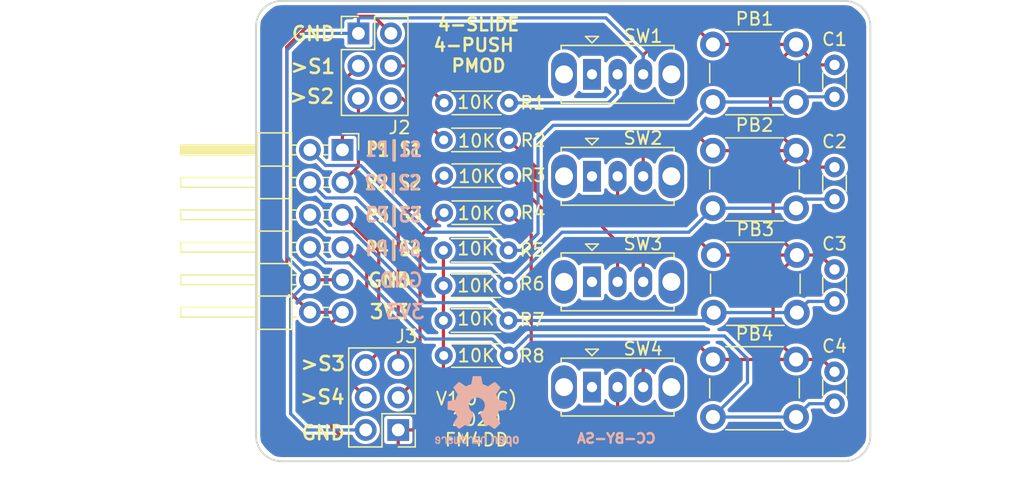
<source format=kicad_pcb>
(kicad_pcb (version 20171130) (host pcbnew "(5.1.4)-1")

  (general
    (thickness 0.8)
    (drawings 34)
    (tracks 171)
    (zones 0)
    (modules 24)
    (nets 23)
  )

  (page A4)
  (title_block
    (title "iCEBreaker PMOD - Hyperram")
    (rev V1.0b)
    (company 1BitSquared)
    (comment 1 "2018 (C) 1BitSquared <info@1bitsquared.com>")
    (comment 2 "2018 (C) Piotr Esden-Tempski <piotr@esden.net>")
    (comment 3 "License: CC-BY-SA 4.0")
  )

  (layers
    (0 F.Cu signal)
    (31 B.Cu signal)
    (33 F.Adhes user)
    (34 B.Paste user)
    (35 F.Paste user)
    (36 B.SilkS user)
    (37 F.SilkS user)
    (38 B.Mask user)
    (39 F.Mask user)
    (40 Dwgs.User user)
    (44 Edge.Cuts user)
    (45 Margin user)
    (46 B.CrtYd user)
    (47 F.CrtYd user)
    (48 B.Fab user)
    (49 F.Fab user)
  )

  (setup
    (last_trace_width 0.25)
    (trace_clearance 0.24)
    (zone_clearance 0.25)
    (zone_45_only yes)
    (trace_min 0.2)
    (via_size 0.5)
    (via_drill 0.3)
    (via_min_size 0.5)
    (via_min_drill 0.3)
    (uvia_size 0.3)
    (uvia_drill 0.1)
    (uvias_allowed no)
    (uvia_min_size 0.2)
    (uvia_min_drill 0.1)
    (edge_width 0.15)
    (segment_width 0.15)
    (pcb_text_width 0.3)
    (pcb_text_size 1.5 1.5)
    (mod_edge_width 0.15)
    (mod_text_size 1 1)
    (mod_text_width 0.15)
    (pad_size 1 1.5)
    (pad_drill 0.7)
    (pad_to_mask_clearance 0.05)
    (aux_axis_origin 0 0)
    (grid_origin 44 44)
    (visible_elements 7FFFFFFF)
    (pcbplotparams
      (layerselection 0x010fc_ffffffff)
      (usegerberextensions true)
      (usegerberattributes false)
      (usegerberadvancedattributes false)
      (creategerberjobfile false)
      (excludeedgelayer true)
      (linewidth 0.300000)
      (plotframeref false)
      (viasonmask false)
      (mode 1)
      (useauxorigin false)
      (hpglpennumber 1)
      (hpglpenspeed 20)
      (hpglpendiameter 15.000000)
      (psnegative false)
      (psa4output false)
      (plotreference true)
      (plotvalue true)
      (plotinvisibletext false)
      (padsonsilk false)
      (subtractmaskfromsilk true)
      (outputformat 1)
      (mirror false)
      (drillshape 0)
      (scaleselection 1)
      (outputdirectory "20200301-pmod-tslide-v11/"))
  )

  (net 0 "")
  (net 1 GND)
  (net 2 +3V3)
  (net 3 /S4J)
  (net 4 /S3J)
  (net 5 /S2J)
  (net 6 /S1J)
  (net 7 /S2S)
  (net 8 /S1S)
  (net 9 /S3S)
  (net 10 /S4S)
  (net 11 /S1R)
  (net 12 /S2R)
  (net 13 /S3R)
  (net 14 /S4R)
  (net 15 /P4S)
  (net 16 /P3S)
  (net 17 /P2S)
  (net 18 /P1S)
  (net 19 "Net-(SW1-Pad1)")
  (net 20 "Net-(SW2-Pad1)")
  (net 21 "Net-(SW3-Pad1)")
  (net 22 "Net-(SW4-Pad1)")

  (net_class Default "This is the default net class."
    (clearance 0.24)
    (trace_width 0.25)
    (via_dia 0.5)
    (via_drill 0.3)
    (uvia_dia 0.3)
    (uvia_drill 0.1)
    (add_net +3V3)
    (add_net /P1S)
    (add_net /P2S)
    (add_net /P3S)
    (add_net /P4S)
    (add_net /S1J)
    (add_net /S1R)
    (add_net /S1S)
    (add_net /S2J)
    (add_net /S2R)
    (add_net /S2S)
    (add_net /S3J)
    (add_net /S3R)
    (add_net /S3S)
    (add_net /S4J)
    (add_net /S4R)
    (add_net /S4S)
    (add_net GND)
    (add_net "Net-(SW1-Pad1)")
    (add_net "Net-(SW2-Pad1)")
    (add_net "Net-(SW3-Pad1)")
    (add_net "Net-(SW4-Pad1)")
  )

  (module Capacitor_THT:C_Disc_D3.0mm_W1.6mm_P2.50mm (layer F.Cu) (tedit 5AE50EF0) (tstamp 5E4057A4)
    (at 85.2 111 270)
    (descr "C, Disc series, Radial, pin pitch=2.50mm, , diameter*width=3.0*1.6mm^2, Capacitor, http://www.vishay.com/docs/45233/krseries.pdf")
    (tags "C Disc series Radial pin pitch 2.50mm  diameter 3.0mm width 1.6mm Capacitor")
    (path /5E41320F)
    (fp_text reference C4 (at -2 0 180) (layer F.SilkS)
      (effects (font (size 1 1) (thickness 0.15)))
    )
    (fp_text value C_Small (at 1.25 2.05 90) (layer F.Fab)
      (effects (font (size 1 1) (thickness 0.15)))
    )
    (fp_text user %R (at 1.25 0 90) (layer F.Fab)
      (effects (font (size 0.6 0.6) (thickness 0.09)))
    )
    (fp_line (start 3.55 -1.05) (end -1.05 -1.05) (layer F.CrtYd) (width 0.05))
    (fp_line (start 3.55 1.05) (end 3.55 -1.05) (layer F.CrtYd) (width 0.05))
    (fp_line (start -1.05 1.05) (end 3.55 1.05) (layer F.CrtYd) (width 0.05))
    (fp_line (start -1.05 -1.05) (end -1.05 1.05) (layer F.CrtYd) (width 0.05))
    (fp_line (start 0.621 0.92) (end 1.879 0.92) (layer F.SilkS) (width 0.12))
    (fp_line (start 0.621 -0.92) (end 1.879 -0.92) (layer F.SilkS) (width 0.12))
    (fp_line (start 2.75 -0.8) (end -0.25 -0.8) (layer F.Fab) (width 0.1))
    (fp_line (start 2.75 0.8) (end 2.75 -0.8) (layer F.Fab) (width 0.1))
    (fp_line (start -0.25 0.8) (end 2.75 0.8) (layer F.Fab) (width 0.1))
    (fp_line (start -0.25 -0.8) (end -0.25 0.8) (layer F.Fab) (width 0.1))
    (pad 2 thru_hole circle (at 2.5 0 270) (size 1.6 1.6) (drill 0.8) (layers *.Cu *.Mask)
      (net 15 /P4S))
    (pad 1 thru_hole circle (at 0 0 270) (size 1.6 1.6) (drill 0.8) (layers *.Cu *.Mask)
      (net 1 GND))
    (model ${KISYS3DMOD}/Capacitor_THT.3dshapes/C_Disc_D3.0mm_W1.6mm_P2.50mm.wrl
      (at (xyz 0 0 0))
      (scale (xyz 1 1 1))
      (rotate (xyz 0 0 0))
    )
  )

  (module Capacitor_THT:C_Disc_D3.0mm_W1.6mm_P2.50mm (layer F.Cu) (tedit 5AE50EF0) (tstamp 5E405793)
    (at 85.2 103 270)
    (descr "C, Disc series, Radial, pin pitch=2.50mm, , diameter*width=3.0*1.6mm^2, Capacitor, http://www.vishay.com/docs/45233/krseries.pdf")
    (tags "C Disc series Radial pin pitch 2.50mm  diameter 3.0mm width 1.6mm Capacitor")
    (path /5E4498E4)
    (fp_text reference C3 (at -2 0 180) (layer F.SilkS)
      (effects (font (size 1 1) (thickness 0.15)))
    )
    (fp_text value C_Small (at 1.25 2.05 90) (layer F.Fab)
      (effects (font (size 1 1) (thickness 0.15)))
    )
    (fp_text user %R (at 1.25 0 90) (layer F.Fab)
      (effects (font (size 0.6 0.6) (thickness 0.09)))
    )
    (fp_line (start 3.55 -1.05) (end -1.05 -1.05) (layer F.CrtYd) (width 0.05))
    (fp_line (start 3.55 1.05) (end 3.55 -1.05) (layer F.CrtYd) (width 0.05))
    (fp_line (start -1.05 1.05) (end 3.55 1.05) (layer F.CrtYd) (width 0.05))
    (fp_line (start -1.05 -1.05) (end -1.05 1.05) (layer F.CrtYd) (width 0.05))
    (fp_line (start 0.621 0.92) (end 1.879 0.92) (layer F.SilkS) (width 0.12))
    (fp_line (start 0.621 -0.92) (end 1.879 -0.92) (layer F.SilkS) (width 0.12))
    (fp_line (start 2.75 -0.8) (end -0.25 -0.8) (layer F.Fab) (width 0.1))
    (fp_line (start 2.75 0.8) (end 2.75 -0.8) (layer F.Fab) (width 0.1))
    (fp_line (start -0.25 0.8) (end 2.75 0.8) (layer F.Fab) (width 0.1))
    (fp_line (start -0.25 -0.8) (end -0.25 0.8) (layer F.Fab) (width 0.1))
    (pad 2 thru_hole circle (at 2.5 0 270) (size 1.6 1.6) (drill 0.8) (layers *.Cu *.Mask)
      (net 16 /P3S))
    (pad 1 thru_hole circle (at 0 0 270) (size 1.6 1.6) (drill 0.8) (layers *.Cu *.Mask)
      (net 1 GND))
    (model ${KISYS3DMOD}/Capacitor_THT.3dshapes/C_Disc_D3.0mm_W1.6mm_P2.50mm.wrl
      (at (xyz 0 0 0))
      (scale (xyz 1 1 1))
      (rotate (xyz 0 0 0))
    )
  )

  (module Capacitor_THT:C_Disc_D3.0mm_W1.6mm_P2.50mm (layer F.Cu) (tedit 5AE50EF0) (tstamp 5E405782)
    (at 85.2 95 270)
    (descr "C, Disc series, Radial, pin pitch=2.50mm, , diameter*width=3.0*1.6mm^2, Capacitor, http://www.vishay.com/docs/45233/krseries.pdf")
    (tags "C Disc series Radial pin pitch 2.50mm  diameter 3.0mm width 1.6mm Capacitor")
    (path /5E46095E)
    (fp_text reference C2 (at -2 0 180) (layer F.SilkS)
      (effects (font (size 1 1) (thickness 0.15)))
    )
    (fp_text value C_Small (at 1.25 2.05 90) (layer F.Fab)
      (effects (font (size 1 1) (thickness 0.15)))
    )
    (fp_text user %R (at 1.25 0 90) (layer F.Fab)
      (effects (font (size 0.6 0.6) (thickness 0.09)))
    )
    (fp_line (start 3.55 -1.05) (end -1.05 -1.05) (layer F.CrtYd) (width 0.05))
    (fp_line (start 3.55 1.05) (end 3.55 -1.05) (layer F.CrtYd) (width 0.05))
    (fp_line (start -1.05 1.05) (end 3.55 1.05) (layer F.CrtYd) (width 0.05))
    (fp_line (start -1.05 -1.05) (end -1.05 1.05) (layer F.CrtYd) (width 0.05))
    (fp_line (start 0.621 0.92) (end 1.879 0.92) (layer F.SilkS) (width 0.12))
    (fp_line (start 0.621 -0.92) (end 1.879 -0.92) (layer F.SilkS) (width 0.12))
    (fp_line (start 2.75 -0.8) (end -0.25 -0.8) (layer F.Fab) (width 0.1))
    (fp_line (start 2.75 0.8) (end 2.75 -0.8) (layer F.Fab) (width 0.1))
    (fp_line (start -0.25 0.8) (end 2.75 0.8) (layer F.Fab) (width 0.1))
    (fp_line (start -0.25 -0.8) (end -0.25 0.8) (layer F.Fab) (width 0.1))
    (pad 2 thru_hole circle (at 2.5 0 270) (size 1.6 1.6) (drill 0.8) (layers *.Cu *.Mask)
      (net 17 /P2S))
    (pad 1 thru_hole circle (at 0 0 270) (size 1.6 1.6) (drill 0.8) (layers *.Cu *.Mask)
      (net 1 GND))
    (model ${KISYS3DMOD}/Capacitor_THT.3dshapes/C_Disc_D3.0mm_W1.6mm_P2.50mm.wrl
      (at (xyz 0 0 0))
      (scale (xyz 1 1 1))
      (rotate (xyz 0 0 0))
    )
  )

  (module Capacitor_THT:C_Disc_D3.0mm_W1.6mm_P2.50mm (layer F.Cu) (tedit 5AE50EF0) (tstamp 5E405771)
    (at 85.2 87 270)
    (descr "C, Disc series, Radial, pin pitch=2.50mm, , diameter*width=3.0*1.6mm^2, Capacitor, http://www.vishay.com/docs/45233/krseries.pdf")
    (tags "C Disc series Radial pin pitch 2.50mm  diameter 3.0mm width 1.6mm Capacitor")
    (path /5E48D03A)
    (fp_text reference C1 (at -2 0 180) (layer F.SilkS)
      (effects (font (size 1 1) (thickness 0.15)))
    )
    (fp_text value C_Small (at 1.25 2.05 90) (layer F.Fab)
      (effects (font (size 1 1) (thickness 0.15)))
    )
    (fp_text user %R (at 1 0 90) (layer F.Fab)
      (effects (font (size 0.6 0.6) (thickness 0.09)))
    )
    (fp_line (start 3.55 -1.05) (end -1.05 -1.05) (layer F.CrtYd) (width 0.05))
    (fp_line (start 3.55 1.05) (end 3.55 -1.05) (layer F.CrtYd) (width 0.05))
    (fp_line (start -1.05 1.05) (end 3.55 1.05) (layer F.CrtYd) (width 0.05))
    (fp_line (start -1.05 -1.05) (end -1.05 1.05) (layer F.CrtYd) (width 0.05))
    (fp_line (start 0.621 0.92) (end 1.879 0.92) (layer F.SilkS) (width 0.12))
    (fp_line (start 0.621 -0.92) (end 1.879 -0.92) (layer F.SilkS) (width 0.12))
    (fp_line (start 2.75 -0.8) (end -0.25 -0.8) (layer F.Fab) (width 0.1))
    (fp_line (start 2.75 0.8) (end 2.75 -0.8) (layer F.Fab) (width 0.1))
    (fp_line (start -0.25 0.8) (end 2.75 0.8) (layer F.Fab) (width 0.1))
    (fp_line (start -0.25 -0.8) (end -0.25 0.8) (layer F.Fab) (width 0.1))
    (pad 2 thru_hole circle (at 2.5 0 270) (size 1.6 1.6) (drill 0.8) (layers *.Cu *.Mask)
      (net 18 /P1S))
    (pad 1 thru_hole circle (at 0 0 270) (size 1.6 1.6) (drill 0.8) (layers *.Cu *.Mask)
      (net 1 GND))
    (model ${KISYS3DMOD}/Capacitor_THT.3dshapes/C_Disc_D3.0mm_W1.6mm_P2.50mm.wrl
      (at (xyz 0 0 0))
      (scale (xyz 1 1 1))
      (rotate (xyz 0 0 0))
    )
  )

  (module 01_FM4DD:SlideSW_SS12-D01 (layer F.Cu) (tedit 5E3FE627) (tstamp 5E350F40)
    (at 66.25 112.199)
    (descr "CuK miniature slide switch, OS series, SPDT, http://akizukidenshi.com/download/ds/jianfu/SS-12D01-VG4.pdf")
    (tags "switch SPDT")
    (path /5E405CB9)
    (fp_text reference SW4 (at 3.99 -2.99) (layer F.SilkS)
      (effects (font (size 1 1) (thickness 0.15)))
    )
    (fp_text value Slide (at 2 3) (layer F.Fab)
      (effects (font (size 1 1) (thickness 0.15)))
    )
    (fp_line (start 0.5 -2.96) (end -0.5 -2.96) (layer F.SilkS) (width 0.12))
    (fp_line (start 0 -2.46) (end 0.5 -2.96) (layer F.SilkS) (width 0.12))
    (fp_line (start -0.5 -2.96) (end 0 -2.46) (layer F.SilkS) (width 0.12))
    (fp_line (start 0 -1.65) (end 0.5 -2.15) (layer F.Fab) (width 0.1))
    (fp_line (start -0.5 -2.15) (end 0 -1.65) (layer F.Fab) (width 0.1))
    (fp_line (start -3.45 2.4) (end -3.45 -2.4) (layer B.CrtYd) (width 0.05))
    (fp_line (start 7.45 2.4) (end -3.45 2.4) (layer B.CrtYd) (width 0.05))
    (fp_line (start 7.45 -2.4) (end 7.45 2.4) (layer B.CrtYd) (width 0.05))
    (fp_line (start -3.45 -2.4) (end 7.45 -2.4) (layer B.CrtYd) (width 0.05))
    (fp_text user %R (at 3.99 -2.99) (layer F.Fab)
      (effects (font (size 1 1) (thickness 0.15)))
    )
    (fp_line (start 6.41 2.26) (end 6.41 1.95) (layer F.SilkS) (width 0.12))
    (fp_line (start -2.41 2.26) (end -2.41 1.95) (layer F.SilkS) (width 0.12))
    (fp_line (start -2.41 -1.95) (end -2.41 -2.26) (layer F.SilkS) (width 0.12))
    (fp_line (start 6.41 2.26) (end -2.41 2.26) (layer F.SilkS) (width 0.12))
    (fp_line (start 6.41 -2.26) (end 6.41 -1.95) (layer F.SilkS) (width 0.12))
    (fp_line (start -2.41 -2.26) (end 6.41 -2.26) (layer F.SilkS) (width 0.12))
    (fp_line (start -2.3 -2.15) (end -0.5 -2.15) (layer F.Fab) (width 0.1))
    (fp_line (start 2 -1) (end 2 1) (layer F.Fab) (width 0.1))
    (fp_line (start 1.34 -1) (end 1.34 1) (layer F.Fab) (width 0.1))
    (fp_line (start 0.66 -1) (end 0.66 1) (layer F.Fab) (width 0.1))
    (fp_line (start 0 -1) (end 0 1) (layer F.Fab) (width 0.1))
    (fp_line (start 0 1) (end 4 1) (layer F.Fab) (width 0.1))
    (fp_line (start 4 -1) (end 4 1) (layer F.Fab) (width 0.1))
    (fp_line (start 0 -1) (end 4 -1) (layer F.Fab) (width 0.1))
    (fp_line (start -2.3 2.15) (end -2.3 -2.15) (layer F.Fab) (width 0.1))
    (fp_line (start 6.3 2.15) (end -2.3 2.15) (layer F.Fab) (width 0.1))
    (fp_line (start 6.3 -2.15) (end 6.3 2.15) (layer F.Fab) (width 0.1))
    (fp_line (start 0.5 -2.15) (end 6.3 -2.15) (layer F.Fab) (width 0.1))
    (pad "" thru_hole oval (at 6.1976 0) (size 2 3.4) (drill 1.4) (layers *.Cu *.Mask))
    (pad "" thru_hole oval (at -2.1844 0) (size 2 3.4) (drill 1.4) (layers *.Cu *.Mask))
    (pad 3 thru_hole oval (at 4 0) (size 1.4 2.4) (drill 0.8) (layers *.Cu *.Mask)
      (net 1 GND))
    (pad 2 thru_hole oval (at 2 0) (size 1.4 2.4) (drill 0.8) (layers *.Cu *.Mask)
      (net 14 /S4R))
    (pad 1 thru_hole rect (at 0 0) (size 1.4 2.4) (drill 0.8) (layers *.Cu *.Mask)
      (net 22 "Net-(SW4-Pad1)"))
    (model ${KISYS3DMOD}/Button_Switch_THT.3dshapes/SW_Slide_1P2T_CK_OS102011MS2Q.wrl
      (at (xyz 0 0 0))
      (scale (xyz 1 1 1))
      (rotate (xyz 0 0 0))
    )
  )

  (module 01_FM4DD:SlideSW_SS12-D01 (layer F.Cu) (tedit 5E3FE627) (tstamp 5E35362C)
    (at 66.25 103.9694)
    (descr "CuK miniature slide switch, OS series, SPDT, http://akizukidenshi.com/download/ds/jianfu/SS-12D01-VG4.pdf")
    (tags "switch SPDT")
    (path /5E40597C)
    (fp_text reference SW3 (at 3.99 -2.99) (layer F.SilkS)
      (effects (font (size 1 1) (thickness 0.15)))
    )
    (fp_text value Slide (at 2 3) (layer F.Fab)
      (effects (font (size 1 1) (thickness 0.15)))
    )
    (fp_line (start 0.5 -2.96) (end -0.5 -2.96) (layer F.SilkS) (width 0.12))
    (fp_line (start 0 -2.46) (end 0.5 -2.96) (layer F.SilkS) (width 0.12))
    (fp_line (start -0.5 -2.96) (end 0 -2.46) (layer F.SilkS) (width 0.12))
    (fp_line (start 0 -1.65) (end 0.5 -2.15) (layer F.Fab) (width 0.1))
    (fp_line (start -0.5 -2.15) (end 0 -1.65) (layer F.Fab) (width 0.1))
    (fp_line (start -3.45 2.4) (end -3.45 -2.4) (layer B.CrtYd) (width 0.05))
    (fp_line (start 7.45 2.4) (end -3.45 2.4) (layer B.CrtYd) (width 0.05))
    (fp_line (start 7.45 -2.4) (end 7.45 2.4) (layer B.CrtYd) (width 0.05))
    (fp_line (start -3.45 -2.4) (end 7.45 -2.4) (layer B.CrtYd) (width 0.05))
    (fp_text user %R (at 3.99 -2.99) (layer F.Fab)
      (effects (font (size 1 1) (thickness 0.15)))
    )
    (fp_line (start 6.41 2.26) (end 6.41 1.95) (layer F.SilkS) (width 0.12))
    (fp_line (start -2.41 2.26) (end -2.41 1.95) (layer F.SilkS) (width 0.12))
    (fp_line (start -2.41 -1.95) (end -2.41 -2.26) (layer F.SilkS) (width 0.12))
    (fp_line (start 6.41 2.26) (end -2.41 2.26) (layer F.SilkS) (width 0.12))
    (fp_line (start 6.41 -2.26) (end 6.41 -1.95) (layer F.SilkS) (width 0.12))
    (fp_line (start -2.41 -2.26) (end 6.41 -2.26) (layer F.SilkS) (width 0.12))
    (fp_line (start -2.3 -2.15) (end -0.5 -2.15) (layer F.Fab) (width 0.1))
    (fp_line (start 2 -1) (end 2 1) (layer F.Fab) (width 0.1))
    (fp_line (start 1.34 -1) (end 1.34 1) (layer F.Fab) (width 0.1))
    (fp_line (start 0.66 -1) (end 0.66 1) (layer F.Fab) (width 0.1))
    (fp_line (start 0 -1) (end 0 1) (layer F.Fab) (width 0.1))
    (fp_line (start 0 1) (end 4 1) (layer F.Fab) (width 0.1))
    (fp_line (start 4 -1) (end 4 1) (layer F.Fab) (width 0.1))
    (fp_line (start 0 -1) (end 4 -1) (layer F.Fab) (width 0.1))
    (fp_line (start -2.3 2.15) (end -2.3 -2.15) (layer F.Fab) (width 0.1))
    (fp_line (start 6.3 2.15) (end -2.3 2.15) (layer F.Fab) (width 0.1))
    (fp_line (start 6.3 -2.15) (end 6.3 2.15) (layer F.Fab) (width 0.1))
    (fp_line (start 0.5 -2.15) (end 6.3 -2.15) (layer F.Fab) (width 0.1))
    (pad "" thru_hole oval (at 6.1976 0) (size 2 3.4) (drill 1.4) (layers *.Cu *.Mask))
    (pad "" thru_hole oval (at -2.1844 0) (size 2 3.4) (drill 1.4) (layers *.Cu *.Mask))
    (pad 3 thru_hole oval (at 4 0) (size 1.4 2.4) (drill 0.8) (layers *.Cu *.Mask)
      (net 1 GND))
    (pad 2 thru_hole oval (at 2 0) (size 1.4 2.4) (drill 0.8) (layers *.Cu *.Mask)
      (net 13 /S3R))
    (pad 1 thru_hole rect (at 0 0) (size 1.4 2.4) (drill 0.8) (layers *.Cu *.Mask)
      (net 21 "Net-(SW3-Pad1)"))
    (model ${KISYS3DMOD}/Button_Switch_THT.3dshapes/SW_Slide_1P2T_CK_OS102011MS2Q.wrl
      (at (xyz 0 0 0))
      (scale (xyz 1 1 1))
      (rotate (xyz 0 0 0))
    )
  )

  (module 01_FM4DD:SlideSW_SS12-D01 (layer F.Cu) (tedit 5E3FE627) (tstamp 5E350EF6)
    (at 66.25 95.7144)
    (descr "CuK miniature slide switch, OS series, SPDT, http://akizukidenshi.com/download/ds/jianfu/SS-12D01-VG4.pdf")
    (tags "switch SPDT")
    (path /5E40538F)
    (fp_text reference SW2 (at 3.99 -2.99) (layer F.SilkS)
      (effects (font (size 1 1) (thickness 0.15)))
    )
    (fp_text value Slide (at 2 3) (layer F.Fab)
      (effects (font (size 1 1) (thickness 0.15)))
    )
    (fp_line (start 0.5 -2.96) (end -0.5 -2.96) (layer F.SilkS) (width 0.12))
    (fp_line (start 0 -2.46) (end 0.5 -2.96) (layer F.SilkS) (width 0.12))
    (fp_line (start -0.5 -2.96) (end 0 -2.46) (layer F.SilkS) (width 0.12))
    (fp_line (start 0 -1.65) (end 0.5 -2.15) (layer F.Fab) (width 0.1))
    (fp_line (start -0.5 -2.15) (end 0 -1.65) (layer F.Fab) (width 0.1))
    (fp_line (start -3.45 2.4) (end -3.45 -2.4) (layer B.CrtYd) (width 0.05))
    (fp_line (start 7.45 2.4) (end -3.45 2.4) (layer B.CrtYd) (width 0.05))
    (fp_line (start 7.45 -2.4) (end 7.45 2.4) (layer B.CrtYd) (width 0.05))
    (fp_line (start -3.45 -2.4) (end 7.45 -2.4) (layer B.CrtYd) (width 0.05))
    (fp_text user %R (at 3.99 -2.99) (layer F.Fab)
      (effects (font (size 1 1) (thickness 0.15)))
    )
    (fp_line (start 6.41 2.26) (end 6.41 1.95) (layer F.SilkS) (width 0.12))
    (fp_line (start -2.41 2.26) (end -2.41 1.95) (layer F.SilkS) (width 0.12))
    (fp_line (start -2.41 -1.95) (end -2.41 -2.26) (layer F.SilkS) (width 0.12))
    (fp_line (start 6.41 2.26) (end -2.41 2.26) (layer F.SilkS) (width 0.12))
    (fp_line (start 6.41 -2.26) (end 6.41 -1.95) (layer F.SilkS) (width 0.12))
    (fp_line (start -2.41 -2.26) (end 6.41 -2.26) (layer F.SilkS) (width 0.12))
    (fp_line (start -2.3 -2.15) (end -0.5 -2.15) (layer F.Fab) (width 0.1))
    (fp_line (start 2 -1) (end 2 1) (layer F.Fab) (width 0.1))
    (fp_line (start 1.34 -1) (end 1.34 1) (layer F.Fab) (width 0.1))
    (fp_line (start 0.66 -1) (end 0.66 1) (layer F.Fab) (width 0.1))
    (fp_line (start 0 -1) (end 0 1) (layer F.Fab) (width 0.1))
    (fp_line (start 0 1) (end 4 1) (layer F.Fab) (width 0.1))
    (fp_line (start 4 -1) (end 4 1) (layer F.Fab) (width 0.1))
    (fp_line (start 0 -1) (end 4 -1) (layer F.Fab) (width 0.1))
    (fp_line (start -2.3 2.15) (end -2.3 -2.15) (layer F.Fab) (width 0.1))
    (fp_line (start 6.3 2.15) (end -2.3 2.15) (layer F.Fab) (width 0.1))
    (fp_line (start 6.3 -2.15) (end 6.3 2.15) (layer F.Fab) (width 0.1))
    (fp_line (start 0.5 -2.15) (end 6.3 -2.15) (layer F.Fab) (width 0.1))
    (pad "" thru_hole oval (at 6.1976 0) (size 2 3.4) (drill 1.4) (layers *.Cu *.Mask))
    (pad "" thru_hole oval (at -2.1844 0) (size 2 3.4) (drill 1.4) (layers *.Cu *.Mask))
    (pad 3 thru_hole oval (at 4 0) (size 1.4 2.4) (drill 0.8) (layers *.Cu *.Mask)
      (net 1 GND))
    (pad 2 thru_hole oval (at 2 0) (size 1.4 2.4) (drill 0.8) (layers *.Cu *.Mask)
      (net 12 /S2R))
    (pad 1 thru_hole rect (at 0 0) (size 1.4 2.4) (drill 0.8) (layers *.Cu *.Mask)
      (net 20 "Net-(SW2-Pad1)"))
    (model ${KISYS3DMOD}/Button_Switch_THT.3dshapes/SW_Slide_1P2T_CK_OS102011MS2Q.wrl
      (at (xyz 0 0 0))
      (scale (xyz 1 1 1))
      (rotate (xyz 0 0 0))
    )
  )

  (module 01_FM4DD:SlideSW_SS12-D01 (layer F.Cu) (tedit 5E3FE627) (tstamp 5E350ED1)
    (at 66.25 87.7388)
    (descr "CuK miniature slide switch, OS series, SPDT, http://akizukidenshi.com/download/ds/jianfu/SS-12D01-VG4.pdf")
    (tags "switch SPDT")
    (path /5E3C011E)
    (fp_text reference SW1 (at 3.99 -2.99) (layer F.SilkS)
      (effects (font (size 1 1) (thickness 0.15)))
    )
    (fp_text value Slide (at 2 3) (layer F.Fab)
      (effects (font (size 1 1) (thickness 0.15)))
    )
    (fp_line (start 0.5 -2.96) (end -0.5 -2.96) (layer F.SilkS) (width 0.12))
    (fp_line (start 0 -2.46) (end 0.5 -2.96) (layer F.SilkS) (width 0.12))
    (fp_line (start -0.5 -2.96) (end 0 -2.46) (layer F.SilkS) (width 0.12))
    (fp_line (start 0 -1.65) (end 0.5 -2.15) (layer F.Fab) (width 0.1))
    (fp_line (start -0.5 -2.15) (end 0 -1.65) (layer F.Fab) (width 0.1))
    (fp_line (start -3.45 2.4) (end -3.45 -2.4) (layer B.CrtYd) (width 0.05))
    (fp_line (start 7.45 2.4) (end -3.45 2.4) (layer B.CrtYd) (width 0.05))
    (fp_line (start 7.45 -2.4) (end 7.45 2.4) (layer B.CrtYd) (width 0.05))
    (fp_line (start -3.45 -2.4) (end 7.45 -2.4) (layer B.CrtYd) (width 0.05))
    (fp_text user %R (at 3.99 -2.99) (layer F.Fab)
      (effects (font (size 1 1) (thickness 0.15)))
    )
    (fp_line (start 6.41 2.26) (end 6.41 1.95) (layer F.SilkS) (width 0.12))
    (fp_line (start -2.41 2.26) (end -2.41 1.95) (layer F.SilkS) (width 0.12))
    (fp_line (start -2.41 -1.95) (end -2.41 -2.26) (layer F.SilkS) (width 0.12))
    (fp_line (start 6.41 2.26) (end -2.41 2.26) (layer F.SilkS) (width 0.12))
    (fp_line (start 6.41 -2.26) (end 6.41 -1.95) (layer F.SilkS) (width 0.12))
    (fp_line (start -2.41 -2.26) (end 6.41 -2.26) (layer F.SilkS) (width 0.12))
    (fp_line (start -2.3 -2.15) (end -0.5 -2.15) (layer F.Fab) (width 0.1))
    (fp_line (start 2 -1) (end 2 1) (layer F.Fab) (width 0.1))
    (fp_line (start 1.34 -1) (end 1.34 1) (layer F.Fab) (width 0.1))
    (fp_line (start 0.66 -1) (end 0.66 1) (layer F.Fab) (width 0.1))
    (fp_line (start 0 -1) (end 0 1) (layer F.Fab) (width 0.1))
    (fp_line (start 0 1) (end 4 1) (layer F.Fab) (width 0.1))
    (fp_line (start 4 -1) (end 4 1) (layer F.Fab) (width 0.1))
    (fp_line (start 0 -1) (end 4 -1) (layer F.Fab) (width 0.1))
    (fp_line (start -2.3 2.15) (end -2.3 -2.15) (layer F.Fab) (width 0.1))
    (fp_line (start 6.3 2.15) (end -2.3 2.15) (layer F.Fab) (width 0.1))
    (fp_line (start 6.3 -2.15) (end 6.3 2.15) (layer F.Fab) (width 0.1))
    (fp_line (start 0.5 -2.15) (end 6.3 -2.15) (layer F.Fab) (width 0.1))
    (pad "" thru_hole oval (at 6.1976 0) (size 2 3.4) (drill 1.4) (layers *.Cu *.Mask))
    (pad "" thru_hole oval (at -2.1844 0) (size 2 3.4) (drill 1.4) (layers *.Cu *.Mask))
    (pad 3 thru_hole oval (at 4 0) (size 1.4 2.4) (drill 0.8) (layers *.Cu *.Mask)
      (net 1 GND))
    (pad 2 thru_hole oval (at 2 0) (size 1.4 2.4) (drill 0.8) (layers *.Cu *.Mask)
      (net 11 /S1R))
    (pad 1 thru_hole rect (at 0 0) (size 1.4 2.4) (drill 0.8) (layers *.Cu *.Mask)
      (net 19 "Net-(SW1-Pad1)"))
    (model ${KISYS3DMOD}/Button_Switch_THT.3dshapes/SW_Slide_1P2T_CK_OS102011MS2Q.wrl
      (at (xyz 0 0 0))
      (scale (xyz 1 1 1))
      (rotate (xyz 0 0 0))
    )
  )

  (module Symbol:OSHW-Logo2_7.3x6mm_SilkScreen (layer B.Cu) (tedit 0) (tstamp 5E35C4CE)
    (at 57.2588 114.104 180)
    (descr "Open Source Hardware Symbol")
    (tags "Logo Symbol OSHW")
    (attr virtual)
    (fp_text reference REF** (at 0 0) (layer B.SilkS) hide
      (effects (font (size 1 1) (thickness 0.15)) (justify mirror))
    )
    (fp_text value OSHW-Logo2_7.3x6mm_SilkScreen (at 0.75 0) (layer B.Fab) hide
      (effects (font (size 1 1) (thickness 0.15)) (justify mirror))
    )
    (fp_poly (pts (xy 0.10391 2.757652) (xy 0.182454 2.757222) (xy 0.239298 2.756058) (xy 0.278105 2.753793)
      (xy 0.302538 2.75006) (xy 0.316262 2.744494) (xy 0.32294 2.736727) (xy 0.326236 2.726395)
      (xy 0.326556 2.725057) (xy 0.331562 2.700921) (xy 0.340829 2.653299) (xy 0.353392 2.587259)
      (xy 0.368287 2.507872) (xy 0.384551 2.420204) (xy 0.385119 2.417125) (xy 0.40141 2.331211)
      (xy 0.416652 2.255304) (xy 0.429861 2.193955) (xy 0.440054 2.151718) (xy 0.446248 2.133145)
      (xy 0.446543 2.132816) (xy 0.464788 2.123747) (xy 0.502405 2.108633) (xy 0.551271 2.090738)
      (xy 0.551543 2.090642) (xy 0.613093 2.067507) (xy 0.685657 2.038035) (xy 0.754057 2.008403)
      (xy 0.757294 2.006938) (xy 0.868702 1.956374) (xy 1.115399 2.12484) (xy 1.191077 2.176197)
      (xy 1.259631 2.222111) (xy 1.317088 2.25997) (xy 1.359476 2.287163) (xy 1.382825 2.301079)
      (xy 1.385042 2.302111) (xy 1.40201 2.297516) (xy 1.433701 2.275345) (xy 1.481352 2.234553)
      (xy 1.546198 2.174095) (xy 1.612397 2.109773) (xy 1.676214 2.046388) (xy 1.733329 1.988549)
      (xy 1.780305 1.939825) (xy 1.813703 1.90379) (xy 1.830085 1.884016) (xy 1.830694 1.882998)
      (xy 1.832505 1.869428) (xy 1.825683 1.847267) (xy 1.80854 1.813522) (xy 1.779393 1.7652)
      (xy 1.736555 1.699308) (xy 1.679448 1.614483) (xy 1.628766 1.539823) (xy 1.583461 1.47286)
      (xy 1.54615 1.417484) (xy 1.519452 1.37758) (xy 1.505985 1.357038) (xy 1.505137 1.355644)
      (xy 1.506781 1.335962) (xy 1.519245 1.297707) (xy 1.540048 1.248111) (xy 1.547462 1.232272)
      (xy 1.579814 1.16171) (xy 1.614328 1.081647) (xy 1.642365 1.012371) (xy 1.662568 0.960955)
      (xy 1.678615 0.921881) (xy 1.687888 0.901459) (xy 1.689041 0.899886) (xy 1.706096 0.897279)
      (xy 1.746298 0.890137) (xy 1.804302 0.879477) (xy 1.874763 0.866315) (xy 1.952335 0.851667)
      (xy 2.031672 0.836551) (xy 2.107431 0.821982) (xy 2.174264 0.808978) (xy 2.226828 0.798555)
      (xy 2.259776 0.79173) (xy 2.267857 0.789801) (xy 2.276205 0.785038) (xy 2.282506 0.774282)
      (xy 2.287045 0.753902) (xy 2.290104 0.720266) (xy 2.291967 0.669745) (xy 2.292918 0.598708)
      (xy 2.29324 0.503524) (xy 2.293257 0.464508) (xy 2.293257 0.147201) (xy 2.217057 0.132161)
      (xy 2.174663 0.124005) (xy 2.1114 0.112101) (xy 2.034962 0.097884) (xy 1.953043 0.08279)
      (xy 1.9304 0.078645) (xy 1.854806 0.063947) (xy 1.788953 0.049495) (xy 1.738366 0.036625)
      (xy 1.708574 0.026678) (xy 1.703612 0.023713) (xy 1.691426 0.002717) (xy 1.673953 -0.037967)
      (xy 1.654577 -0.090322) (xy 1.650734 -0.1016) (xy 1.625339 -0.171523) (xy 1.593817 -0.250418)
      (xy 1.562969 -0.321266) (xy 1.562817 -0.321595) (xy 1.511447 -0.432733) (xy 1.680399 -0.681253)
      (xy 1.849352 -0.929772) (xy 1.632429 -1.147058) (xy 1.566819 -1.211726) (xy 1.506979 -1.268733)
      (xy 1.456267 -1.315033) (xy 1.418046 -1.347584) (xy 1.395675 -1.363343) (xy 1.392466 -1.364343)
      (xy 1.373626 -1.356469) (xy 1.33518 -1.334578) (xy 1.28133 -1.301267) (xy 1.216276 -1.259131)
      (xy 1.14594 -1.211943) (xy 1.074555 -1.16381) (xy 1.010908 -1.121928) (xy 0.959041 -1.088871)
      (xy 0.922995 -1.067218) (xy 0.906867 -1.059543) (xy 0.887189 -1.066037) (xy 0.849875 -1.08315)
      (xy 0.802621 -1.107326) (xy 0.797612 -1.110013) (xy 0.733977 -1.141927) (xy 0.690341 -1.157579)
      (xy 0.663202 -1.157745) (xy 0.649057 -1.143204) (xy 0.648975 -1.143) (xy 0.641905 -1.125779)
      (xy 0.625042 -1.084899) (xy 0.599695 -1.023525) (xy 0.567171 -0.944819) (xy 0.528778 -0.851947)
      (xy 0.485822 -0.748072) (xy 0.444222 -0.647502) (xy 0.398504 -0.536516) (xy 0.356526 -0.433703)
      (xy 0.319548 -0.342215) (xy 0.288827 -0.265201) (xy 0.265622 -0.205815) (xy 0.25119 -0.167209)
      (xy 0.246743 -0.1528) (xy 0.257896 -0.136272) (xy 0.287069 -0.10993) (xy 0.325971 -0.080887)
      (xy 0.436757 0.010961) (xy 0.523351 0.116241) (xy 0.584716 0.232734) (xy 0.619815 0.358224)
      (xy 0.627608 0.490493) (xy 0.621943 0.551543) (xy 0.591078 0.678205) (xy 0.53792 0.790059)
      (xy 0.465767 0.885999) (xy 0.377917 0.964924) (xy 0.277665 1.02573) (xy 0.16831 1.067313)
      (xy 0.053147 1.088572) (xy -0.064525 1.088401) (xy -0.18141 1.065699) (xy -0.294211 1.019362)
      (xy -0.399631 0.948287) (xy -0.443632 0.908089) (xy -0.528021 0.804871) (xy -0.586778 0.692075)
      (xy -0.620296 0.57299) (xy -0.628965 0.450905) (xy -0.613177 0.329107) (xy -0.573322 0.210884)
      (xy -0.509793 0.099525) (xy -0.422979 -0.001684) (xy -0.325971 -0.080887) (xy -0.285563 -0.111162)
      (xy -0.257018 -0.137219) (xy -0.246743 -0.152825) (xy -0.252123 -0.169843) (xy -0.267425 -0.2105)
      (xy -0.291388 -0.271642) (xy -0.322756 -0.350119) (xy -0.360268 -0.44278) (xy -0.402667 -0.546472)
      (xy -0.444337 -0.647526) (xy -0.49031 -0.758607) (xy -0.532893 -0.861541) (xy -0.570779 -0.953165)
      (xy -0.60266 -1.030316) (xy -0.627229 -1.089831) (xy -0.64318 -1.128544) (xy -0.64909 -1.143)
      (xy -0.663052 -1.157685) (xy -0.69006 -1.157642) (xy -0.733587 -1.142099) (xy -0.79711 -1.110284)
      (xy -0.797612 -1.110013) (xy -0.84544 -1.085323) (xy -0.884103 -1.067338) (xy -0.905905 -1.059614)
      (xy -0.906867 -1.059543) (xy -0.923279 -1.067378) (xy -0.959513 -1.089165) (xy -1.011526 -1.122328)
      (xy -1.075275 -1.164291) (xy -1.14594 -1.211943) (xy -1.217884 -1.260191) (xy -1.282726 -1.302151)
      (xy -1.336265 -1.335227) (xy -1.374303 -1.356821) (xy -1.392467 -1.364343) (xy -1.409192 -1.354457)
      (xy -1.44282 -1.326826) (xy -1.48999 -1.284495) (xy -1.547342 -1.230505) (xy -1.611516 -1.167899)
      (xy -1.632503 -1.146983) (xy -1.849501 -0.929623) (xy -1.684332 -0.68722) (xy -1.634136 -0.612781)
      (xy -1.590081 -0.545972) (xy -1.554638 -0.490665) (xy -1.530281 -0.450729) (xy -1.519478 -0.430036)
      (xy -1.519162 -0.428563) (xy -1.524857 -0.409058) (xy -1.540174 -0.369822) (xy -1.562463 -0.31743)
      (xy -1.578107 -0.282355) (xy -1.607359 -0.215201) (xy -1.634906 -0.147358) (xy -1.656263 -0.090034)
      (xy -1.662065 -0.072572) (xy -1.678548 -0.025938) (xy -1.69466 0.010095) (xy -1.70351 0.023713)
      (xy -1.72304 0.032048) (xy -1.765666 0.043863) (xy -1.825855 0.057819) (xy -1.898078 0.072578)
      (xy -1.9304 0.078645) (xy -2.012478 0.093727) (xy -2.091205 0.108331) (xy -2.158891 0.12102)
      (xy -2.20784 0.130358) (xy -2.217057 0.132161) (xy -2.293257 0.147201) (xy -2.293257 0.464508)
      (xy -2.293086 0.568846) (xy -2.292384 0.647787) (xy -2.290866 0.704962) (xy -2.288251 0.744001)
      (xy -2.284254 0.768535) (xy -2.278591 0.782195) (xy -2.27098 0.788611) (xy -2.267857 0.789801)
      (xy -2.249022 0.79402) (xy -2.207412 0.802438) (xy -2.14837 0.814039) (xy -2.077243 0.827805)
      (xy -1.999375 0.84272) (xy -1.920113 0.857768) (xy -1.844802 0.871931) (xy -1.778787 0.884194)
      (xy -1.727413 0.893539) (xy -1.696025 0.89895) (xy -1.689041 0.899886) (xy -1.682715 0.912404)
      (xy -1.66871 0.945754) (xy -1.649645 0.993623) (xy -1.642366 1.012371) (xy -1.613004 1.084805)
      (xy -1.578429 1.16483) (xy -1.547463 1.232272) (xy -1.524677 1.283841) (xy -1.509518 1.326215)
      (xy -1.504458 1.352166) (xy -1.505264 1.355644) (xy -1.515959 1.372064) (xy -1.54038 1.408583)
      (xy -1.575905 1.461313) (xy -1.619913 1.526365) (xy -1.669783 1.599849) (xy -1.679644 1.614355)
      (xy -1.737508 1.700296) (xy -1.780044 1.765739) (xy -1.808946 1.813696) (xy -1.82591 1.84718)
      (xy -1.832633 1.869205) (xy -1.83081 1.882783) (xy -1.830764 1.882869) (xy -1.816414 1.900703)
      (xy -1.784677 1.935183) (xy -1.73899 1.982732) (xy -1.682796 2.039778) (xy -1.619532 2.102745)
      (xy -1.612398 2.109773) (xy -1.53267 2.18698) (xy -1.471143 2.24367) (xy -1.426579 2.28089)
      (xy -1.397743 2.299685) (xy -1.385042 2.302111) (xy -1.366506 2.291529) (xy -1.328039 2.267084)
      (xy -1.273614 2.231388) (xy -1.207202 2.187053) (xy -1.132775 2.136689) (xy -1.115399 2.12484)
      (xy -0.868703 1.956374) (xy -0.757294 2.006938) (xy -0.689543 2.036405) (xy -0.616817 2.066041)
      (xy -0.554297 2.08967) (xy -0.551543 2.090642) (xy -0.50264 2.108543) (xy -0.464943 2.12368)
      (xy -0.446575 2.13279) (xy -0.446544 2.132816) (xy -0.440715 2.149283) (xy -0.430808 2.189781)
      (xy -0.417805 2.249758) (xy -0.402691 2.32466) (xy -0.386448 2.409936) (xy -0.385119 2.417125)
      (xy -0.368825 2.504986) (xy -0.353867 2.58474) (xy -0.341209 2.651319) (xy -0.331814 2.699653)
      (xy -0.326646 2.724675) (xy -0.326556 2.725057) (xy -0.323411 2.735701) (xy -0.317296 2.743738)
      (xy -0.304547 2.749533) (xy -0.2815 2.753453) (xy -0.244491 2.755865) (xy -0.189856 2.757135)
      (xy -0.113933 2.757629) (xy -0.013056 2.757714) (xy 0 2.757714) (xy 0.10391 2.757652)) (layer B.SilkS) (width 0.01))
    (fp_poly (pts (xy 3.153595 -1.966966) (xy 3.211021 -2.004497) (xy 3.238719 -2.038096) (xy 3.260662 -2.099064)
      (xy 3.262405 -2.147308) (xy 3.258457 -2.211816) (xy 3.109686 -2.276934) (xy 3.037349 -2.310202)
      (xy 2.990084 -2.336964) (xy 2.965507 -2.360144) (xy 2.961237 -2.382667) (xy 2.974889 -2.407455)
      (xy 2.989943 -2.423886) (xy 3.033746 -2.450235) (xy 3.081389 -2.452081) (xy 3.125145 -2.431546)
      (xy 3.157289 -2.390752) (xy 3.163038 -2.376347) (xy 3.190576 -2.331356) (xy 3.222258 -2.312182)
      (xy 3.265714 -2.295779) (xy 3.265714 -2.357966) (xy 3.261872 -2.400283) (xy 3.246823 -2.435969)
      (xy 3.21528 -2.476943) (xy 3.210592 -2.482267) (xy 3.175506 -2.51872) (xy 3.145347 -2.538283)
      (xy 3.107615 -2.547283) (xy 3.076335 -2.55023) (xy 3.020385 -2.550965) (xy 2.980555 -2.54166)
      (xy 2.955708 -2.527846) (xy 2.916656 -2.497467) (xy 2.889625 -2.464613) (xy 2.872517 -2.423294)
      (xy 2.863238 -2.367521) (xy 2.859693 -2.291305) (xy 2.85941 -2.252622) (xy 2.860372 -2.206247)
      (xy 2.948007 -2.206247) (xy 2.949023 -2.231126) (xy 2.951556 -2.2352) (xy 2.968274 -2.229665)
      (xy 3.004249 -2.215017) (xy 3.052331 -2.19419) (xy 3.062386 -2.189714) (xy 3.123152 -2.158814)
      (xy 3.156632 -2.131657) (xy 3.16399 -2.10622) (xy 3.146391 -2.080481) (xy 3.131856 -2.069109)
      (xy 3.07941 -2.046364) (xy 3.030322 -2.050122) (xy 2.989227 -2.077884) (xy 2.960758 -2.127152)
      (xy 2.951631 -2.166257) (xy 2.948007 -2.206247) (xy 2.860372 -2.206247) (xy 2.861285 -2.162249)
      (xy 2.868196 -2.095384) (xy 2.881884 -2.046695) (xy 2.904096 -2.010849) (xy 2.936574 -1.982513)
      (xy 2.950733 -1.973355) (xy 3.015053 -1.949507) (xy 3.085473 -1.948006) (xy 3.153595 -1.966966)) (layer B.SilkS) (width 0.01))
    (fp_poly (pts (xy 2.6526 -1.958752) (xy 2.669948 -1.966334) (xy 2.711356 -1.999128) (xy 2.746765 -2.046547)
      (xy 2.768664 -2.097151) (xy 2.772229 -2.122098) (xy 2.760279 -2.156927) (xy 2.734067 -2.175357)
      (xy 2.705964 -2.186516) (xy 2.693095 -2.188572) (xy 2.686829 -2.173649) (xy 2.674456 -2.141175)
      (xy 2.669028 -2.126502) (xy 2.63859 -2.075744) (xy 2.59452 -2.050427) (xy 2.53801 -2.051206)
      (xy 2.533825 -2.052203) (xy 2.503655 -2.066507) (xy 2.481476 -2.094393) (xy 2.466327 -2.139287)
      (xy 2.45725 -2.204615) (xy 2.453286 -2.293804) (xy 2.452914 -2.341261) (xy 2.45273 -2.416071)
      (xy 2.451522 -2.467069) (xy 2.448309 -2.499471) (xy 2.442109 -2.518495) (xy 2.43194 -2.529356)
      (xy 2.416819 -2.537272) (xy 2.415946 -2.53767) (xy 2.386828 -2.549981) (xy 2.372403 -2.554514)
      (xy 2.370186 -2.540809) (xy 2.368289 -2.502925) (xy 2.366847 -2.445715) (xy 2.365998 -2.374027)
      (xy 2.365829 -2.321565) (xy 2.366692 -2.220047) (xy 2.37007 -2.143032) (xy 2.377142 -2.086023)
      (xy 2.389088 -2.044526) (xy 2.40709 -2.014043) (xy 2.432327 -1.99008) (xy 2.457247 -1.973355)
      (xy 2.517171 -1.951097) (xy 2.586911 -1.946076) (xy 2.6526 -1.958752)) (layer B.SilkS) (width 0.01))
    (fp_poly (pts (xy 2.144876 -1.956335) (xy 2.186667 -1.975344) (xy 2.219469 -1.998378) (xy 2.243503 -2.024133)
      (xy 2.260097 -2.057358) (xy 2.270577 -2.1028) (xy 2.276271 -2.165207) (xy 2.278507 -2.249327)
      (xy 2.278743 -2.304721) (xy 2.278743 -2.520826) (xy 2.241774 -2.53767) (xy 2.212656 -2.549981)
      (xy 2.198231 -2.554514) (xy 2.195472 -2.541025) (xy 2.193282 -2.504653) (xy 2.191942 -2.451542)
      (xy 2.191657 -2.409372) (xy 2.190434 -2.348447) (xy 2.187136 -2.300115) (xy 2.182321 -2.270518)
      (xy 2.178496 -2.264229) (xy 2.152783 -2.270652) (xy 2.112418 -2.287125) (xy 2.065679 -2.309458)
      (xy 2.020845 -2.333457) (xy 1.986193 -2.35493) (xy 1.970002 -2.369685) (xy 1.969938 -2.369845)
      (xy 1.97133 -2.397152) (xy 1.983818 -2.423219) (xy 2.005743 -2.444392) (xy 2.037743 -2.451474)
      (xy 2.065092 -2.450649) (xy 2.103826 -2.450042) (xy 2.124158 -2.459116) (xy 2.136369 -2.483092)
      (xy 2.137909 -2.487613) (xy 2.143203 -2.521806) (xy 2.129047 -2.542568) (xy 2.092148 -2.552462)
      (xy 2.052289 -2.554292) (xy 1.980562 -2.540727) (xy 1.943432 -2.521355) (xy 1.897576 -2.475845)
      (xy 1.873256 -2.419983) (xy 1.871073 -2.360957) (xy 1.891629 -2.305953) (xy 1.922549 -2.271486)
      (xy 1.95342 -2.252189) (xy 2.001942 -2.227759) (xy 2.058485 -2.202985) (xy 2.06791 -2.199199)
      (xy 2.130019 -2.171791) (xy 2.165822 -2.147634) (xy 2.177337 -2.123619) (xy 2.16658 -2.096635)
      (xy 2.148114 -2.075543) (xy 2.104469 -2.049572) (xy 2.056446 -2.047624) (xy 2.012406 -2.067637)
      (xy 1.980709 -2.107551) (xy 1.976549 -2.117848) (xy 1.952327 -2.155724) (xy 1.916965 -2.183842)
      (xy 1.872343 -2.206917) (xy 1.872343 -2.141485) (xy 1.874969 -2.101506) (xy 1.88623 -2.069997)
      (xy 1.911199 -2.036378) (xy 1.935169 -2.010484) (xy 1.972441 -1.973817) (xy 2.001401 -1.954121)
      (xy 2.032505 -1.94622) (xy 2.067713 -1.944914) (xy 2.144876 -1.956335)) (layer B.SilkS) (width 0.01))
    (fp_poly (pts (xy 1.779833 -1.958663) (xy 1.782048 -1.99685) (xy 1.783784 -2.054886) (xy 1.784899 -2.12818)
      (xy 1.785257 -2.205055) (xy 1.785257 -2.465196) (xy 1.739326 -2.511127) (xy 1.707675 -2.539429)
      (xy 1.67989 -2.550893) (xy 1.641915 -2.550168) (xy 1.62684 -2.548321) (xy 1.579726 -2.542948)
      (xy 1.540756 -2.539869) (xy 1.531257 -2.539585) (xy 1.499233 -2.541445) (xy 1.453432 -2.546114)
      (xy 1.435674 -2.548321) (xy 1.392057 -2.551735) (xy 1.362745 -2.54432) (xy 1.33368 -2.521427)
      (xy 1.323188 -2.511127) (xy 1.277257 -2.465196) (xy 1.277257 -1.978602) (xy 1.314226 -1.961758)
      (xy 1.346059 -1.949282) (xy 1.364683 -1.944914) (xy 1.369458 -1.958718) (xy 1.373921 -1.997286)
      (xy 1.377775 -2.056356) (xy 1.380722 -2.131663) (xy 1.382143 -2.195286) (xy 1.386114 -2.445657)
      (xy 1.420759 -2.450556) (xy 1.452268 -2.447131) (xy 1.467708 -2.436041) (xy 1.472023 -2.415308)
      (xy 1.475708 -2.371145) (xy 1.478469 -2.309146) (xy 1.480012 -2.234909) (xy 1.480235 -2.196706)
      (xy 1.480457 -1.976783) (xy 1.526166 -1.960849) (xy 1.558518 -1.950015) (xy 1.576115 -1.944962)
      (xy 1.576623 -1.944914) (xy 1.578388 -1.958648) (xy 1.580329 -1.99673) (xy 1.582282 -2.054482)
      (xy 1.584084 -2.127227) (xy 1.585343 -2.195286) (xy 1.589314 -2.445657) (xy 1.6764 -2.445657)
      (xy 1.680396 -2.21724) (xy 1.684392 -1.988822) (xy 1.726847 -1.966868) (xy 1.758192 -1.951793)
      (xy 1.776744 -1.944951) (xy 1.777279 -1.944914) (xy 1.779833 -1.958663)) (layer B.SilkS) (width 0.01))
    (fp_poly (pts (xy 1.190117 -2.065358) (xy 1.189933 -2.173837) (xy 1.189219 -2.257287) (xy 1.187675 -2.319704)
      (xy 1.185001 -2.365085) (xy 1.180894 -2.397429) (xy 1.175055 -2.420733) (xy 1.167182 -2.438995)
      (xy 1.161221 -2.449418) (xy 1.111855 -2.505945) (xy 1.049264 -2.541377) (xy 0.980013 -2.55409)
      (xy 0.910668 -2.542463) (xy 0.869375 -2.521568) (xy 0.826025 -2.485422) (xy 0.796481 -2.441276)
      (xy 0.778655 -2.383462) (xy 0.770463 -2.306313) (xy 0.769302 -2.249714) (xy 0.769458 -2.245647)
      (xy 0.870857 -2.245647) (xy 0.871476 -2.31055) (xy 0.874314 -2.353514) (xy 0.88084 -2.381622)
      (xy 0.892523 -2.401953) (xy 0.906483 -2.417288) (xy 0.953365 -2.44689) (xy 1.003701 -2.449419)
      (xy 1.051276 -2.424705) (xy 1.054979 -2.421356) (xy 1.070783 -2.403935) (xy 1.080693 -2.383209)
      (xy 1.086058 -2.352362) (xy 1.088228 -2.304577) (xy 1.088571 -2.251748) (xy 1.087827 -2.185381)
      (xy 1.084748 -2.141106) (xy 1.078061 -2.112009) (xy 1.066496 -2.091173) (xy 1.057013 -2.080107)
      (xy 1.01296 -2.052198) (xy 0.962224 -2.048843) (xy 0.913796 -2.070159) (xy 0.90445 -2.078073)
      (xy 0.88854 -2.095647) (xy 0.87861 -2.116587) (xy 0.873278 -2.147782) (xy 0.871163 -2.196122)
      (xy 0.870857 -2.245647) (xy 0.769458 -2.245647) (xy 0.77281 -2.158568) (xy 0.784726 -2.090086)
      (xy 0.807135 -2.0386) (xy 0.842124 -1.998443) (xy 0.869375 -1.977861) (xy 0.918907 -1.955625)
      (xy 0.976316 -1.945304) (xy 1.029682 -1.948067) (xy 1.059543 -1.959212) (xy 1.071261 -1.962383)
      (xy 1.079037 -1.950557) (xy 1.084465 -1.918866) (xy 1.088571 -1.870593) (xy 1.093067 -1.816829)
      (xy 1.099313 -1.784482) (xy 1.110676 -1.765985) (xy 1.130528 -1.75377) (xy 1.143 -1.748362)
      (xy 1.190171 -1.728601) (xy 1.190117 -2.065358)) (layer B.SilkS) (width 0.01))
    (fp_poly (pts (xy 0.529926 -1.949755) (xy 0.595858 -1.974084) (xy 0.649273 -2.017117) (xy 0.670164 -2.047409)
      (xy 0.692939 -2.102994) (xy 0.692466 -2.143186) (xy 0.668562 -2.170217) (xy 0.659717 -2.174813)
      (xy 0.62153 -2.189144) (xy 0.602028 -2.185472) (xy 0.595422 -2.161407) (xy 0.595086 -2.148114)
      (xy 0.582992 -2.09921) (xy 0.551471 -2.064999) (xy 0.507659 -2.048476) (xy 0.458695 -2.052634)
      (xy 0.418894 -2.074227) (xy 0.40545 -2.086544) (xy 0.395921 -2.101487) (xy 0.389485 -2.124075)
      (xy 0.385317 -2.159328) (xy 0.382597 -2.212266) (xy 0.380502 -2.287907) (xy 0.37996 -2.311857)
      (xy 0.377981 -2.39379) (xy 0.375731 -2.451455) (xy 0.372357 -2.489608) (xy 0.367006 -2.513004)
      (xy 0.358824 -2.526398) (xy 0.346959 -2.534545) (xy 0.339362 -2.538144) (xy 0.307102 -2.550452)
      (xy 0.288111 -2.554514) (xy 0.281836 -2.540948) (xy 0.278006 -2.499934) (xy 0.2766 -2.430999)
      (xy 0.277598 -2.333669) (xy 0.277908 -2.318657) (xy 0.280101 -2.229859) (xy 0.282693 -2.165019)
      (xy 0.286382 -2.119067) (xy 0.291864 -2.086935) (xy 0.299835 -2.063553) (xy 0.310993 -2.043852)
      (xy 0.31683 -2.03541) (xy 0.350296 -1.998057) (xy 0.387727 -1.969003) (xy 0.392309 -1.966467)
      (xy 0.459426 -1.946443) (xy 0.529926 -1.949755)) (layer B.SilkS) (width 0.01))
    (fp_poly (pts (xy 0.039744 -1.950968) (xy 0.096616 -1.972087) (xy 0.097267 -1.972493) (xy 0.13244 -1.99838)
      (xy 0.158407 -2.028633) (xy 0.17667 -2.068058) (xy 0.188732 -2.121462) (xy 0.196096 -2.193651)
      (xy 0.200264 -2.289432) (xy 0.200629 -2.303078) (xy 0.205876 -2.508842) (xy 0.161716 -2.531678)
      (xy 0.129763 -2.54711) (xy 0.11047 -2.554423) (xy 0.109578 -2.554514) (xy 0.106239 -2.541022)
      (xy 0.103587 -2.504626) (xy 0.101956 -2.451452) (xy 0.1016 -2.408393) (xy 0.101592 -2.338641)
      (xy 0.098403 -2.294837) (xy 0.087288 -2.273944) (xy 0.063501 -2.272925) (xy 0.022296 -2.288741)
      (xy -0.039914 -2.317815) (xy -0.085659 -2.341963) (xy -0.109187 -2.362913) (xy -0.116104 -2.385747)
      (xy -0.116114 -2.386877) (xy -0.104701 -2.426212) (xy -0.070908 -2.447462) (xy -0.019191 -2.450539)
      (xy 0.018061 -2.450006) (xy 0.037703 -2.460735) (xy 0.049952 -2.486505) (xy 0.057002 -2.519337)
      (xy 0.046842 -2.537966) (xy 0.043017 -2.540632) (xy 0.007001 -2.55134) (xy -0.043434 -2.552856)
      (xy -0.095374 -2.545759) (xy -0.132178 -2.532788) (xy -0.183062 -2.489585) (xy -0.211986 -2.429446)
      (xy -0.217714 -2.382462) (xy -0.213343 -2.340082) (xy -0.197525 -2.305488) (xy -0.166203 -2.274763)
      (xy -0.115322 -2.24399) (xy -0.040824 -2.209252) (xy -0.036286 -2.207288) (xy 0.030821 -2.176287)
      (xy 0.072232 -2.150862) (xy 0.089981 -2.128014) (xy 0.086107 -2.104745) (xy 0.062643 -2.078056)
      (xy 0.055627 -2.071914) (xy 0.00863 -2.0481) (xy -0.040067 -2.049103) (xy -0.082478 -2.072451)
      (xy -0.110616 -2.115675) (xy -0.113231 -2.12416) (xy -0.138692 -2.165308) (xy -0.170999 -2.185128)
      (xy -0.217714 -2.20477) (xy -0.217714 -2.15395) (xy -0.203504 -2.080082) (xy -0.161325 -2.012327)
      (xy -0.139376 -1.989661) (xy -0.089483 -1.960569) (xy -0.026033 -1.9474) (xy 0.039744 -1.950968)) (layer B.SilkS) (width 0.01))
    (fp_poly (pts (xy -0.624114 -1.851289) (xy -0.619861 -1.910613) (xy -0.614975 -1.945572) (xy -0.608205 -1.96082)
      (xy -0.598298 -1.961015) (xy -0.595086 -1.959195) (xy -0.552356 -1.946015) (xy -0.496773 -1.946785)
      (xy -0.440263 -1.960333) (xy -0.404918 -1.977861) (xy -0.368679 -2.005861) (xy -0.342187 -2.037549)
      (xy -0.324001 -2.077813) (xy -0.312678 -2.131543) (xy -0.306778 -2.203626) (xy -0.304857 -2.298951)
      (xy -0.304823 -2.317237) (xy -0.3048 -2.522646) (xy -0.350509 -2.53858) (xy -0.382973 -2.54942)
      (xy -0.400785 -2.554468) (xy -0.401309 -2.554514) (xy -0.403063 -2.540828) (xy -0.404556 -2.503076)
      (xy -0.405674 -2.446224) (xy -0.406303 -2.375234) (xy -0.4064 -2.332073) (xy -0.406602 -2.246973)
      (xy -0.407642 -2.185981) (xy -0.410169 -2.144177) (xy -0.414836 -2.116642) (xy -0.422293 -2.098456)
      (xy -0.433189 -2.084698) (xy -0.439993 -2.078073) (xy -0.486728 -2.051375) (xy -0.537728 -2.049375)
      (xy -0.583999 -2.071955) (xy -0.592556 -2.080107) (xy -0.605107 -2.095436) (xy -0.613812 -2.113618)
      (xy -0.619369 -2.139909) (xy -0.622474 -2.179562) (xy -0.623824 -2.237832) (xy -0.624114 -2.318173)
      (xy -0.624114 -2.522646) (xy -0.669823 -2.53858) (xy -0.702287 -2.54942) (xy -0.720099 -2.554468)
      (xy -0.720623 -2.554514) (xy -0.721963 -2.540623) (xy -0.723172 -2.501439) (xy -0.724199 -2.4407)
      (xy -0.724998 -2.362141) (xy -0.725519 -2.269498) (xy -0.725714 -2.166509) (xy -0.725714 -1.769342)
      (xy -0.678543 -1.749444) (xy -0.631371 -1.729547) (xy -0.624114 -1.851289)) (layer B.SilkS) (width 0.01))
    (fp_poly (pts (xy -1.831697 -1.931239) (xy -1.774473 -1.969735) (xy -1.730251 -2.025335) (xy -1.703833 -2.096086)
      (xy -1.69849 -2.148162) (xy -1.699097 -2.169893) (xy -1.704178 -2.186531) (xy -1.718145 -2.201437)
      (xy -1.745411 -2.217973) (xy -1.790388 -2.239498) (xy -1.857489 -2.269374) (xy -1.857829 -2.269524)
      (xy -1.919593 -2.297813) (xy -1.970241 -2.322933) (xy -2.004596 -2.342179) (xy -2.017482 -2.352848)
      (xy -2.017486 -2.352934) (xy -2.006128 -2.376166) (xy -1.979569 -2.401774) (xy -1.949077 -2.420221)
      (xy -1.93363 -2.423886) (xy -1.891485 -2.411212) (xy -1.855192 -2.379471) (xy -1.837483 -2.344572)
      (xy -1.820448 -2.318845) (xy -1.787078 -2.289546) (xy -1.747851 -2.264235) (xy -1.713244 -2.250471)
      (xy -1.706007 -2.249714) (xy -1.697861 -2.26216) (xy -1.69737 -2.293972) (xy -1.703357 -2.336866)
      (xy -1.714643 -2.382558) (xy -1.73005 -2.422761) (xy -1.730829 -2.424322) (xy -1.777196 -2.489062)
      (xy -1.837289 -2.533097) (xy -1.905535 -2.554711) (xy -1.976362 -2.552185) (xy -2.044196 -2.523804)
      (xy -2.047212 -2.521808) (xy -2.100573 -2.473448) (xy -2.13566 -2.410352) (xy -2.155078 -2.327387)
      (xy -2.157684 -2.304078) (xy -2.162299 -2.194055) (xy -2.156767 -2.142748) (xy -2.017486 -2.142748)
      (xy -2.015676 -2.174753) (xy -2.005778 -2.184093) (xy -1.981102 -2.177105) (xy -1.942205 -2.160587)
      (xy -1.898725 -2.139881) (xy -1.897644 -2.139333) (xy -1.860791 -2.119949) (xy -1.846 -2.107013)
      (xy -1.849647 -2.093451) (xy -1.865005 -2.075632) (xy -1.904077 -2.049845) (xy -1.946154 -2.04795)
      (xy -1.983897 -2.066717) (xy -2.009966 -2.102915) (xy -2.017486 -2.142748) (xy -2.156767 -2.142748)
      (xy -2.152806 -2.106027) (xy -2.12845 -2.036212) (xy -2.094544 -1.987302) (xy -2.033347 -1.937878)
      (xy -1.965937 -1.913359) (xy -1.89712 -1.911797) (xy -1.831697 -1.931239)) (layer B.SilkS) (width 0.01))
    (fp_poly (pts (xy -2.958885 -1.921962) (xy -2.890855 -1.957733) (xy -2.840649 -2.015301) (xy -2.822815 -2.052312)
      (xy -2.808937 -2.107882) (xy -2.801833 -2.178096) (xy -2.80116 -2.254727) (xy -2.806573 -2.329552)
      (xy -2.81773 -2.394342) (xy -2.834286 -2.440873) (xy -2.839374 -2.448887) (xy -2.899645 -2.508707)
      (xy -2.971231 -2.544535) (xy -3.048908 -2.55502) (xy -3.127452 -2.53881) (xy -3.149311 -2.529092)
      (xy -3.191878 -2.499143) (xy -3.229237 -2.459433) (xy -3.232768 -2.454397) (xy -3.247119 -2.430124)
      (xy -3.256606 -2.404178) (xy -3.26221 -2.370022) (xy -3.264914 -2.321119) (xy -3.265701 -2.250935)
      (xy -3.265714 -2.2352) (xy -3.265678 -2.230192) (xy -3.120571 -2.230192) (xy -3.119727 -2.29643)
      (xy -3.116404 -2.340386) (xy -3.109417 -2.368779) (xy -3.097584 -2.388325) (xy -3.091543 -2.394857)
      (xy -3.056814 -2.41968) (xy -3.023097 -2.418548) (xy -2.989005 -2.397016) (xy -2.968671 -2.374029)
      (xy -2.956629 -2.340478) (xy -2.949866 -2.287569) (xy -2.949402 -2.281399) (xy -2.948248 -2.185513)
      (xy -2.960312 -2.114299) (xy -2.98543 -2.068194) (xy -3.02344 -2.047635) (xy -3.037008 -2.046514)
      (xy -3.072636 -2.052152) (xy -3.097006 -2.071686) (xy -3.111907 -2.109042) (xy -3.119125 -2.16815)
      (xy -3.120571 -2.230192) (xy -3.265678 -2.230192) (xy -3.265174 -2.160413) (xy -3.262904 -2.108159)
      (xy -3.257932 -2.071949) (xy -3.249287 -2.045299) (xy -3.235995 -2.021722) (xy -3.233057 -2.017338)
      (xy -3.183687 -1.958249) (xy -3.129891 -1.923947) (xy -3.064398 -1.910331) (xy -3.042158 -1.909665)
      (xy -2.958885 -1.921962)) (layer B.SilkS) (width 0.01))
    (fp_poly (pts (xy -1.283907 -1.92778) (xy -1.237328 -1.954723) (xy -1.204943 -1.981466) (xy -1.181258 -2.009484)
      (xy -1.164941 -2.043748) (xy -1.154661 -2.089227) (xy -1.149086 -2.150892) (xy -1.146884 -2.233711)
      (xy -1.146629 -2.293246) (xy -1.146629 -2.512391) (xy -1.208314 -2.540044) (xy -1.27 -2.567697)
      (xy -1.277257 -2.32767) (xy -1.280256 -2.238028) (xy -1.283402 -2.172962) (xy -1.287299 -2.128026)
      (xy -1.292553 -2.09877) (xy -1.299769 -2.080748) (xy -1.30955 -2.069511) (xy -1.312688 -2.067079)
      (xy -1.360239 -2.048083) (xy -1.408303 -2.0556) (xy -1.436914 -2.075543) (xy -1.448553 -2.089675)
      (xy -1.456609 -2.10822) (xy -1.461729 -2.136334) (xy -1.464559 -2.179173) (xy -1.465744 -2.241895)
      (xy -1.465943 -2.307261) (xy -1.465982 -2.389268) (xy -1.467386 -2.447316) (xy -1.472086 -2.486465)
      (xy -1.482013 -2.51178) (xy -1.499097 -2.528323) (xy -1.525268 -2.541156) (xy -1.560225 -2.554491)
      (xy -1.598404 -2.569007) (xy -1.593859 -2.311389) (xy -1.592029 -2.218519) (xy -1.589888 -2.149889)
      (xy -1.586819 -2.100711) (xy -1.582206 -2.066198) (xy -1.575432 -2.041562) (xy -1.565881 -2.022016)
      (xy -1.554366 -2.00477) (xy -1.49881 -1.94968) (xy -1.43102 -1.917822) (xy -1.357287 -1.910191)
      (xy -1.283907 -1.92778)) (layer B.SilkS) (width 0.01))
    (fp_poly (pts (xy -2.400256 -1.919918) (xy -2.344799 -1.947568) (xy -2.295852 -1.99848) (xy -2.282371 -2.017338)
      (xy -2.267686 -2.042015) (xy -2.258158 -2.068816) (xy -2.252707 -2.104587) (xy -2.250253 -2.156169)
      (xy -2.249714 -2.224267) (xy -2.252148 -2.317588) (xy -2.260606 -2.387657) (xy -2.276826 -2.439931)
      (xy -2.302546 -2.479869) (xy -2.339503 -2.512929) (xy -2.342218 -2.514886) (xy -2.37864 -2.534908)
      (xy -2.422498 -2.544815) (xy -2.478276 -2.547257) (xy -2.568952 -2.547257) (xy -2.56899 -2.635283)
      (xy -2.569834 -2.684308) (xy -2.574976 -2.713065) (xy -2.588413 -2.730311) (xy -2.614142 -2.744808)
      (xy -2.620321 -2.747769) (xy -2.649236 -2.761648) (xy -2.671624 -2.770414) (xy -2.688271 -2.771171)
      (xy -2.699964 -2.761023) (xy -2.70749 -2.737073) (xy -2.711634 -2.696426) (xy -2.713185 -2.636186)
      (xy -2.712929 -2.553455) (xy -2.711651 -2.445339) (xy -2.711252 -2.413) (xy -2.709815 -2.301524)
      (xy -2.708528 -2.228603) (xy -2.569029 -2.228603) (xy -2.568245 -2.290499) (xy -2.56476 -2.330997)
      (xy -2.556876 -2.357708) (xy -2.542895 -2.378244) (xy -2.533403 -2.38826) (xy -2.494596 -2.417567)
      (xy -2.460237 -2.419952) (xy -2.424784 -2.39575) (xy -2.423886 -2.394857) (xy -2.409461 -2.376153)
      (xy -2.400687 -2.350732) (xy -2.396261 -2.311584) (xy -2.394882 -2.251697) (xy -2.394857 -2.23843)
      (xy -2.398188 -2.155901) (xy -2.409031 -2.098691) (xy -2.42866 -2.063766) (xy -2.45835 -2.048094)
      (xy -2.475509 -2.046514) (xy -2.516234 -2.053926) (xy -2.544168 -2.07833) (xy -2.560983 -2.12298)
      (xy -2.56835 -2.19113) (xy -2.569029 -2.228603) (xy -2.708528 -2.228603) (xy -2.708292 -2.215245)
      (xy -2.706323 -2.150333) (xy -2.70355 -2.102958) (xy -2.699612 -2.06929) (xy -2.694151 -2.045498)
      (xy -2.686808 -2.027753) (xy -2.677223 -2.012224) (xy -2.673113 -2.006381) (xy -2.618595 -1.951185)
      (xy -2.549664 -1.91989) (xy -2.469928 -1.911165) (xy -2.400256 -1.919918)) (layer B.SilkS) (width 0.01))
  )

  (module Connector_PinHeader_2.54mm:PinHeader_2x03_P2.54mm_Vertical (layer F.Cu) (tedit 59FED5CC) (tstamp 5E35A6CE)
    (at 51.112 115.5518 180)
    (descr "Through hole straight pin header, 2x03, 2.54mm pitch, double rows")
    (tags "Through hole pin header THT 2x03 2.54mm double row")
    (path /5E359E94)
    (fp_text reference J3 (at -0.635 7.3152) (layer F.SilkS)
      (effects (font (size 1 1) (thickness 0.15)))
    )
    (fp_text value Conn_02x03_Odd_Even (at 1.27 7.41) (layer F.Fab)
      (effects (font (size 1 1) (thickness 0.15)))
    )
    (fp_text user %R (at 3.112 2.54 90) (layer F.Fab)
      (effects (font (size 1 1) (thickness 0.15)))
    )
    (fp_line (start 4.35 -1.8) (end -1.8 -1.8) (layer F.CrtYd) (width 0.05))
    (fp_line (start 4.35 6.85) (end 4.35 -1.8) (layer F.CrtYd) (width 0.05))
    (fp_line (start -1.8 6.85) (end 4.35 6.85) (layer F.CrtYd) (width 0.05))
    (fp_line (start -1.8 -1.8) (end -1.8 6.85) (layer F.CrtYd) (width 0.05))
    (fp_line (start -1.33 -1.33) (end 0 -1.33) (layer F.SilkS) (width 0.12))
    (fp_line (start -1.33 0) (end -1.33 -1.33) (layer F.SilkS) (width 0.12))
    (fp_line (start 1.27 -1.33) (end 3.87 -1.33) (layer F.SilkS) (width 0.12))
    (fp_line (start 1.27 1.27) (end 1.27 -1.33) (layer F.SilkS) (width 0.12))
    (fp_line (start -1.33 1.27) (end 1.27 1.27) (layer F.SilkS) (width 0.12))
    (fp_line (start 3.87 -1.33) (end 3.87 6.41) (layer F.SilkS) (width 0.12))
    (fp_line (start -1.33 1.27) (end -1.33 6.41) (layer F.SilkS) (width 0.12))
    (fp_line (start -1.33 6.41) (end 3.87 6.41) (layer F.SilkS) (width 0.12))
    (fp_line (start -1.27 0) (end 0 -1.27) (layer F.Fab) (width 0.1))
    (fp_line (start -1.27 6.35) (end -1.27 0) (layer F.Fab) (width 0.1))
    (fp_line (start 3.81 6.35) (end -1.27 6.35) (layer F.Fab) (width 0.1))
    (fp_line (start 3.81 -1.27) (end 3.81 6.35) (layer F.Fab) (width 0.1))
    (fp_line (start 0 -1.27) (end 3.81 -1.27) (layer F.Fab) (width 0.1))
    (pad 6 thru_hole oval (at 2.54 5.08 180) (size 1.7 1.7) (drill 1) (layers *.Cu *.Mask)
      (net 4 /S3J))
    (pad 5 thru_hole oval (at 0 5.08 180) (size 1.7 1.7) (drill 1) (layers *.Cu *.Mask)
      (net 9 /S3S))
    (pad 4 thru_hole oval (at 2.54 2.54 180) (size 1.7 1.7) (drill 1) (layers *.Cu *.Mask)
      (net 3 /S4J))
    (pad 3 thru_hole oval (at 0 2.54 180) (size 1.7 1.7) (drill 1) (layers *.Cu *.Mask)
      (net 10 /S4S))
    (pad 2 thru_hole oval (at 2.54 0 180) (size 1.7 1.7) (drill 1) (layers *.Cu *.Mask)
      (net 1 GND))
    (pad 1 thru_hole rect (at 0 0 180) (size 1.7 1.7) (drill 1) (layers *.Cu *.Mask)
      (net 2 +3V3))
    (model ${KISYS3DMOD}/Connector_PinHeader_2.54mm.3dshapes/PinHeader_2x03_P2.54mm_Vertical.wrl
      (at (xyz 0 0 0))
      (scale (xyz 1 1 1))
      (rotate (xyz 0 0 0))
    )
  )

  (module Connector_PinHeader_2.54mm:PinHeader_2x03_P2.54mm_Vertical (layer F.Cu) (tedit 59FED5CC) (tstamp 5E35A6B2)
    (at 48 84.5384)
    (descr "Through hole straight pin header, 2x03, 2.54mm pitch, double rows")
    (tags "Through hole pin header THT 2x03 2.54mm double row")
    (path /5E35AA41)
    (fp_text reference J2 (at 3.2136 7.366) (layer F.SilkS)
      (effects (font (size 1 1) (thickness 0.15)))
    )
    (fp_text value Conn_02x03_Odd_Even (at 1.27 7.41) (layer F.Fab)
      (effects (font (size 1 1) (thickness 0.15)))
    )
    (fp_text user %R (at 1.27 2.54 90) (layer F.Fab)
      (effects (font (size 1 1) (thickness 0.15)))
    )
    (fp_line (start 4.35 -1.8) (end -1.8 -1.8) (layer F.CrtYd) (width 0.05))
    (fp_line (start 4.35 6.85) (end 4.35 -1.8) (layer F.CrtYd) (width 0.05))
    (fp_line (start -1.8 6.85) (end 4.35 6.85) (layer F.CrtYd) (width 0.05))
    (fp_line (start -1.8 -1.8) (end -1.8 6.85) (layer F.CrtYd) (width 0.05))
    (fp_line (start -1.33 -1.33) (end 0 -1.33) (layer F.SilkS) (width 0.12))
    (fp_line (start -1.33 0) (end -1.33 -1.33) (layer F.SilkS) (width 0.12))
    (fp_line (start 1.27 -1.33) (end 3.87 -1.33) (layer F.SilkS) (width 0.12))
    (fp_line (start 1.27 1.27) (end 1.27 -1.33) (layer F.SilkS) (width 0.12))
    (fp_line (start -1.33 1.27) (end 1.27 1.27) (layer F.SilkS) (width 0.12))
    (fp_line (start 3.87 -1.33) (end 3.87 6.41) (layer F.SilkS) (width 0.12))
    (fp_line (start -1.33 1.27) (end -1.33 6.41) (layer F.SilkS) (width 0.12))
    (fp_line (start -1.33 6.41) (end 3.87 6.41) (layer F.SilkS) (width 0.12))
    (fp_line (start -1.27 0) (end 0 -1.27) (layer F.Fab) (width 0.1))
    (fp_line (start -1.27 6.35) (end -1.27 0) (layer F.Fab) (width 0.1))
    (fp_line (start 3.81 6.35) (end -1.27 6.35) (layer F.Fab) (width 0.1))
    (fp_line (start 3.81 -1.27) (end 3.81 6.35) (layer F.Fab) (width 0.1))
    (fp_line (start 0 -1.27) (end 3.81 -1.27) (layer F.Fab) (width 0.1))
    (pad 6 thru_hole oval (at 2.54 5.08) (size 1.7 1.7) (drill 1) (layers *.Cu *.Mask)
      (net 7 /S2S))
    (pad 5 thru_hole oval (at 0 5.08) (size 1.7 1.7) (drill 1) (layers *.Cu *.Mask)
      (net 5 /S2J))
    (pad 4 thru_hole oval (at 2.54 2.54) (size 1.7 1.7) (drill 1) (layers *.Cu *.Mask)
      (net 8 /S1S))
    (pad 3 thru_hole oval (at 0 2.54) (size 1.7 1.7) (drill 1) (layers *.Cu *.Mask)
      (net 6 /S1J))
    (pad 2 thru_hole oval (at 2.54 0) (size 1.7 1.7) (drill 1) (layers *.Cu *.Mask)
      (net 2 +3V3))
    (pad 1 thru_hole rect (at 0 0) (size 1.7 1.7) (drill 1) (layers *.Cu *.Mask)
      (net 1 GND))
    (model ${KISYS3DMOD}/Connector_PinHeader_2.54mm.3dshapes/PinHeader_2x03_P2.54mm_Vertical.wrl
      (at (xyz 0 0 0))
      (scale (xyz 1 1 1))
      (rotate (xyz 0 0 0))
    )
  )

  (module Resistor_THT:R_Axial_DIN0204_L3.6mm_D1.6mm_P5.08mm_Horizontal (layer F.Cu) (tedit 5AE5139B) (tstamp 5E1B54FC)
    (at 59.7226 104.2742 180)
    (descr "Resistor, Axial_DIN0204 series, Axial, Horizontal, pin pitch=5.08mm, 0.167W, length*diameter=3.6*1.6mm^2, http://cdn-reichelt.de/documents/datenblatt/B400/1_4W%23YAG.pdf")
    (tags "Resistor Axial_DIN0204 series Axial Horizontal pin pitch 5.08mm 0.167W length 3.6mm diameter 1.6mm")
    (path /5E1DAE00)
    (fp_text reference R6 (at -1.8542 0.1524) (layer F.SilkS)
      (effects (font (size 1 1) (thickness 0.15)))
    )
    (fp_text value 10K (at 2.54 0) (layer F.SilkS)
      (effects (font (size 1 1) (thickness 0.15)))
    )
    (fp_text user %R (at 2.54 0) (layer F.Fab)
      (effects (font (size 0.72 0.72) (thickness 0.108)))
    )
    (fp_line (start 6.03 -1.05) (end -0.95 -1.05) (layer F.CrtYd) (width 0.05))
    (fp_line (start 6.03 1.05) (end 6.03 -1.05) (layer F.CrtYd) (width 0.05))
    (fp_line (start -0.95 1.05) (end 6.03 1.05) (layer F.CrtYd) (width 0.05))
    (fp_line (start -0.95 -1.05) (end -0.95 1.05) (layer F.CrtYd) (width 0.05))
    (fp_line (start 0.62 0.92) (end 4.46 0.92) (layer F.SilkS) (width 0.12))
    (fp_line (start 0.62 -0.92) (end 4.46 -0.92) (layer F.SilkS) (width 0.12))
    (fp_line (start 5.08 0) (end 4.34 0) (layer F.Fab) (width 0.1))
    (fp_line (start 0 0) (end 0.74 0) (layer F.Fab) (width 0.1))
    (fp_line (start 4.34 -0.8) (end 0.74 -0.8) (layer F.Fab) (width 0.1))
    (fp_line (start 4.34 0.8) (end 4.34 -0.8) (layer F.Fab) (width 0.1))
    (fp_line (start 0.74 0.8) (end 4.34 0.8) (layer F.Fab) (width 0.1))
    (fp_line (start 0.74 -0.8) (end 0.74 0.8) (layer F.Fab) (width 0.1))
    (pad 2 thru_hole oval (at 5.08 0 180) (size 1.4 1.4) (drill 0.7) (layers *.Cu *.Mask)
      (net 2 +3V3))
    (pad 1 thru_hole circle (at 0 0 180) (size 1.4 1.4) (drill 0.7) (layers *.Cu *.Mask)
      (net 17 /P2S))
    (model ${KISYS3DMOD}/Resistor_THT.3dshapes/R_Axial_DIN0204_L3.6mm_D1.6mm_P5.08mm_Horizontal.wrl
      (at (xyz 0 0 0))
      (scale (xyz 1 1 1))
      (rotate (xyz 0 0 0))
    )
  )

  (module Resistor_THT:R_Axial_DIN0204_L3.6mm_D1.6mm_P5.08mm_Horizontal (layer F.Cu) (tedit 5AE5139B) (tstamp 5E1B550F)
    (at 59.7226 106.992 180)
    (descr "Resistor, Axial_DIN0204 series, Axial, Horizontal, pin pitch=5.08mm, 0.167W, length*diameter=3.6*1.6mm^2, http://cdn-reichelt.de/documents/datenblatt/B400/1_4W%23YAG.pdf")
    (tags "Resistor Axial_DIN0204 series Axial Horizontal pin pitch 5.08mm 0.167W length 3.6mm diameter 1.6mm")
    (path /5E1DB06D)
    (fp_text reference R7 (at -1.8542 0.0508) (layer F.SilkS)
      (effects (font (size 1 1) (thickness 0.15)))
    )
    (fp_text value 10K (at 2.54 0.127) (layer F.SilkS)
      (effects (font (size 1 1) (thickness 0.15)))
    )
    (fp_line (start 0.74 -0.8) (end 0.74 0.8) (layer F.Fab) (width 0.1))
    (fp_line (start 0.74 0.8) (end 4.34 0.8) (layer F.Fab) (width 0.1))
    (fp_line (start 4.34 0.8) (end 4.34 -0.8) (layer F.Fab) (width 0.1))
    (fp_line (start 4.34 -0.8) (end 0.74 -0.8) (layer F.Fab) (width 0.1))
    (fp_line (start 0 0) (end 0.74 0) (layer F.Fab) (width 0.1))
    (fp_line (start 5.08 0) (end 4.34 0) (layer F.Fab) (width 0.1))
    (fp_line (start 0.62 -0.92) (end 4.46 -0.92) (layer F.SilkS) (width 0.12))
    (fp_line (start 0.62 0.92) (end 4.46 0.92) (layer F.SilkS) (width 0.12))
    (fp_line (start -0.95 -1.05) (end -0.95 1.05) (layer F.CrtYd) (width 0.05))
    (fp_line (start -0.95 1.05) (end 6.03 1.05) (layer F.CrtYd) (width 0.05))
    (fp_line (start 6.03 1.05) (end 6.03 -1.05) (layer F.CrtYd) (width 0.05))
    (fp_line (start 6.03 -1.05) (end -0.95 -1.05) (layer F.CrtYd) (width 0.05))
    (fp_text user %R (at 2.54 0) (layer F.Fab)
      (effects (font (size 0.72 0.72) (thickness 0.108)))
    )
    (pad 1 thru_hole circle (at 0 0 180) (size 1.4 1.4) (drill 0.7) (layers *.Cu *.Mask)
      (net 16 /P3S))
    (pad 2 thru_hole oval (at 5.08 0 180) (size 1.4 1.4) (drill 0.7) (layers *.Cu *.Mask)
      (net 2 +3V3))
    (model ${KISYS3DMOD}/Resistor_THT.3dshapes/R_Axial_DIN0204_L3.6mm_D1.6mm_P5.08mm_Horizontal.wrl
      (at (xyz 0 0 0))
      (scale (xyz 1 1 1))
      (rotate (xyz 0 0 0))
    )
  )

  (module Resistor_THT:R_Axial_DIN0204_L3.6mm_D1.6mm_P5.08mm_Horizontal (layer F.Cu) (tedit 5AE5139B) (tstamp 5E350E51)
    (at 54.6934 95.6636)
    (descr "Resistor, Axial_DIN0204 series, Axial, Horizontal, pin pitch=5.08mm, 0.167W, length*diameter=3.6*1.6mm^2, http://cdn-reichelt.de/documents/datenblatt/B400/1_4W%23YAG.pdf")
    (tags "Resistor Axial_DIN0204 series Axial Horizontal pin pitch 5.08mm 0.167W length 3.6mm diameter 1.6mm")
    (path /5E3FF2C2)
    (fp_text reference R3 (at 6.9566 -0.0254) (layer F.SilkS)
      (effects (font (size 1 1) (thickness 0.15)))
    )
    (fp_text value 10K (at 2.5654 0.0508) (layer F.SilkS)
      (effects (font (size 1 1) (thickness 0.15)))
    )
    (fp_text user %R (at 2.54 0) (layer F.Fab)
      (effects (font (size 0.72 0.72) (thickness 0.108)))
    )
    (fp_line (start 6.03 -1.05) (end -0.95 -1.05) (layer F.CrtYd) (width 0.05))
    (fp_line (start 6.03 1.05) (end 6.03 -1.05) (layer F.CrtYd) (width 0.05))
    (fp_line (start -0.95 1.05) (end 6.03 1.05) (layer F.CrtYd) (width 0.05))
    (fp_line (start -0.95 -1.05) (end -0.95 1.05) (layer F.CrtYd) (width 0.05))
    (fp_line (start 0.62 0.92) (end 4.46 0.92) (layer F.SilkS) (width 0.12))
    (fp_line (start 0.62 -0.92) (end 4.46 -0.92) (layer F.SilkS) (width 0.12))
    (fp_line (start 5.08 0) (end 4.34 0) (layer F.Fab) (width 0.1))
    (fp_line (start 0 0) (end 0.74 0) (layer F.Fab) (width 0.1))
    (fp_line (start 4.34 -0.8) (end 0.74 -0.8) (layer F.Fab) (width 0.1))
    (fp_line (start 4.34 0.8) (end 4.34 -0.8) (layer F.Fab) (width 0.1))
    (fp_line (start 0.74 0.8) (end 4.34 0.8) (layer F.Fab) (width 0.1))
    (fp_line (start 0.74 -0.8) (end 0.74 0.8) (layer F.Fab) (width 0.1))
    (pad 2 thru_hole oval (at 5.08 0) (size 1.4 1.4) (drill 0.7) (layers *.Cu *.Mask)
      (net 13 /S3R))
    (pad 1 thru_hole circle (at 0 0) (size 1.4 1.4) (drill 0.7) (layers *.Cu *.Mask)
      (net 9 /S3S))
    (model ${KISYS3DMOD}/Resistor_THT.3dshapes/R_Axial_DIN0204_L3.6mm_D1.6mm_P5.08mm_Horizontal.wrl
      (at (xyz 0 0 0))
      (scale (xyz 1 1 1))
      (rotate (xyz 0 0 0))
    )
  )

  (module Resistor_THT:R_Axial_DIN0204_L3.6mm_D1.6mm_P5.08mm_Horizontal (layer F.Cu) (tedit 5AE5139B) (tstamp 5E3590A3)
    (at 59.7734 89.974 180)
    (descr "Resistor, Axial_DIN0204 series, Axial, Horizontal, pin pitch=5.08mm, 0.167W, length*diameter=3.6*1.6mm^2, http://cdn-reichelt.de/documents/datenblatt/B400/1_4W%23YAG.pdf")
    (tags "Resistor Axial_DIN0204 series Axial Horizontal pin pitch 5.08mm 0.167W length 3.6mm diameter 1.6mm")
    (path /5E3FF687)
    (fp_text reference R1 (at -1.8542 0) (layer F.SilkS)
      (effects (font (size 1 1) (thickness 0.15)))
    )
    (fp_text value 10K (at 2.5908 0.0508) (layer F.SilkS)
      (effects (font (size 1 1) (thickness 0.15)))
    )
    (fp_text user %R (at 2.54 0) (layer F.Fab)
      (effects (font (size 0.72 0.72) (thickness 0.108)))
    )
    (fp_line (start 6.03 -1.05) (end -0.95 -1.05) (layer F.CrtYd) (width 0.05))
    (fp_line (start 6.03 1.05) (end 6.03 -1.05) (layer F.CrtYd) (width 0.05))
    (fp_line (start -0.95 1.05) (end 6.03 1.05) (layer F.CrtYd) (width 0.05))
    (fp_line (start -0.95 -1.05) (end -0.95 1.05) (layer F.CrtYd) (width 0.05))
    (fp_line (start 0.62 0.92) (end 4.46 0.92) (layer F.SilkS) (width 0.12))
    (fp_line (start 0.62 -0.92) (end 4.46 -0.92) (layer F.SilkS) (width 0.12))
    (fp_line (start 5.08 0) (end 4.34 0) (layer F.Fab) (width 0.1))
    (fp_line (start 0 0) (end 0.74 0) (layer F.Fab) (width 0.1))
    (fp_line (start 4.34 -0.8) (end 0.74 -0.8) (layer F.Fab) (width 0.1))
    (fp_line (start 4.34 0.8) (end 4.34 -0.8) (layer F.Fab) (width 0.1))
    (fp_line (start 0.74 0.8) (end 4.34 0.8) (layer F.Fab) (width 0.1))
    (fp_line (start 0.74 -0.8) (end 0.74 0.8) (layer F.Fab) (width 0.1))
    (pad 2 thru_hole oval (at 5.08 0 180) (size 1.4 1.4) (drill 0.7) (layers *.Cu *.Mask)
      (net 8 /S1S))
    (pad 1 thru_hole circle (at 0 0 180) (size 1.4 1.4) (drill 0.7) (layers *.Cu *.Mask)
      (net 11 /S1R))
    (model ${KISYS3DMOD}/Resistor_THT.3dshapes/R_Axial_DIN0204_L3.6mm_D1.6mm_P5.08mm_Horizontal.wrl
      (at (xyz 0 0 0))
      (scale (xyz 1 1 1))
      (rotate (xyz 0 0 0))
    )
  )

  (module Resistor_THT:R_Axial_DIN0204_L3.6mm_D1.6mm_P5.08mm_Horizontal (layer F.Cu) (tedit 5AE5139B) (tstamp 5E1B5522)
    (at 59.748 109.7352 180)
    (descr "Resistor, Axial_DIN0204 series, Axial, Horizontal, pin pitch=5.08mm, 0.167W, length*diameter=3.6*1.6mm^2, http://cdn-reichelt.de/documents/datenblatt/B400/1_4W%23YAG.pdf")
    (tags "Resistor Axial_DIN0204 series Axial Horizontal pin pitch 5.08mm 0.167W length 3.6mm diameter 1.6mm")
    (path /5E1DB268)
    (fp_text reference R8 (at -1.8288 -0.0254) (layer F.SilkS)
      (effects (font (size 1 1) (thickness 0.15)))
    )
    (fp_text value 10K (at 2.54 -0.009001) (layer F.SilkS)
      (effects (font (size 1 1) (thickness 0.15)))
    )
    (fp_text user %R (at 2.54 0) (layer F.Fab)
      (effects (font (size 0.72 0.72) (thickness 0.108)))
    )
    (fp_line (start 6.03 -1.05) (end -0.95 -1.05) (layer F.CrtYd) (width 0.05))
    (fp_line (start 6.03 1.05) (end 6.03 -1.05) (layer F.CrtYd) (width 0.05))
    (fp_line (start -0.95 1.05) (end 6.03 1.05) (layer F.CrtYd) (width 0.05))
    (fp_line (start -0.95 -1.05) (end -0.95 1.05) (layer F.CrtYd) (width 0.05))
    (fp_line (start 0.62 0.92) (end 4.46 0.92) (layer F.SilkS) (width 0.12))
    (fp_line (start 0.62 -0.92) (end 4.46 -0.92) (layer F.SilkS) (width 0.12))
    (fp_line (start 5.08 0) (end 4.34 0) (layer F.Fab) (width 0.1))
    (fp_line (start 0 0) (end 0.74 0) (layer F.Fab) (width 0.1))
    (fp_line (start 4.34 -0.8) (end 0.74 -0.8) (layer F.Fab) (width 0.1))
    (fp_line (start 4.34 0.8) (end 4.34 -0.8) (layer F.Fab) (width 0.1))
    (fp_line (start 0.74 0.8) (end 4.34 0.8) (layer F.Fab) (width 0.1))
    (fp_line (start 0.74 -0.8) (end 0.74 0.8) (layer F.Fab) (width 0.1))
    (pad 2 thru_hole oval (at 5.08 0 180) (size 1.4 1.4) (drill 0.7) (layers *.Cu *.Mask)
      (net 2 +3V3))
    (pad 1 thru_hole circle (at 0 0 180) (size 1.4 1.4) (drill 0.7) (layers *.Cu *.Mask)
      (net 15 /P4S))
    (model ${KISYS3DMOD}/Resistor_THT.3dshapes/R_Axial_DIN0204_L3.6mm_D1.6mm_P5.08mm_Horizontal.wrl
      (at (xyz 0 0 0))
      (scale (xyz 1 1 1))
      (rotate (xyz 0 0 0))
    )
  )

  (module Resistor_THT:R_Axial_DIN0204_L3.6mm_D1.6mm_P5.08mm_Horizontal (layer F.Cu) (tedit 5AE5139B) (tstamp 5E3591B0)
    (at 54.668 92.8696)
    (descr "Resistor, Axial_DIN0204 series, Axial, Horizontal, pin pitch=5.08mm, 0.167W, length*diameter=3.6*1.6mm^2, http://cdn-reichelt.de/documents/datenblatt/B400/1_4W%23YAG.pdf")
    (tags "Resistor Axial_DIN0204 series Axial Horizontal pin pitch 5.08mm 0.167W length 3.6mm diameter 1.6mm")
    (path /5E3FF432)
    (fp_text reference R2 (at 6.982 0.0254) (layer F.SilkS)
      (effects (font (size 1 1) (thickness 0.15)))
    )
    (fp_text value 10K (at 2.5654 0.0762) (layer F.SilkS)
      (effects (font (size 1 1) (thickness 0.15)))
    )
    (fp_text user %R (at 2.54 0) (layer F.Fab)
      (effects (font (size 0.72 0.72) (thickness 0.108)))
    )
    (fp_line (start 6.03 -1.05) (end -0.95 -1.05) (layer F.CrtYd) (width 0.05))
    (fp_line (start 6.03 1.05) (end 6.03 -1.05) (layer F.CrtYd) (width 0.05))
    (fp_line (start -0.95 1.05) (end 6.03 1.05) (layer F.CrtYd) (width 0.05))
    (fp_line (start -0.95 -1.05) (end -0.95 1.05) (layer F.CrtYd) (width 0.05))
    (fp_line (start 0.62 0.92) (end 4.46 0.92) (layer F.SilkS) (width 0.12))
    (fp_line (start 0.62 -0.92) (end 4.46 -0.92) (layer F.SilkS) (width 0.12))
    (fp_line (start 5.08 0) (end 4.34 0) (layer F.Fab) (width 0.1))
    (fp_line (start 0 0) (end 0.74 0) (layer F.Fab) (width 0.1))
    (fp_line (start 4.34 -0.8) (end 0.74 -0.8) (layer F.Fab) (width 0.1))
    (fp_line (start 4.34 0.8) (end 4.34 -0.8) (layer F.Fab) (width 0.1))
    (fp_line (start 0.74 0.8) (end 4.34 0.8) (layer F.Fab) (width 0.1))
    (fp_line (start 0.74 -0.8) (end 0.74 0.8) (layer F.Fab) (width 0.1))
    (pad 2 thru_hole oval (at 5.08 0) (size 1.4 1.4) (drill 0.7) (layers *.Cu *.Mask)
      (net 12 /S2R))
    (pad 1 thru_hole circle (at 0 0) (size 1.4 1.4) (drill 0.7) (layers *.Cu *.Mask)
      (net 7 /S2S))
    (model ${KISYS3DMOD}/Resistor_THT.3dshapes/R_Axial_DIN0204_L3.6mm_D1.6mm_P5.08mm_Horizontal.wrl
      (at (xyz 0 0 0))
      (scale (xyz 1 1 1))
      (rotate (xyz 0 0 0))
    )
  )

  (module Button_Switch_THT:SW_PUSH_6mm (layer F.Cu) (tedit 5A02FE31) (tstamp 5E350DDA)
    (at 75.6992 93.7078)
    (descr https://www.omron.com/ecb/products/pdf/en-b3f.pdf)
    (tags "tact sw push 6mm")
    (path /5E353C1C)
    (fp_text reference PB2 (at 3.25 -2) (layer F.SilkS)
      (effects (font (size 1 1) (thickness 0.15)))
    )
    (fp_text value Push (at 3.75 6.7) (layer F.Fab)
      (effects (font (size 1 1) (thickness 0.15)))
    )
    (fp_text user %R (at 3.25 2.25) (layer F.Fab)
      (effects (font (size 1 1) (thickness 0.15)))
    )
    (fp_line (start 3.25 -0.75) (end 6.25 -0.75) (layer F.Fab) (width 0.1))
    (fp_line (start 6.25 -0.75) (end 6.25 5.25) (layer F.Fab) (width 0.1))
    (fp_line (start 6.25 5.25) (end 0.25 5.25) (layer F.Fab) (width 0.1))
    (fp_line (start 0.25 5.25) (end 0.25 -0.75) (layer F.Fab) (width 0.1))
    (fp_line (start 0.25 -0.75) (end 3.25 -0.75) (layer F.Fab) (width 0.1))
    (fp_line (start 7.75 6) (end 8 6) (layer F.CrtYd) (width 0.05))
    (fp_line (start 8 6) (end 8 5.75) (layer F.CrtYd) (width 0.05))
    (fp_line (start 7.75 -1.5) (end 8 -1.5) (layer F.CrtYd) (width 0.05))
    (fp_line (start 8 -1.5) (end 8 -1.25) (layer F.CrtYd) (width 0.05))
    (fp_line (start -1.5 -1.25) (end -1.5 -1.5) (layer F.CrtYd) (width 0.05))
    (fp_line (start -1.5 -1.5) (end -1.25 -1.5) (layer F.CrtYd) (width 0.05))
    (fp_line (start -1.5 5.75) (end -1.5 6) (layer F.CrtYd) (width 0.05))
    (fp_line (start -1.5 6) (end -1.25 6) (layer F.CrtYd) (width 0.05))
    (fp_line (start -1.25 -1.5) (end 7.75 -1.5) (layer F.CrtYd) (width 0.05))
    (fp_line (start -1.5 5.75) (end -1.5 -1.25) (layer F.CrtYd) (width 0.05))
    (fp_line (start 7.75 6) (end -1.25 6) (layer F.CrtYd) (width 0.05))
    (fp_line (start 8 -1.25) (end 8 5.75) (layer F.CrtYd) (width 0.05))
    (fp_line (start 1 5.5) (end 5.5 5.5) (layer F.SilkS) (width 0.12))
    (fp_line (start -0.25 1.5) (end -0.25 3) (layer F.SilkS) (width 0.12))
    (fp_line (start 5.5 -1) (end 1 -1) (layer F.SilkS) (width 0.12))
    (fp_line (start 6.75 3) (end 6.75 1.5) (layer F.SilkS) (width 0.12))
    (fp_circle (center 3.25 2.25) (end 1.25 2.5) (layer F.Fab) (width 0.1))
    (pad 2 thru_hole circle (at 0 4.5 90) (size 2 2) (drill 1.1) (layers *.Cu *.Mask)
      (net 17 /P2S))
    (pad 1 thru_hole circle (at 0 0 90) (size 2 2) (drill 1.1) (layers *.Cu *.Mask)
      (net 1 GND))
    (pad 2 thru_hole circle (at 6.5 4.5 90) (size 2 2) (drill 1.1) (layers *.Cu *.Mask)
      (net 17 /P2S))
    (pad 1 thru_hole circle (at 6.5 0 90) (size 2 2) (drill 1.1) (layers *.Cu *.Mask)
      (net 1 GND))
    (model ${KISYS3DMOD}/Button_Switch_THT.3dshapes/SW_PUSH_6mm.wrl
      (at (xyz 0 0 0))
      (scale (xyz 1 1 1))
      (rotate (xyz 0 0 0))
    )
  )

  (module Button_Switch_THT:SW_PUSH_6mm (layer F.Cu) (tedit 5A02FE31) (tstamp 5E350E18)
    (at 75.6992 110.04)
    (descr https://www.omron.com/ecb/products/pdf/en-b3f.pdf)
    (tags "tact sw push 6mm")
    (path /5E3544D6)
    (fp_text reference PB4 (at 3.25 -2) (layer F.SilkS)
      (effects (font (size 1 1) (thickness 0.15)))
    )
    (fp_text value Push (at 3.75 6.7) (layer F.Fab)
      (effects (font (size 1 1) (thickness 0.15)))
    )
    (fp_text user %R (at 3.25 2.25) (layer F.Fab)
      (effects (font (size 1 1) (thickness 0.15)))
    )
    (fp_line (start 3.25 -0.75) (end 6.25 -0.75) (layer F.Fab) (width 0.1))
    (fp_line (start 6.25 -0.75) (end 6.25 5.25) (layer F.Fab) (width 0.1))
    (fp_line (start 6.25 5.25) (end 0.25 5.25) (layer F.Fab) (width 0.1))
    (fp_line (start 0.25 5.25) (end 0.25 -0.75) (layer F.Fab) (width 0.1))
    (fp_line (start 0.25 -0.75) (end 3.25 -0.75) (layer F.Fab) (width 0.1))
    (fp_line (start 7.75 6) (end 8 6) (layer F.CrtYd) (width 0.05))
    (fp_line (start 8 6) (end 8 5.75) (layer F.CrtYd) (width 0.05))
    (fp_line (start 7.75 -1.5) (end 8 -1.5) (layer F.CrtYd) (width 0.05))
    (fp_line (start 8 -1.5) (end 8 -1.25) (layer F.CrtYd) (width 0.05))
    (fp_line (start -1.5 -1.25) (end -1.5 -1.5) (layer F.CrtYd) (width 0.05))
    (fp_line (start -1.5 -1.5) (end -1.25 -1.5) (layer F.CrtYd) (width 0.05))
    (fp_line (start -1.5 5.75) (end -1.5 6) (layer F.CrtYd) (width 0.05))
    (fp_line (start -1.5 6) (end -1.25 6) (layer F.CrtYd) (width 0.05))
    (fp_line (start -1.25 -1.5) (end 7.75 -1.5) (layer F.CrtYd) (width 0.05))
    (fp_line (start -1.5 5.75) (end -1.5 -1.25) (layer F.CrtYd) (width 0.05))
    (fp_line (start 7.75 6) (end -1.25 6) (layer F.CrtYd) (width 0.05))
    (fp_line (start 8 -1.25) (end 8 5.75) (layer F.CrtYd) (width 0.05))
    (fp_line (start 1 5.5) (end 5.5 5.5) (layer F.SilkS) (width 0.12))
    (fp_line (start -0.25 1.5) (end -0.25 3) (layer F.SilkS) (width 0.12))
    (fp_line (start 5.5 -1) (end 1 -1) (layer F.SilkS) (width 0.12))
    (fp_line (start 6.75 3) (end 6.75 1.5) (layer F.SilkS) (width 0.12))
    (fp_circle (center 3.25 2.25) (end 1.25 2.5) (layer F.Fab) (width 0.1))
    (pad 2 thru_hole circle (at 0 4.5 90) (size 2 2) (drill 1.1) (layers *.Cu *.Mask)
      (net 15 /P4S))
    (pad 1 thru_hole circle (at 0 0 90) (size 2 2) (drill 1.1) (layers *.Cu *.Mask)
      (net 1 GND))
    (pad 2 thru_hole circle (at 6.5 4.5 90) (size 2 2) (drill 1.1) (layers *.Cu *.Mask)
      (net 15 /P4S))
    (pad 1 thru_hole circle (at 6.5 0 90) (size 2 2) (drill 1.1) (layers *.Cu *.Mask)
      (net 1 GND))
    (model ${KISYS3DMOD}/Button_Switch_THT.3dshapes/SW_PUSH_6mm.wrl
      (at (xyz 0 0 0))
      (scale (xyz 1 1 1))
      (rotate (xyz 0 0 0))
    )
  )

  (module Resistor_THT:R_Axial_DIN0204_L3.6mm_D1.6mm_P5.08mm_Horizontal (layer F.Cu) (tedit 5AE5139B) (tstamp 5E1B54E9)
    (at 59.7226 101.5056 180)
    (descr "Resistor, Axial_DIN0204 series, Axial, Horizontal, pin pitch=5.08mm, 0.167W, length*diameter=3.6*1.6mm^2, http://cdn-reichelt.de/documents/datenblatt/B400/1_4W%23YAG.pdf")
    (tags "Resistor Axial_DIN0204 series Axial Horizontal pin pitch 5.08mm 0.167W length 3.6mm diameter 1.6mm")
    (path /5E1DABF0)
    (fp_text reference R5 (at -1.8542 0.0254) (layer F.SilkS)
      (effects (font (size 1 1) (thickness 0.15)))
    )
    (fp_text value 10K (at 2.54 0.127) (layer F.SilkS)
      (effects (font (size 1 1) (thickness 0.15)))
    )
    (fp_line (start 0.74 -0.8) (end 0.74 0.8) (layer F.Fab) (width 0.1))
    (fp_line (start 0.74 0.8) (end 4.34 0.8) (layer F.Fab) (width 0.1))
    (fp_line (start 4.34 0.8) (end 4.34 -0.8) (layer F.Fab) (width 0.1))
    (fp_line (start 4.34 -0.8) (end 0.74 -0.8) (layer F.Fab) (width 0.1))
    (fp_line (start 0 0) (end 0.74 0) (layer F.Fab) (width 0.1))
    (fp_line (start 5.08 0) (end 4.34 0) (layer F.Fab) (width 0.1))
    (fp_line (start 0.62 -0.92) (end 4.46 -0.92) (layer F.SilkS) (width 0.12))
    (fp_line (start 0.62 0.92) (end 4.46 0.92) (layer F.SilkS) (width 0.12))
    (fp_line (start -0.95 -1.05) (end -0.95 1.05) (layer F.CrtYd) (width 0.05))
    (fp_line (start -0.95 1.05) (end 6.03 1.05) (layer F.CrtYd) (width 0.05))
    (fp_line (start 6.03 1.05) (end 6.03 -1.05) (layer F.CrtYd) (width 0.05))
    (fp_line (start 6.03 -1.05) (end -0.95 -1.05) (layer F.CrtYd) (width 0.05))
    (fp_text user %R (at 2.54 0) (layer F.Fab)
      (effects (font (size 0.72 0.72) (thickness 0.108)))
    )
    (pad 1 thru_hole circle (at 0 0 180) (size 1.4 1.4) (drill 0.7) (layers *.Cu *.Mask)
      (net 18 /P1S))
    (pad 2 thru_hole oval (at 5.08 0 180) (size 1.4 1.4) (drill 0.7) (layers *.Cu *.Mask)
      (net 2 +3V3))
    (model ${KISYS3DMOD}/Resistor_THT.3dshapes/R_Axial_DIN0204_L3.6mm_D1.6mm_P5.08mm_Horizontal.wrl
      (at (xyz 0 0 0))
      (scale (xyz 1 1 1))
      (rotate (xyz 0 0 0))
    )
  )

  (module Button_Switch_THT:SW_PUSH_6mm (layer F.Cu) (tedit 5A02FE31) (tstamp 5E350DF9)
    (at 75.7627 101.8739)
    (descr https://www.omron.com/ecb/products/pdf/en-b3f.pdf)
    (tags "tact sw push 6mm")
    (path /5E354132)
    (fp_text reference PB3 (at 3.25 -2) (layer F.SilkS)
      (effects (font (size 1 1) (thickness 0.15)))
    )
    (fp_text value Push (at 3.75 6.7) (layer F.Fab)
      (effects (font (size 1 1) (thickness 0.15)))
    )
    (fp_text user %R (at 3.25 2.25) (layer F.Fab)
      (effects (font (size 1 1) (thickness 0.15)))
    )
    (fp_line (start 3.25 -0.75) (end 6.25 -0.75) (layer F.Fab) (width 0.1))
    (fp_line (start 6.25 -0.75) (end 6.25 5.25) (layer F.Fab) (width 0.1))
    (fp_line (start 6.25 5.25) (end 0.25 5.25) (layer F.Fab) (width 0.1))
    (fp_line (start 0.25 5.25) (end 0.25 -0.75) (layer F.Fab) (width 0.1))
    (fp_line (start 0.25 -0.75) (end 3.25 -0.75) (layer F.Fab) (width 0.1))
    (fp_line (start 7.75 6) (end 8 6) (layer F.CrtYd) (width 0.05))
    (fp_line (start 8 6) (end 8 5.75) (layer F.CrtYd) (width 0.05))
    (fp_line (start 7.75 -1.5) (end 8 -1.5) (layer F.CrtYd) (width 0.05))
    (fp_line (start 8 -1.5) (end 8 -1.25) (layer F.CrtYd) (width 0.05))
    (fp_line (start -1.5 -1.25) (end -1.5 -1.5) (layer F.CrtYd) (width 0.05))
    (fp_line (start -1.5 -1.5) (end -1.25 -1.5) (layer F.CrtYd) (width 0.05))
    (fp_line (start -1.5 5.75) (end -1.5 6) (layer F.CrtYd) (width 0.05))
    (fp_line (start -1.5 6) (end -1.25 6) (layer F.CrtYd) (width 0.05))
    (fp_line (start -1.25 -1.5) (end 7.75 -1.5) (layer F.CrtYd) (width 0.05))
    (fp_line (start -1.5 5.75) (end -1.5 -1.25) (layer F.CrtYd) (width 0.05))
    (fp_line (start 7.75 6) (end -1.25 6) (layer F.CrtYd) (width 0.05))
    (fp_line (start 8 -1.25) (end 8 5.75) (layer F.CrtYd) (width 0.05))
    (fp_line (start 1 5.5) (end 5.5 5.5) (layer F.SilkS) (width 0.12))
    (fp_line (start -0.25 1.5) (end -0.25 3) (layer F.SilkS) (width 0.12))
    (fp_line (start 5.5 -1) (end 1 -1) (layer F.SilkS) (width 0.12))
    (fp_line (start 6.75 3) (end 6.75 1.5) (layer F.SilkS) (width 0.12))
    (fp_circle (center 3.25 2.25) (end 1.25 2.5) (layer F.Fab) (width 0.1))
    (pad 2 thru_hole circle (at 0 4.5 90) (size 2 2) (drill 1.1) (layers *.Cu *.Mask)
      (net 16 /P3S))
    (pad 1 thru_hole circle (at 0 0 90) (size 2 2) (drill 1.1) (layers *.Cu *.Mask)
      (net 1 GND))
    (pad 2 thru_hole circle (at 6.5 4.5 90) (size 2 2) (drill 1.1) (layers *.Cu *.Mask)
      (net 16 /P3S))
    (pad 1 thru_hole circle (at 6.5 0 90) (size 2 2) (drill 1.1) (layers *.Cu *.Mask)
      (net 1 GND))
    (model ${KISYS3DMOD}/Button_Switch_THT.3dshapes/SW_PUSH_6mm.wrl
      (at (xyz 0 0 0))
      (scale (xyz 1 1 1))
      (rotate (xyz 0 0 0))
    )
  )

  (module Resistor_THT:R_Axial_DIN0204_L3.6mm_D1.6mm_P5.08mm_Horizontal (layer F.Cu) (tedit 5AE5139B) (tstamp 5E350E64)
    (at 54.6934 98.5592)
    (descr "Resistor, Axial_DIN0204 series, Axial, Horizontal, pin pitch=5.08mm, 0.167W, length*diameter=3.6*1.6mm^2, http://cdn-reichelt.de/documents/datenblatt/B400/1_4W%23YAG.pdf")
    (tags "Resistor Axial_DIN0204 series Axial Horizontal pin pitch 5.08mm 0.167W length 3.6mm diameter 1.6mm")
    (path /5E3FE822)
    (fp_text reference R4 (at 6.9566 0) (layer F.SilkS)
      (effects (font (size 1 1) (thickness 0.15)))
    )
    (fp_text value 10K (at 2.5146 0.0508) (layer F.SilkS)
      (effects (font (size 1 1) (thickness 0.15)))
    )
    (fp_text user %R (at 2.54 0) (layer F.Fab)
      (effects (font (size 0.72 0.72) (thickness 0.108)))
    )
    (fp_line (start 6.03 -1.05) (end -0.95 -1.05) (layer F.CrtYd) (width 0.05))
    (fp_line (start 6.03 1.05) (end 6.03 -1.05) (layer F.CrtYd) (width 0.05))
    (fp_line (start -0.95 1.05) (end 6.03 1.05) (layer F.CrtYd) (width 0.05))
    (fp_line (start -0.95 -1.05) (end -0.95 1.05) (layer F.CrtYd) (width 0.05))
    (fp_line (start 0.62 0.92) (end 4.46 0.92) (layer F.SilkS) (width 0.12))
    (fp_line (start 0.62 -0.92) (end 4.46 -0.92) (layer F.SilkS) (width 0.12))
    (fp_line (start 5.08 0) (end 4.34 0) (layer F.Fab) (width 0.1))
    (fp_line (start 0 0) (end 0.74 0) (layer F.Fab) (width 0.1))
    (fp_line (start 4.34 -0.8) (end 0.74 -0.8) (layer F.Fab) (width 0.1))
    (fp_line (start 4.34 0.8) (end 4.34 -0.8) (layer F.Fab) (width 0.1))
    (fp_line (start 0.74 0.8) (end 4.34 0.8) (layer F.Fab) (width 0.1))
    (fp_line (start 0.74 -0.8) (end 0.74 0.8) (layer F.Fab) (width 0.1))
    (pad 2 thru_hole oval (at 5.08 0) (size 1.4 1.4) (drill 0.7) (layers *.Cu *.Mask)
      (net 14 /S4R))
    (pad 1 thru_hole circle (at 0 0) (size 1.4 1.4) (drill 0.7) (layers *.Cu *.Mask)
      (net 10 /S4S))
    (model ${KISYS3DMOD}/Resistor_THT.3dshapes/R_Axial_DIN0204_L3.6mm_D1.6mm_P5.08mm_Horizontal.wrl
      (at (xyz 0 0 0))
      (scale (xyz 1 1 1))
      (rotate (xyz 0 0 0))
    )
  )

  (module Button_Switch_THT:SW_PUSH_6mm (layer F.Cu) (tedit 5A02FE31) (tstamp 5E350DBB)
    (at 75.6992 85.402)
    (descr https://www.omron.com/ecb/products/pdf/en-b3f.pdf)
    (tags "tact sw push 6mm")
    (path /5E353700)
    (fp_text reference PB1 (at 3.25 -2) (layer F.SilkS)
      (effects (font (size 1 1) (thickness 0.15)))
    )
    (fp_text value Push (at 3.75 6.7) (layer F.Fab)
      (effects (font (size 1 1) (thickness 0.15)))
    )
    (fp_text user %R (at 3.25 2.25) (layer F.Fab)
      (effects (font (size 1 1) (thickness 0.15)))
    )
    (fp_line (start 3.25 -0.75) (end 6.25 -0.75) (layer F.Fab) (width 0.1))
    (fp_line (start 6.25 -0.75) (end 6.25 5.25) (layer F.Fab) (width 0.1))
    (fp_line (start 6.25 5.25) (end 0.25 5.25) (layer F.Fab) (width 0.1))
    (fp_line (start 0.25 5.25) (end 0.25 -0.75) (layer F.Fab) (width 0.1))
    (fp_line (start 0.25 -0.75) (end 3.25 -0.75) (layer F.Fab) (width 0.1))
    (fp_line (start 7.75 6) (end 8 6) (layer F.CrtYd) (width 0.05))
    (fp_line (start 8 6) (end 8 5.75) (layer F.CrtYd) (width 0.05))
    (fp_line (start 7.75 -1.5) (end 8 -1.5) (layer F.CrtYd) (width 0.05))
    (fp_line (start 8 -1.5) (end 8 -1.25) (layer F.CrtYd) (width 0.05))
    (fp_line (start -1.5 -1.25) (end -1.5 -1.5) (layer F.CrtYd) (width 0.05))
    (fp_line (start -1.5 -1.5) (end -1.25 -1.5) (layer F.CrtYd) (width 0.05))
    (fp_line (start -1.5 5.75) (end -1.5 6) (layer F.CrtYd) (width 0.05))
    (fp_line (start -1.5 6) (end -1.25 6) (layer F.CrtYd) (width 0.05))
    (fp_line (start -1.25 -1.5) (end 7.75 -1.5) (layer F.CrtYd) (width 0.05))
    (fp_line (start -1.5 5.75) (end -1.5 -1.25) (layer F.CrtYd) (width 0.05))
    (fp_line (start 7.75 6) (end -1.25 6) (layer F.CrtYd) (width 0.05))
    (fp_line (start 8 -1.25) (end 8 5.75) (layer F.CrtYd) (width 0.05))
    (fp_line (start 1 5.5) (end 5.5 5.5) (layer F.SilkS) (width 0.12))
    (fp_line (start -0.25 1.5) (end -0.25 3) (layer F.SilkS) (width 0.12))
    (fp_line (start 5.5 -1) (end 1 -1) (layer F.SilkS) (width 0.12))
    (fp_line (start 6.75 3) (end 6.75 1.5) (layer F.SilkS) (width 0.12))
    (fp_circle (center 3.25 2.25) (end 1.25 2.5) (layer F.Fab) (width 0.1))
    (pad 2 thru_hole circle (at 0 4.5 90) (size 2 2) (drill 1.1) (layers *.Cu *.Mask)
      (net 18 /P1S))
    (pad 1 thru_hole circle (at 0 0 90) (size 2 2) (drill 1.1) (layers *.Cu *.Mask)
      (net 1 GND))
    (pad 2 thru_hole circle (at 6.5 4.5 90) (size 2 2) (drill 1.1) (layers *.Cu *.Mask)
      (net 18 /P1S))
    (pad 1 thru_hole circle (at 6.5 0 90) (size 2 2) (drill 1.1) (layers *.Cu *.Mask)
      (net 1 GND))
    (model ${KISYS3DMOD}/Button_Switch_THT.3dshapes/SW_PUSH_6mm.wrl
      (at (xyz 0 0 0))
      (scale (xyz 1 1 1))
      (rotate (xyz 0 0 0))
    )
  )

  (module 01_FM4DD:PMODHeader_2x06_P2.54mm_Horizontal (layer F.Cu) (tedit 5AECF65A) (tstamp 5E355474)
    (at 46.75 106.35 180)
    (descr "Through hole angled pin header, 2x06, 2.54mm pitch, 6mm pin length, double rows")
    (tags "Through hole angled pin header THT 2x06 2.54mm double row")
    (path /5AB98614)
    (fp_text reference J1 (at 5.655 -2.27 180) (layer F.Fab)
      (effects (font (size 1 1) (thickness 0.15)))
    )
    (fp_text value PMOD (at 5.655 14.97 180) (layer F.Fab)
      (effects (font (size 1 1) (thickness 0.15)))
    )
    (fp_line (start 13.1 -1.8) (end -1.8 -1.8) (layer F.CrtYd) (width 0.05))
    (fp_line (start 13.1 14.5) (end 13.1 -1.8) (layer F.CrtYd) (width 0.05))
    (fp_line (start -1.8 14.5) (end 13.1 14.5) (layer F.CrtYd) (width 0.05))
    (fp_line (start -1.8 -1.8) (end -1.8 14.5) (layer F.CrtYd) (width 0.05))
    (fp_line (start -1.27 13.97) (end -1.27 12.7) (layer F.SilkS) (width 0.12))
    (fp_line (start 0 13.97) (end -1.27 13.97) (layer F.SilkS) (width 0.12))
    (fp_line (start 1.042929 13.08) (end 1.497071 13.08) (layer F.SilkS) (width 0.12))
    (fp_line (start 1.042929 12.32) (end 1.497071 12.32) (layer F.SilkS) (width 0.12))
    (fp_line (start 3.582929 13.08) (end 3.98 13.08) (layer F.SilkS) (width 0.12))
    (fp_line (start 3.582929 12.32) (end 3.98 12.32) (layer F.SilkS) (width 0.12))
    (fp_line (start 12.64 13.08) (end 6.64 13.08) (layer F.SilkS) (width 0.12))
    (fp_line (start 12.64 12.32) (end 12.64 13.08) (layer F.SilkS) (width 0.12))
    (fp_line (start 6.64 12.32) (end 12.64 12.32) (layer F.SilkS) (width 0.12))
    (fp_line (start 3.98 11.43) (end 6.64 11.43) (layer F.SilkS) (width 0.12))
    (fp_line (start 1.042929 10.54) (end 1.497071 10.54) (layer F.SilkS) (width 0.12))
    (fp_line (start 1.042929 9.78) (end 1.497071 9.78) (layer F.SilkS) (width 0.12))
    (fp_line (start 3.582929 10.54) (end 3.98 10.54) (layer F.SilkS) (width 0.12))
    (fp_line (start 3.582929 9.78) (end 3.98 9.78) (layer F.SilkS) (width 0.12))
    (fp_line (start 12.64 10.54) (end 6.64 10.54) (layer F.SilkS) (width 0.12))
    (fp_line (start 12.64 9.78) (end 12.64 10.54) (layer F.SilkS) (width 0.12))
    (fp_line (start 6.64 9.78) (end 12.64 9.78) (layer F.SilkS) (width 0.12))
    (fp_line (start 3.98 8.89) (end 6.64 8.89) (layer F.SilkS) (width 0.12))
    (fp_line (start 1.042929 8) (end 1.497071 8) (layer F.SilkS) (width 0.12))
    (fp_line (start 1.042929 7.24) (end 1.497071 7.24) (layer F.SilkS) (width 0.12))
    (fp_line (start 3.582929 8) (end 3.98 8) (layer F.SilkS) (width 0.12))
    (fp_line (start 3.582929 7.24) (end 3.98 7.24) (layer F.SilkS) (width 0.12))
    (fp_line (start 12.64 8) (end 6.64 8) (layer F.SilkS) (width 0.12))
    (fp_line (start 12.64 7.24) (end 12.64 8) (layer F.SilkS) (width 0.12))
    (fp_line (start 6.64 7.24) (end 12.64 7.24) (layer F.SilkS) (width 0.12))
    (fp_line (start 3.98 6.35) (end 6.64 6.35) (layer F.SilkS) (width 0.12))
    (fp_line (start 1.042929 5.46) (end 1.497071 5.46) (layer F.SilkS) (width 0.12))
    (fp_line (start 1.042929 4.7) (end 1.497071 4.7) (layer F.SilkS) (width 0.12))
    (fp_line (start 3.582929 5.46) (end 3.98 5.46) (layer F.SilkS) (width 0.12))
    (fp_line (start 3.582929 4.7) (end 3.98 4.7) (layer F.SilkS) (width 0.12))
    (fp_line (start 12.64 5.46) (end 6.64 5.46) (layer F.SilkS) (width 0.12))
    (fp_line (start 12.64 4.7) (end 12.64 5.46) (layer F.SilkS) (width 0.12))
    (fp_line (start 6.64 4.7) (end 12.64 4.7) (layer F.SilkS) (width 0.12))
    (fp_line (start 3.98 3.81) (end 6.64 3.81) (layer F.SilkS) (width 0.12))
    (fp_line (start 1.042929 2.92) (end 1.497071 2.92) (layer F.SilkS) (width 0.12))
    (fp_line (start 1.042929 2.16) (end 1.497071 2.16) (layer F.SilkS) (width 0.12))
    (fp_line (start 3.582929 2.92) (end 3.98 2.92) (layer F.SilkS) (width 0.12))
    (fp_line (start 3.582929 2.16) (end 3.98 2.16) (layer F.SilkS) (width 0.12))
    (fp_line (start 12.64 2.92) (end 6.64 2.92) (layer F.SilkS) (width 0.12))
    (fp_line (start 12.64 2.16) (end 12.64 2.92) (layer F.SilkS) (width 0.12))
    (fp_line (start 6.64 2.16) (end 12.64 2.16) (layer F.SilkS) (width 0.12))
    (fp_line (start 3.98 1.27) (end 6.64 1.27) (layer F.SilkS) (width 0.12))
    (fp_line (start 1.11 0.38) (end 1.497071 0.38) (layer F.SilkS) (width 0.12))
    (fp_line (start 1.11 -0.38) (end 1.497071 -0.38) (layer F.SilkS) (width 0.12))
    (fp_line (start 3.582929 0.38) (end 3.98 0.38) (layer F.SilkS) (width 0.12))
    (fp_line (start 3.582929 -0.38) (end 3.98 -0.38) (layer F.SilkS) (width 0.12))
    (fp_line (start 6.64 12.98) (end 12.64 12.98) (layer F.SilkS) (width 0.12))
    (fp_line (start 6.64 12.86) (end 12.64 12.86) (layer F.SilkS) (width 0.12))
    (fp_line (start 6.64 12.74) (end 12.64 12.74) (layer F.SilkS) (width 0.12))
    (fp_line (start 6.64 12.62) (end 12.64 12.62) (layer F.SilkS) (width 0.12))
    (fp_line (start 6.64 12.5) (end 12.64 12.5) (layer F.SilkS) (width 0.12))
    (fp_line (start 6.64 12.38) (end 12.64 12.38) (layer F.SilkS) (width 0.12))
    (fp_line (start 12.64 0.38) (end 6.64 0.38) (layer F.SilkS) (width 0.12))
    (fp_line (start 12.64 -0.38) (end 12.64 0.38) (layer F.SilkS) (width 0.12))
    (fp_line (start 6.64 -0.38) (end 12.64 -0.38) (layer F.SilkS) (width 0.12))
    (fp_line (start 6.64 -1.33) (end 3.98 -1.33) (layer F.SilkS) (width 0.12))
    (fp_line (start 6.64 14.03) (end 6.64 -1.33) (layer F.SilkS) (width 0.12))
    (fp_line (start 3.98 14.03) (end 6.64 14.03) (layer F.SilkS) (width 0.12))
    (fp_line (start 3.98 -1.33) (end 3.98 14.03) (layer F.SilkS) (width 0.12))
    (fp_line (start 6.58 13.02) (end 12.58 13.02) (layer F.Fab) (width 0.1))
    (fp_line (start 12.58 12.38) (end 12.58 13.02) (layer F.Fab) (width 0.1))
    (fp_line (start 6.58 12.38) (end 12.58 12.38) (layer F.Fab) (width 0.1))
    (fp_line (start -0.32 13.02) (end 4.04 13.02) (layer F.Fab) (width 0.1))
    (fp_line (start -0.32 12.38) (end -0.32 13.02) (layer F.Fab) (width 0.1))
    (fp_line (start -0.32 12.38) (end 4.04 12.38) (layer F.Fab) (width 0.1))
    (fp_line (start 6.58 10.48) (end 12.58 10.48) (layer F.Fab) (width 0.1))
    (fp_line (start 12.58 9.84) (end 12.58 10.48) (layer F.Fab) (width 0.1))
    (fp_line (start 6.58 9.84) (end 12.58 9.84) (layer F.Fab) (width 0.1))
    (fp_line (start -0.32 10.48) (end 4.04 10.48) (layer F.Fab) (width 0.1))
    (fp_line (start -0.32 9.84) (end -0.32 10.48) (layer F.Fab) (width 0.1))
    (fp_line (start -0.32 9.84) (end 4.04 9.84) (layer F.Fab) (width 0.1))
    (fp_line (start 6.58 7.94) (end 12.58 7.94) (layer F.Fab) (width 0.1))
    (fp_line (start 12.58 7.3) (end 12.58 7.94) (layer F.Fab) (width 0.1))
    (fp_line (start 6.58 7.3) (end 12.58 7.3) (layer F.Fab) (width 0.1))
    (fp_line (start -0.32 7.94) (end 4.04 7.94) (layer F.Fab) (width 0.1))
    (fp_line (start -0.32 7.3) (end -0.32 7.94) (layer F.Fab) (width 0.1))
    (fp_line (start -0.32 7.3) (end 4.04 7.3) (layer F.Fab) (width 0.1))
    (fp_line (start 6.58 5.4) (end 12.58 5.4) (layer F.Fab) (width 0.1))
    (fp_line (start 12.58 4.76) (end 12.58 5.4) (layer F.Fab) (width 0.1))
    (fp_line (start 6.58 4.76) (end 12.58 4.76) (layer F.Fab) (width 0.1))
    (fp_line (start -0.32 5.4) (end 4.04 5.4) (layer F.Fab) (width 0.1))
    (fp_line (start -0.32 4.76) (end -0.32 5.4) (layer F.Fab) (width 0.1))
    (fp_line (start -0.32 4.76) (end 4.04 4.76) (layer F.Fab) (width 0.1))
    (fp_line (start 6.58 2.86) (end 12.58 2.86) (layer F.Fab) (width 0.1))
    (fp_line (start 12.58 2.22) (end 12.58 2.86) (layer F.Fab) (width 0.1))
    (fp_line (start 6.58 2.22) (end 12.58 2.22) (layer F.Fab) (width 0.1))
    (fp_line (start -0.32 2.86) (end 4.04 2.86) (layer F.Fab) (width 0.1))
    (fp_line (start -0.32 2.22) (end -0.32 2.86) (layer F.Fab) (width 0.1))
    (fp_line (start -0.32 2.22) (end 4.04 2.22) (layer F.Fab) (width 0.1))
    (fp_line (start 6.58 0.32) (end 12.58 0.32) (layer F.Fab) (width 0.1))
    (fp_line (start 12.58 -0.32) (end 12.58 0.32) (layer F.Fab) (width 0.1))
    (fp_line (start 6.58 -0.32) (end 12.58 -0.32) (layer F.Fab) (width 0.1))
    (fp_line (start -0.32 0.32) (end 4.04 0.32) (layer F.Fab) (width 0.1))
    (fp_line (start -0.32 -0.32) (end -0.32 0.32) (layer F.Fab) (width 0.1))
    (fp_line (start -0.32 -0.32) (end 4.04 -0.32) (layer F.Fab) (width 0.1))
    (fp_line (start 4.04 13.335) (end 4.675 13.97) (layer F.Fab) (width 0.1))
    (fp_line (start 4.064 13.335) (end 4.064 -1.27) (layer F.Fab) (width 0.1))
    (fp_line (start 6.58 13.97) (end 4.699 13.97) (layer F.Fab) (width 0.1))
    (fp_line (start 6.58 -1.27) (end 6.58 13.97) (layer F.Fab) (width 0.1))
    (fp_line (start 4.064 -1.27) (end 6.58 -1.27) (layer F.Fab) (width 0.1))
    (pad 7 thru_hole circle (at 2.54 12.7 180) (size 1.7 1.7) (drill 1) (layers *.Cu *.Mask)
      (net 18 /P1S))
    (pad 1 thru_hole rect (at 0 12.7 180) (size 1.7 1.7) (drill 1) (layers *.Cu *.Mask)
      (net 6 /S1J))
    (pad 8 thru_hole oval (at 2.54 10.16 180) (size 1.7 1.7) (drill 1) (layers *.Cu *.Mask)
      (net 17 /P2S))
    (pad 2 thru_hole oval (at 0 10.16 180) (size 1.7 1.7) (drill 1) (layers *.Cu *.Mask)
      (net 5 /S2J))
    (pad 9 thru_hole oval (at 2.54 7.62 180) (size 1.7 1.7) (drill 1) (layers *.Cu *.Mask)
      (net 16 /P3S))
    (pad 3 thru_hole oval (at 0 7.62 180) (size 1.7 1.7) (drill 1) (layers *.Cu *.Mask)
      (net 4 /S3J))
    (pad 10 thru_hole oval (at 2.54 5.08 180) (size 1.7 1.7) (drill 1) (layers *.Cu *.Mask)
      (net 15 /P4S))
    (pad 4 thru_hole oval (at 0 5.08 180) (size 1.7 1.7) (drill 1) (layers *.Cu *.Mask)
      (net 3 /S4J))
    (pad 11 thru_hole oval (at 2.54 2.54 180) (size 1.7 1.7) (drill 1) (layers *.Cu *.Mask)
      (net 1 GND))
    (pad 5 thru_hole oval (at 0 2.54 180) (size 1.7 1.7) (drill 1) (layers *.Cu *.Mask)
      (net 1 GND))
    (pad 12 thru_hole oval (at 2.54 0 180) (size 1.7 1.7) (drill 1) (layers *.Cu *.Mask)
      (net 2 +3V3))
    (pad 6 thru_hole circle (at 0 0 180) (size 1.7 1.7) (drill 1) (layers *.Cu *.Mask)
      (net 2 +3V3))
    (model ${KISYS3DMOD}/Connector_PinHeader_2.54mm.3dshapes/PinHeader_2x06_P2.54mm_Horizontal.step
      (at (xyz 0 0 0))
      (scale (xyz 1 1 1))
      (rotate (xyz 0 0 0))
    )
  )

  (gr_text GND (at 53.144 103.8424) (layer B.SilkS) (tstamp 5E35CB87)
    (effects (font (size 1.1 1.1) (thickness 0.2)) (justify left mirror))
  )
  (gr_text 3V3 (at 53.2964 106.3062) (layer B.SilkS) (tstamp 5E35CB86)
    (effects (font (size 1.1 1.1) (thickness 0.2)) (justify left mirror))
  )
  (gr_text S3|P3 (at 53.017 98.737) (layer B.SilkS) (tstamp 5E35CB85)
    (effects (font (size 1.1 0.9) (thickness 0.2)) (justify left mirror))
  )
  (gr_text S4|P4 (at 52.9916 101.3786) (layer B.SilkS) (tstamp 5E35CB84)
    (effects (font (size 1.1 0.9) (thickness 0.2)) (justify left mirror))
  )
  (gr_text S1|P1 (at 53.017 93.6062) (layer B.SilkS) (tstamp 5E35CB83)
    (effects (font (size 1.1 0.9) (thickness 0.2)) (justify left mirror))
  )
  (gr_text S2|P2 (at 52.9662 96.2224) (layer B.SilkS) (tstamp 5E35CB82)
    (effects (font (size 1.1 0.9) (thickness 0.2)) (justify left mirror))
  )
  (gr_text GND (at 43.4412 115.7804) (layer F.SilkS) (tstamp 5E35B951)
    (effects (font (size 1.1 1.1) (thickness 0.2)) (justify left))
  )
  (gr_text >S4 (at 43.3142 112.9864) (layer F.SilkS) (tstamp 5E35B951)
    (effects (font (size 1.1 1.1) (thickness 0.2)) (justify left))
  )
  (gr_text >S3 (at 43.365 110.3702) (layer F.SilkS) (tstamp 5E35B951)
    (effects (font (size 1.1 1.1) (thickness 0.2)) (justify left))
  )
  (gr_text >S2 (at 42.5014 89.466) (layer F.SilkS) (tstamp 5E35B951)
    (effects (font (size 1.1 1.1) (thickness 0.2)) (justify left))
  )
  (gr_text >S1 (at 42.5776 87.1292) (layer F.SilkS) (tstamp 5E35B951)
    (effects (font (size 1.1 1.1) (thickness 0.2)) (justify left))
  )
  (gr_text GND (at 42.6792 84.5638) (layer F.SilkS) (tstamp 5E35B94A)
    (effects (font (size 1.1 1.1) (thickness 0.2)) (justify left))
  )
  (gr_text CC-BY-SA (at 68.1554 116.2122) (layer B.SilkS) (tstamp 5AABB431)
    (effects (font (size 0.75 0.75) (thickness 0.1875)) (justify mirror))
  )
  (gr_line (start 88 116) (end 88 100) (layer Edge.Cuts) (width 0.15) (tstamp 5E4074C6))
  (gr_line (start 88 100) (end 88 84) (layer Edge.Cuts) (width 0.15) (tstamp 5E357626))
  (gr_line (start 40 116) (end 40 100) (layer Edge.Cuts) (width 0.15) (tstamp 5E357626))
  (gr_line (start 40 100) (end 40 84) (layer Edge.Cuts) (width 0.15) (tstamp 5E3575AB))
  (gr_line (start 20 100) (end 100 100) (layer Dwgs.User) (width 0.01))
  (dimension 36 (width 0.15) (layer Dwgs.User)
    (gr_text "36.000 mm" (at 93.5322 100 90) (layer Dwgs.User)
      (effects (font (size 1 1) (thickness 0.15)))
    )
    (feature1 (pts (xy 85 82) (xy 92.818621 82)))
    (feature2 (pts (xy 85 118) (xy 92.818621 118)))
    (crossbar (pts (xy 92.2322 118) (xy 92.2322 82)))
    (arrow1a (pts (xy 92.2322 82) (xy 92.818621 83.126504)))
    (arrow1b (pts (xy 92.2322 82) (xy 91.645779 83.126504)))
    (arrow2a (pts (xy 92.2322 118) (xy 92.818621 116.873496)))
    (arrow2b (pts (xy 92.2322 118) (xy 91.645779 116.873496)))
  )
  (dimension 48 (width 0.15) (layer Dwgs.User)
    (gr_text "48.000 mm" (at 64 121.9332) (layer Dwgs.User)
      (effects (font (size 1 1) (thickness 0.15)))
    )
    (feature1 (pts (xy 88 116) (xy 88 121.219621)))
    (feature2 (pts (xy 40 116) (xy 40 121.219621)))
    (crossbar (pts (xy 40 120.6332) (xy 88 120.6332)))
    (arrow1a (pts (xy 88 120.6332) (xy 86.873496 121.219621)))
    (arrow1b (pts (xy 88 120.6332) (xy 86.873496 120.046779)))
    (arrow2a (pts (xy 40 120.6332) (xy 41.126504 121.219621)))
    (arrow2b (pts (xy 40 120.6332) (xy 41.126504 120.046779)))
  )
  (gr_arc (start 86 116) (end 86 118) (angle -90) (layer Edge.Cuts) (width 0.15) (tstamp 5E35513F))
  (gr_arc (start 42 116) (end 40 116) (angle -90) (layer Edge.Cuts) (width 0.15) (tstamp 5E35513F))
  (gr_line (start 42 118) (end 86 118) (layer Edge.Cuts) (width 0.15) (tstamp 5E355037))
  (gr_line (start 42 82) (end 86 82) (layer Edge.Cuts) (width 0.15) (tstamp 5E353449))
  (gr_text 3V3 (at 48.7752 106.3062) (layer F.SilkS) (tstamp 5AEE19A8)
    (effects (font (size 1.1 1.1) (thickness 0.2)) (justify left))
  )
  (gr_text GND (at 48.6228 103.8424) (layer F.SilkS) (tstamp 5AEE1996)
    (effects (font (size 1.1 1.1) (thickness 0.2)) (justify left))
  )
  (gr_text P1|S1 (at 48.4958 93.6062) (layer F.SilkS) (tstamp 5AEE1993)
    (effects (font (size 1.1 0.9) (thickness 0.2)) (justify left))
  )
  (gr_text P4|S4 (at 48.4704 101.3786) (layer F.SilkS) (tstamp 5AEE199C)
    (effects (font (size 1.1 0.9) (thickness 0.2)) (justify left))
  )
  (gr_text P2|S2 (at 48.445 96.2224) (layer F.SilkS) (tstamp 5AEE1999)
    (effects (font (size 1.1 0.9) (thickness 0.2)) (justify left))
  )
  (gr_text P3|S3 (at 48.4958 98.737) (layer F.SilkS) (tstamp 5AEE1990)
    (effects (font (size 1.1 0.9) (thickness 0.2)) (justify left))
  )
  (gr_text "V1.0 (C)\n2020\nFM4DD" (at 57.2334 114.7136) (layer F.SilkS) (tstamp 5AABB427)
    (effects (font (size 1 1) (thickness 0.15)))
  )
  (gr_text "4-SLIDE\n4-PUSH \nPMOD" (at 57.3858 85.4528) (layer F.SilkS)
    (effects (font (size 1 1) (thickness 0.2)))
  )
  (gr_arc (start 86 84) (end 88 84) (angle -90) (layer Edge.Cuts) (width 0.15))
  (gr_arc (start 42 84) (end 42 82) (angle -90) (layer Edge.Cuts) (width 0.15))

  (segment (start 48 83.4384) (end 48 84.5384) (width 0.25) (layer B.Cu) (net 1))
  (segment (start 48.115001 83.323399) (end 48 83.4384) (width 0.25) (layer B.Cu) (net 1))
  (segment (start 67.334599 83.323399) (end 48.115001 83.323399) (width 0.25) (layer B.Cu) (net 1))
  (segment (start 70.25 86.2388) (end 67.334599 83.323399) (width 0.25) (layer B.Cu) (net 1))
  (segment (start 70.25 87.7388) (end 70.25 86.2388) (width 0.25) (layer B.Cu) (net 1))
  (segment (start 44.21 103.81) (end 42.7046 105.3154) (width 0.25) (layer B.Cu) (net 1))
  (segment (start 42.7046 105.3154) (end 42.7046 114.2818) (width 0.25) (layer B.Cu) (net 1))
  (segment (start 43.9746 115.5518) (end 48.572 115.5518) (width 0.25) (layer B.Cu) (net 1))
  (segment (start 42.7046 114.2818) (end 43.9746 115.5518) (width 0.25) (layer B.Cu) (net 1))
  (segment (start 45.412081 103.81) (end 46.75 103.81) (width 0.25) (layer F.Cu) (net 1))
  (segment (start 44.21 103.81) (end 45.412081 103.81) (width 0.25) (layer F.Cu) (net 1))
  (segment (start 42.4252 102.0252) (end 42.4252 85.8338) (width 0.25) (layer B.Cu) (net 1))
  (segment (start 44.21 103.81) (end 42.4252 102.0252) (width 0.25) (layer B.Cu) (net 1))
  (segment (start 43.7206 84.5384) (end 48 84.5384) (width 0.25) (layer B.Cu) (net 1))
  (segment (start 42.4252 85.8338) (end 43.7206 84.5384) (width 0.25) (layer B.Cu) (net 1))
  (segment (start 82.1992 85.402) (end 80.784987 85.402) (width 0.25) (layer F.Cu) (net 1))
  (segment (start 82.7731 101.8739) (end 82.2627 101.8739) (width 0.25) (layer F.Cu) (net 1))
  (segment (start 84.24 110.04) (end 75.6992 110.04) (width 0.25) (layer F.Cu) (net 1))
  (segment (start 85.2 111) (end 84.24 110.04) (width 0.25) (layer F.Cu) (net 1))
  (segment (start 72.0888 84.4) (end 70.25 86.2388) (width 0.25) (layer F.Cu) (net 1))
  (segment (start 75.6992 85.402) (end 74.6972 84.4) (width 0.25) (layer F.Cu) (net 1))
  (segment (start 74.6972 84.4) (end 72.0888 84.4) (width 0.25) (layer F.Cu) (net 1))
  (segment (start 75.6992 85.402) (end 80.784987 85.402) (width 0.25) (layer F.Cu) (net 1))
  (segment (start 83.7972 87) (end 85.2 87) (width 0.25) (layer F.Cu) (net 1))
  (segment (start 82.1992 85.402) (end 83.7972 87) (width 0.25) (layer F.Cu) (net 1))
  (segment (start 82.1992 85.402) (end 80.2 87.4012) (width 0.25) (layer F.Cu) (net 1))
  (segment (start 80.2 91.7086) (end 82.1992 93.7078) (width 0.25) (layer F.Cu) (net 1))
  (segment (start 80.2 87.4012) (end 80.2 91.7086) (width 0.25) (layer F.Cu) (net 1))
  (segment (start 82.1992 93.7078) (end 80.4 95.507) (width 0.25) (layer F.Cu) (net 1))
  (segment (start 80.4 100.0112) (end 82.2627 101.8739) (width 0.25) (layer F.Cu) (net 1))
  (segment (start 80.4 95.507) (end 80.4 100.0112) (width 0.25) (layer F.Cu) (net 1))
  (segment (start 82.2627 101.8739) (end 80.4 103.7366) (width 0.25) (layer F.Cu) (net 1))
  (segment (start 80.4 108.2408) (end 82.1992 110.04) (width 0.25) (layer F.Cu) (net 1))
  (segment (start 80.4 103.7366) (end 80.4 108.2408) (width 0.25) (layer F.Cu) (net 1))
  (segment (start 84.0739 101.8739) (end 85.2 103) (width 0.25) (layer F.Cu) (net 1))
  (segment (start 82.2627 101.8739) (end 84.0739 101.8739) (width 0.25) (layer F.Cu) (net 1))
  (segment (start 83.4914 95) (end 82.1992 93.7078) (width 0.25) (layer F.Cu) (net 1))
  (segment (start 85.2 95) (end 83.4914 95) (width 0.25) (layer F.Cu) (net 1))
  (segment (start 70.25 110.749) (end 71.999 109) (width 0.25) (layer F.Cu) (net 1))
  (segment (start 70.25 112.199) (end 70.25 110.749) (width 0.25) (layer F.Cu) (net 1))
  (segment (start 74.6592 109) (end 75.6992 110.04) (width 0.25) (layer F.Cu) (net 1))
  (segment (start 71.999 109) (end 74.6592 109) (width 0.25) (layer F.Cu) (net 1))
  (segment (start 74.762701 100.873901) (end 71.526099 100.873901) (width 0.25) (layer F.Cu) (net 1))
  (segment (start 75.7627 101.8739) (end 74.762701 100.873901) (width 0.25) (layer F.Cu) (net 1))
  (segment (start 70.25 102.15) (end 70.25 103.9694) (width 0.25) (layer F.Cu) (net 1))
  (segment (start 71.526099 100.873901) (end 70.25 102.15) (width 0.25) (layer F.Cu) (net 1))
  (segment (start 77.113413 93.7078) (end 82.1992 93.7078) (width 0.25) (layer F.Cu) (net 1))
  (segment (start 75.6992 93.7078) (end 77.113413 93.7078) (width 0.25) (layer F.Cu) (net 1))
  (segment (start 75.7627 101.8739) (end 82.2627 101.8739) (width 0.25) (layer F.Cu) (net 1))
  (segment (start 74.699201 92.707801) (end 71.492199 92.707801) (width 0.25) (layer F.Cu) (net 1))
  (segment (start 75.6992 93.7078) (end 74.699201 92.707801) (width 0.25) (layer F.Cu) (net 1))
  (segment (start 70.25 93.95) (end 70.25 95.7144) (width 0.25) (layer F.Cu) (net 1))
  (segment (start 71.492199 92.707801) (end 70.25 93.95) (width 0.25) (layer F.Cu) (net 1))
  (segment (start 70.25 86.2388) (end 70.25 87.7388) (width 0.25) (layer F.Cu) (net 1))
  (segment (start 66.25 87.2388) (end 66.25 87.7388) (width 0.25) (layer F.Cu) (net 19))
  (segment (start 44.21 106.35) (end 46.75 106.35) (width 0.25) (layer F.Cu) (net 2))
  (segment (start 66.25 95.7144) (end 66.25 95.3846) (width 0.25) (layer B.Cu) (net 20))
  (segment (start 51.112 116.6518) (end 51.112 115.5518) (width 0.25) (layer F.Cu) (net 2))
  (segment (start 50.688 117.0758) (end 51.112 116.6518) (width 0.25) (layer F.Cu) (net 2))
  (segment (start 47.683 117.0758) (end 50.688 117.0758) (width 0.25) (layer F.Cu) (net 2))
  (segment (start 45.900001 115.292801) (end 46.9591 116.3519) (width 0.25) (layer F.Cu) (net 2))
  (segment (start 45.900001 107.199999) (end 45.900001 115.292801) (width 0.25) (layer F.Cu) (net 2))
  (segment (start 46.75 106.35) (end 45.900001 107.199999) (width 0.25) (layer F.Cu) (net 2))
  (segment (start 46.75 116.1428) (end 46.9591 116.3519) (width 0.25) (layer F.Cu) (net 2))
  (segment (start 46.9591 116.3519) (end 47.683 117.0758) (width 0.25) (layer F.Cu) (net 2))
  (segment (start 52.212 115.5518) (end 51.112 115.5518) (width 0.25) (layer F.Cu) (net 2))
  (segment (start 54.6426 113.1212) (end 52.212 115.5518) (width 0.25) (layer F.Cu) (net 2))
  (segment (start 54.6426 101.5056) (end 54.6426 113.1212) (width 0.25) (layer F.Cu) (net 2))
  (segment (start 42.4 104.54) (end 44.21 106.35) (width 0.25) (layer F.Cu) (net 2))
  (segment (start 42.4 85.6) (end 42.4 104.54) (width 0.25) (layer F.Cu) (net 2))
  (segment (start 44.8 83.2) (end 42.4 85.6) (width 0.25) (layer F.Cu) (net 2))
  (segment (start 50.54 84.5384) (end 49.2016 83.2) (width 0.25) (layer F.Cu) (net 2))
  (segment (start 49.2016 83.2) (end 44.8 83.2) (width 0.25) (layer F.Cu) (net 2))
  (segment (start 46.75 101.27) (end 48.6482 103.1682) (width 0.25) (layer F.Cu) (net 3))
  (segment (start 48.572 113.0118) (end 46.9718 111.4116) (width 0.25) (layer F.Cu) (net 3))
  (segment (start 46.9718 111.4116) (end 46.9718 109.8622) (width 0.25) (layer F.Cu) (net 3))
  (segment (start 48.6482 108.1858) (end 48.6482 103.1682) (width 0.25) (layer F.Cu) (net 3))
  (segment (start 46.9718 109.8622) (end 48.6482 108.1858) (width 0.25) (layer F.Cu) (net 3))
  (segment (start 48.572 110.4718) (end 49.588 109.4558) (width 0.25) (layer F.Cu) (net 4))
  (segment (start 49.588 101.568) (end 48.4265 100.4065) (width 0.25) (layer F.Cu) (net 4))
  (segment (start 49.588 109.4558) (end 49.588 101.568) (width 0.25) (layer F.Cu) (net 4))
  (segment (start 46.75 98.73) (end 48.4265 100.4065) (width 0.25) (layer F.Cu) (net 4))
  (segment (start 48.4265 100.4065) (end 48.572 100.552) (width 0.25) (layer F.Cu) (net 4))
  (segment (start 48 94.94) (end 48 89.6184) (width 0.25) (layer F.Cu) (net 5))
  (segment (start 46.75 96.19) (end 48 94.94) (width 0.25) (layer F.Cu) (net 5))
  (segment (start 47.150001 87.928399) (end 48 87.0784) (width 0.25) (layer F.Cu) (net 6))
  (segment (start 46.784999 88.293401) (end 47.150001 87.928399) (width 0.25) (layer F.Cu) (net 6))
  (segment (start 46.784999 92.515001) (end 46.784999 88.293401) (width 0.25) (layer F.Cu) (net 6))
  (segment (start 46.75 92.55) (end 46.784999 92.515001) (width 0.25) (layer F.Cu) (net 6))
  (segment (start 46.75 93.65) (end 46.75 92.55) (width 0.25) (layer F.Cu) (net 6))
  (segment (start 51.4168 89.6184) (end 50.54 89.6184) (width 0.25) (layer F.Cu) (net 7))
  (segment (start 54.668 92.8696) (end 51.4168 89.6184) (width 0.25) (layer F.Cu) (net 7))
  (segment (start 51.7978 87.0784) (end 50.54 87.0784) (width 0.25) (layer F.Cu) (net 8))
  (segment (start 54.6934 89.974) (end 51.7978 87.0784) (width 0.25) (layer F.Cu) (net 8))
  (segment (start 51.112 99.245) (end 54.6934 95.6636) (width 0.25) (layer F.Cu) (net 9))
  (segment (start 51.112 110.4718) (end 51.112 99.245) (width 0.25) (layer F.Cu) (net 9))
  (segment (start 51.112 113.0118) (end 52.8138 111.31) (width 0.25) (layer F.Cu) (net 10))
  (segment (start 52.8138 100.4388) (end 54.6934 98.5592) (width 0.25) (layer F.Cu) (net 10))
  (segment (start 52.8138 111.31) (end 52.8138 100.4388) (width 0.25) (layer F.Cu) (net 10))
  (segment (start 68.25 89.2388) (end 68.25 87.7388) (width 0.25) (layer B.Cu) (net 11))
  (segment (start 67.5148 89.974) (end 68.25 89.2388) (width 0.25) (layer B.Cu) (net 11))
  (segment (start 59.7734 89.974) (end 67.5148 89.974) (width 0.25) (layer B.Cu) (net 11))
  (segment (start 68.25 97.1644) (end 68.25 95.7144) (width 0.25) (layer F.Cu) (net 12))
  (segment (start 67.2144 98.2) (end 68.25 97.1644) (width 0.25) (layer F.Cu) (net 12))
  (segment (start 63.2 98.2) (end 67.2144 98.2) (width 0.25) (layer F.Cu) (net 12))
  (segment (start 61.8 96.8) (end 63.2 98.2) (width 0.25) (layer F.Cu) (net 12))
  (segment (start 59.748 92.8696) (end 61.8 94.9216) (width 0.25) (layer F.Cu) (net 12))
  (segment (start 61.8 94.9216) (end 61.8 96.8) (width 0.25) (layer F.Cu) (net 12))
  (segment (start 59.7734 95.6636) (end 63.1008 98.991) (width 0.25) (layer F.Cu) (net 13))
  (segment (start 63.1008 98.991) (end 66.3774 98.991) (width 0.25) (layer F.Cu) (net 13))
  (segment (start 68.25 100.8636) (end 68.25 103.9694) (width 0.25) (layer F.Cu) (net 13))
  (segment (start 66.3774 98.991) (end 68.25 100.8636) (width 0.25) (layer F.Cu) (net 13))
  (segment (start 68.25 114.35) (end 68.25 112.199) (width 0.25) (layer F.Cu) (net 14))
  (segment (start 67.2 115.4) (end 68.25 114.35) (width 0.25) (layer F.Cu) (net 14))
  (segment (start 62.6 115.4) (end 67.2 115.4) (width 0.25) (layer F.Cu) (net 14))
  (segment (start 61.5006 114.3006) (end 62.6 115.4) (width 0.25) (layer F.Cu) (net 14))
  (segment (start 59.7734 98.5592) (end 61.5006 100.2864) (width 0.25) (layer F.Cu) (net 14))
  (segment (start 61.5006 100.2864) (end 61.5006 114.3006) (width 0.25) (layer F.Cu) (net 14))
  (segment (start 45.425001 102.485001) (end 47.265401 102.485001) (width 0.25) (layer B.Cu) (net 15))
  (segment (start 44.21 101.27) (end 45.425001 102.485001) (width 0.25) (layer B.Cu) (net 15))
  (segment (start 47.265401 102.485001) (end 53.2202 108.4398) (width 0.25) (layer B.Cu) (net 15))
  (segment (start 58.4526 108.4398) (end 59.748 109.7352) (width 0.25) (layer B.Cu) (net 15))
  (segment (start 53.2202 108.4398) (end 58.4526 108.4398) (width 0.25) (layer B.Cu) (net 15))
  (segment (start 83.2392 113.5) (end 82.1992 114.54) (width 0.25) (layer B.Cu) (net 15))
  (segment (start 85.2 113.5) (end 83.2392 113.5) (width 0.25) (layer B.Cu) (net 15))
  (segment (start 82.1992 114.54) (end 75.6992 114.54) (width 0.25) (layer B.Cu) (net 15))
  (segment (start 61.2832 108.2) (end 60.7416 108.7416) (width 0.25) (layer B.Cu) (net 15))
  (segment (start 60.7416 108.7416) (end 60.8832 108.6) (width 0.25) (layer B.Cu) (net 15))
  (segment (start 59.748 109.7352) (end 60.7416 108.7416) (width 0.25) (layer B.Cu) (net 15))
  (segment (start 75.6992 114.54) (end 78.4 111.8392) (width 0.25) (layer B.Cu) (net 15))
  (segment (start 78.4 111.8392) (end 78.4 110) (width 0.25) (layer B.Cu) (net 15))
  (segment (start 78.4 110) (end 76.6 108.2) (width 0.25) (layer B.Cu) (net 15))
  (segment (start 76.6 108.2) (end 61.2832 108.2) (width 0.25) (layer B.Cu) (net 15))
  (segment (start 75.1446 106.992) (end 75.7627 106.3739) (width 0.25) (layer B.Cu) (net 16))
  (segment (start 59.7226 106.992) (end 75.1446 106.992) (width 0.25) (layer B.Cu) (net 16))
  (segment (start 58.3256 105.595) (end 59.7226 106.992) (width 0.25) (layer B.Cu) (net 16))
  (segment (start 53.144 105.595) (end 58.3256 105.595) (width 0.25) (layer B.Cu) (net 16))
  (segment (start 47.603999 100.054999) (end 53.144 105.595) (width 0.25) (layer B.Cu) (net 16))
  (segment (start 44.21 98.73) (end 45.534999 100.054999) (width 0.25) (layer B.Cu) (net 16))
  (segment (start 45.534999 100.054999) (end 47.603999 100.054999) (width 0.25) (layer B.Cu) (net 16))
  (segment (start 77.176913 106.3739) (end 82.2627 106.3739) (width 0.25) (layer B.Cu) (net 16))
  (segment (start 75.7627 106.3739) (end 77.176913 106.3739) (width 0.25) (layer B.Cu) (net 16))
  (segment (start 83.1366 105.5) (end 82.2627 106.3739) (width 0.25) (layer B.Cu) (net 16))
  (segment (start 85.2 105.5) (end 83.1366 105.5) (width 0.25) (layer B.Cu) (net 16))
  (segment (start 59.7226 104.2742) (end 63.9136 100.0832) (width 0.25) (layer B.Cu) (net 17))
  (segment (start 73.8238 100.0832) (end 75.6992 98.2078) (width 0.25) (layer B.Cu) (net 17))
  (segment (start 63.9136 100.0832) (end 73.8238 100.0832) (width 0.25) (layer B.Cu) (net 17))
  (segment (start 45.425001 97.405001) (end 47.798801 97.405001) (width 0.25) (layer B.Cu) (net 17))
  (segment (start 44.21 96.19) (end 45.425001 97.405001) (width 0.25) (layer B.Cu) (net 17))
  (segment (start 47.798801 97.405001) (end 53.2964 102.9026) (width 0.25) (layer B.Cu) (net 17))
  (segment (start 58.351 102.9026) (end 59.7226 104.2742) (width 0.25) (layer B.Cu) (net 17))
  (segment (start 53.2964 102.9026) (end 58.351 102.9026) (width 0.25) (layer B.Cu) (net 17))
  (segment (start 82.907 97.5) (end 82.1992 98.2078) (width 0.25) (layer B.Cu) (net 17))
  (segment (start 85.2 97.5) (end 82.907 97.5) (width 0.25) (layer B.Cu) (net 17))
  (segment (start 77.113413 98.2078) (end 82.1992 98.2078) (width 0.25) (layer B.Cu) (net 17))
  (segment (start 75.6992 98.2078) (end 77.113413 98.2078) (width 0.25) (layer B.Cu) (net 17))
  (segment (start 60.712549 101.5056) (end 62.034 100.184149) (width 0.25) (layer B.Cu) (net 18))
  (segment (start 59.7226 101.5056) (end 60.712549 101.5056) (width 0.25) (layer B.Cu) (net 18))
  (segment (start 62.034 100.184149) (end 62.034 92.9204) (width 0.25) (layer B.Cu) (net 18))
  (segment (start 62.034 92.9204) (end 63.2278 91.7266) (width 0.25) (layer B.Cu) (net 18))
  (segment (start 73.8746 91.7266) (end 75.6992 89.902) (width 0.25) (layer B.Cu) (net 18))
  (segment (start 63.2278 91.7266) (end 73.8746 91.7266) (width 0.25) (layer B.Cu) (net 18))
  (segment (start 45.425001 94.865001) (end 48.179801 94.865001) (width 0.25) (layer B.Cu) (net 18))
  (segment (start 44.21 93.65) (end 45.425001 94.865001) (width 0.25) (layer B.Cu) (net 18))
  (segment (start 48.179801 94.865001) (end 53.398 100.0832) (width 0.25) (layer B.Cu) (net 18))
  (segment (start 58.3002 100.0832) (end 59.7226 101.5056) (width 0.25) (layer B.Cu) (net 18))
  (segment (start 53.398 100.0832) (end 58.3002 100.0832) (width 0.25) (layer B.Cu) (net 18))
  (segment (start 77.113413 89.902) (end 82.1992 89.902) (width 0.25) (layer B.Cu) (net 18))
  (segment (start 75.6992 89.902) (end 77.113413 89.902) (width 0.25) (layer B.Cu) (net 18))
  (segment (start 82.6012 89.5) (end 82.1992 89.902) (width 0.25) (layer B.Cu) (net 18))
  (segment (start 85.2 89.5) (end 82.6012 89.5) (width 0.25) (layer B.Cu) (net 18))

  (zone (net 0) (net_name "") (layer B.Cu) (tstamp 5E5B4943) (hatch edge 0.508)
    (connect_pads (clearance 0.25))
    (min_thickness 0.254)
    (fill yes (arc_segments 32) (thermal_gap 0.508) (thermal_bridge_width 0.508) (smoothing fillet) (radius 3))
    (polygon
      (pts
        (xy 40 82) (xy 40 118) (xy 88 118) (xy 88 82)
      )
    )
    (filled_polygon
      (pts
        (xy 86.300258 82.483609) (xy 86.468469 82.534395) (xy 86.528421 82.567529) (xy 86.791156 82.753951) (xy 87.031376 82.968624)
        (xy 87.246049 83.208844) (xy 87.432471 83.471579) (xy 87.465281 83.530944) (xy 87.514259 83.689167) (xy 87.548001 84.010202)
        (xy 87.548 100.022204) (xy 87.548001 100.022214) (xy 87.548 115.977891) (xy 87.516392 116.300254) (xy 87.465606 116.468468)
        (xy 87.432471 116.528421) (xy 87.246049 116.791156) (xy 87.031376 117.031376) (xy 86.791156 117.246049) (xy 86.528421 117.432471)
        (xy 86.469056 117.465281) (xy 86.310833 117.514259) (xy 85.989807 117.548) (xy 42.022109 117.548) (xy 41.699746 117.516392)
        (xy 41.531532 117.465606) (xy 41.471579 117.432471) (xy 41.208844 117.246049) (xy 40.968624 117.031376) (xy 40.753951 116.791156)
        (xy 40.567529 116.528421) (xy 40.534719 116.469056) (xy 40.485741 116.310833) (xy 40.452 115.989807) (xy 40.452 85.8338)
        (xy 41.920773 85.8338) (xy 41.923201 85.858453) (xy 41.9232 102.000557) (xy 41.920773 102.0252) (xy 41.9232 102.049843)
        (xy 41.9232 102.049852) (xy 41.930464 102.123608) (xy 41.959169 102.218235) (xy 42.005783 102.305445) (xy 42.068516 102.381884)
        (xy 42.087667 102.397601) (xy 43.060984 103.370918) (xy 43.000755 103.569466) (xy 42.977064 103.81) (xy 43.000755 104.050534)
        (xy 43.060984 104.249082) (xy 42.367067 104.942999) (xy 42.347916 104.958716) (xy 42.285183 105.035155) (xy 42.238569 105.122365)
        (xy 42.209864 105.216992) (xy 42.2026 105.290748) (xy 42.2026 105.290757) (xy 42.200173 105.3154) (xy 42.2026 105.340043)
        (xy 42.202601 114.257147) (xy 42.200173 114.2818) (xy 42.209865 114.380209) (xy 42.23857 114.474836) (xy 42.285184 114.562045)
        (xy 42.332201 114.619335) (xy 42.332204 114.619338) (xy 42.347917 114.638484) (xy 42.367063 114.654197) (xy 43.602203 115.889338)
        (xy 43.617916 115.908484) (xy 43.637062 115.924197) (xy 43.637064 115.924199) (xy 43.671321 115.952313) (xy 43.694355 115.971217)
        (xy 43.781564 116.017831) (xy 43.876191 116.046536) (xy 43.949947 116.0538) (xy 43.949956 116.0538) (xy 43.974599 116.056227)
        (xy 43.999242 116.0538) (xy 47.449045 116.0538) (xy 47.546851 116.236783) (xy 47.700183 116.423617) (xy 47.887017 116.576949)
        (xy 48.100176 116.690884) (xy 48.331466 116.761045) (xy 48.511732 116.7788) (xy 48.632268 116.7788) (xy 48.812534 116.761045)
        (xy 49.043824 116.690884) (xy 49.256983 116.576949) (xy 49.443817 116.423617) (xy 49.597149 116.236783) (xy 49.711084 116.023624)
        (xy 49.781245 115.792334) (xy 49.804936 115.5518) (xy 49.781245 115.311266) (xy 49.711084 115.079976) (xy 49.597149 114.866817)
        (xy 49.461722 114.7018) (xy 49.883176 114.7018) (xy 49.883176 116.4018) (xy 49.890455 116.475705) (xy 49.912012 116.54677)
        (xy 49.947019 116.612263) (xy 49.994131 116.669669) (xy 50.051537 116.716781) (xy 50.11703 116.751788) (xy 50.188095 116.773345)
        (xy 50.262 116.780624) (xy 51.962 116.780624) (xy 52.035905 116.773345) (xy 52.10697 116.751788) (xy 52.172463 116.716781)
        (xy 52.229869 116.669669) (xy 52.276981 116.612263) (xy 52.311988 116.54677) (xy 52.333545 116.475705) (xy 52.340824 116.4018)
        (xy 52.340824 114.7018) (xy 52.333545 114.627895) (xy 52.311988 114.55683) (xy 52.276981 114.491337) (xy 52.229869 114.433931)
        (xy 52.172463 114.386819) (xy 52.10697 114.351812) (xy 52.035905 114.330255) (xy 51.962 114.322976) (xy 50.262 114.322976)
        (xy 50.188095 114.330255) (xy 50.11703 114.351812) (xy 50.051537 114.386819) (xy 49.994131 114.433931) (xy 49.947019 114.491337)
        (xy 49.912012 114.55683) (xy 49.890455 114.627895) (xy 49.883176 114.7018) (xy 49.461722 114.7018) (xy 49.443817 114.679983)
        (xy 49.256983 114.526651) (xy 49.043824 114.412716) (xy 48.812534 114.342555) (xy 48.632268 114.3248) (xy 48.511732 114.3248)
        (xy 48.331466 114.342555) (xy 48.100176 114.412716) (xy 47.887017 114.526651) (xy 47.700183 114.679983) (xy 47.546851 114.866817)
        (xy 47.449045 115.0498) (xy 44.182535 115.0498) (xy 43.2066 114.073866) (xy 43.2066 113.0118) (xy 47.339064 113.0118)
        (xy 47.362755 113.252334) (xy 47.432916 113.483624) (xy 47.546851 113.696783) (xy 47.700183 113.883617) (xy 47.887017 114.036949)
        (xy 48.100176 114.150884) (xy 48.331466 114.221045) (xy 48.511732 114.2388) (xy 48.632268 114.2388) (xy 48.812534 114.221045)
        (xy 49.043824 114.150884) (xy 49.256983 114.036949) (xy 49.443817 113.883617) (xy 49.597149 113.696783) (xy 49.711084 113.483624)
        (xy 49.781245 113.252334) (xy 49.804936 113.0118) (xy 49.879064 113.0118) (xy 49.902755 113.252334) (xy 49.972916 113.483624)
        (xy 50.086851 113.696783) (xy 50.240183 113.883617) (xy 50.427017 114.036949) (xy 50.640176 114.150884) (xy 50.871466 114.221045)
        (xy 51.051732 114.2388) (xy 51.172268 114.2388) (xy 51.352534 114.221045) (xy 51.583824 114.150884) (xy 51.796983 114.036949)
        (xy 51.983817 113.883617) (xy 52.137149 113.696783) (xy 52.251084 113.483624) (xy 52.321245 113.252334) (xy 52.344936 113.0118)
        (xy 52.321245 112.771266) (xy 52.251084 112.539976) (xy 52.137149 112.326817) (xy 51.983817 112.139983) (xy 51.796983 111.986651)
        (xy 51.583824 111.872716) (xy 51.352534 111.802555) (xy 51.172268 111.7848) (xy 51.051732 111.7848) (xy 50.871466 111.802555)
        (xy 50.640176 111.872716) (xy 50.427017 111.986651) (xy 50.240183 112.139983) (xy 50.086851 112.326817) (xy 49.972916 112.539976)
        (xy 49.902755 112.771266) (xy 49.879064 113.0118) (xy 49.804936 113.0118) (xy 49.781245 112.771266) (xy 49.711084 112.539976)
        (xy 49.597149 112.326817) (xy 49.443817 112.139983) (xy 49.256983 111.986651) (xy 49.043824 111.872716) (xy 48.812534 111.802555)
        (xy 48.632268 111.7848) (xy 48.511732 111.7848) (xy 48.331466 111.802555) (xy 48.100176 111.872716) (xy 47.887017 111.986651)
        (xy 47.700183 112.139983) (xy 47.546851 112.326817) (xy 47.432916 112.539976) (xy 47.362755 112.771266) (xy 47.339064 113.0118)
        (xy 43.2066 113.0118) (xy 43.2066 110.4718) (xy 47.339064 110.4718) (xy 47.362755 110.712334) (xy 47.432916 110.943624)
        (xy 47.546851 111.156783) (xy 47.700183 111.343617) (xy 47.887017 111.496949) (xy 48.100176 111.610884) (xy 48.331466 111.681045)
        (xy 48.511732 111.6988) (xy 48.632268 111.6988) (xy 48.812534 111.681045) (xy 49.043824 111.610884) (xy 49.256983 111.496949)
        (xy 49.443817 111.343617) (xy 49.597149 111.156783) (xy 49.711084 110.943624) (xy 49.781245 110.712334) (xy 49.804936 110.4718)
        (xy 49.879064 110.4718) (xy 49.902755 110.712334) (xy 49.972916 110.943624) (xy 50.086851 111.156783) (xy 50.240183 111.343617)
        (xy 50.427017 111.496949) (xy 50.640176 111.610884) (xy 50.871466 111.681045) (xy 51.051732 111.6988) (xy 51.172268 111.6988)
        (xy 51.352534 111.681045) (xy 51.583824 111.610884) (xy 51.796983 111.496949) (xy 51.876901 111.431361) (xy 62.6886 111.431361)
        (xy 62.6886 112.96664) (xy 62.708525 113.168939) (xy 62.787264 113.428505) (xy 62.915128 113.667721) (xy 63.087204 113.877397)
        (xy 63.29688 114.049473) (xy 63.536096 114.177337) (xy 63.795662 114.256075) (xy 64.0656 114.282662) (xy 64.335539 114.256075)
        (xy 64.595105 114.177337) (xy 64.834321 114.049473) (xy 65.043997 113.877397) (xy 65.216073 113.667721) (xy 65.242403 113.618461)
        (xy 65.282131 113.666869) (xy 65.339537 113.713981) (xy 65.40503 113.748988) (xy 65.476095 113.770545) (xy 65.55 113.777824)
        (xy 66.95 113.777824) (xy 67.023905 113.770545) (xy 67.09497 113.748988) (xy 67.160463 113.713981) (xy 67.217869 113.666869)
        (xy 67.264981 113.609463) (xy 67.299988 113.54397) (xy 67.321545 113.472905) (xy 67.328824 113.399) (xy 67.328824 113.260299)
        (xy 67.350175 113.300244) (xy 67.484762 113.464239) (xy 67.648757 113.598826) (xy 67.835857 113.698833) (xy 68.038872 113.760417)
        (xy 68.25 113.781211) (xy 68.461129 113.760417) (xy 68.664144 113.698833) (xy 68.851244 113.598826) (xy 69.015239 113.464239)
        (xy 69.149826 113.300244) (xy 69.249833 113.113144) (xy 69.25 113.112592) (xy 69.250168 113.113144) (xy 69.350175 113.300244)
        (xy 69.484762 113.464239) (xy 69.648757 113.598826) (xy 69.835857 113.698833) (xy 70.038872 113.760417) (xy 70.25 113.781211)
        (xy 70.461129 113.760417) (xy 70.664144 113.698833) (xy 70.851244 113.598826) (xy 71.015239 113.464239) (xy 71.135611 113.317565)
        (xy 71.169264 113.428505) (xy 71.297128 113.667721) (xy 71.469204 113.877397) (xy 71.67888 114.049473) (xy 71.918096 114.177337)
        (xy 72.177662 114.256075) (xy 72.4476 114.282662) (xy 72.717539 114.256075) (xy 72.977105 114.177337) (xy 73.216321 114.049473)
        (xy 73.425997 113.877397) (xy 73.598073 113.667721) (xy 73.725937 113.428505) (xy 73.804675 113.168939) (xy 73.8246 112.96664)
        (xy 73.8246 111.43136) (xy 73.804675 111.229061) (xy 73.725937 110.969495) (xy 73.598073 110.730279) (xy 73.425996 110.520603)
        (xy 73.21632 110.348527) (xy 72.977104 110.220663) (xy 72.717538 110.141925) (xy 72.4476 110.115338) (xy 72.177661 110.141925)
        (xy 71.918095 110.220663) (xy 71.678879 110.348527) (xy 71.469203 110.520604) (xy 71.297127 110.73028) (xy 71.169263 110.969496)
        (xy 71.13561 111.080434) (xy 71.015239 110.933761) (xy 70.851244 110.799174) (xy 70.664143 110.699167) (xy 70.461128 110.637583)
        (xy 70.25 110.616789) (xy 70.038871 110.637583) (xy 69.835856 110.699167) (xy 69.648756 110.799174) (xy 69.484761 110.933761)
        (xy 69.350174 111.097756) (xy 69.250167 111.284857) (xy 69.25 111.285407) (xy 69.249833 111.284856) (xy 69.149826 111.097756)
        (xy 69.015239 110.933761) (xy 68.851244 110.799174) (xy 68.664143 110.699167) (xy 68.461128 110.637583) (xy 68.25 110.616789)
        (xy 68.038871 110.637583) (xy 67.835856 110.699167) (xy 67.648756 110.799174) (xy 67.484761 110.933761) (xy 67.350174 111.097756)
        (xy 67.328824 111.137699) (xy 67.328824 110.999) (xy 67.321545 110.925095) (xy 67.299988 110.85403) (xy 67.264981 110.788537)
        (xy 67.217869 110.731131) (xy 67.160463 110.684019) (xy 67.09497 110.649012) (xy 67.023905 110.627455) (xy 66.95 110.620176)
        (xy 65.55 110.620176) (xy 65.476095 110.627455) (xy 65.40503 110.649012) (xy 65.339537 110.684019) (xy 65.282131 110.731131)
        (xy 65.242403 110.779539) (xy 65.216073 110.730279) (xy 65.043996 110.520603) (xy 64.83432 110.348527) (xy 64.595104 110.220663)
        (xy 64.335538 110.141925) (xy 64.0656 110.115338) (xy 63.795661 110.141925) (xy 63.536095 110.220663) (xy 63.296879 110.348527)
        (xy 63.087203 110.520604) (xy 62.915127 110.73028) (xy 62.787263 110.969496) (xy 62.708525 111.229062) (xy 62.6886 111.431361)
        (xy 51.876901 111.431361) (xy 51.983817 111.343617) (xy 52.137149 111.156783) (xy 52.251084 110.943624) (xy 52.321245 110.712334)
        (xy 52.344936 110.4718) (xy 52.321245 110.231266) (xy 52.251084 109.999976) (xy 52.137149 109.786817) (xy 51.983817 109.599983)
        (xy 51.796983 109.446651) (xy 51.583824 109.332716) (xy 51.352534 109.262555) (xy 51.172268 109.2448) (xy 51.051732 109.2448)
        (xy 50.871466 109.262555) (xy 50.640176 109.332716) (xy 50.427017 109.446651) (xy 50.240183 109.599983) (xy 50.086851 109.786817)
        (xy 49.972916 109.999976) (xy 49.902755 110.231266) (xy 49.879064 110.4718) (xy 49.804936 110.4718) (xy 49.781245 110.231266)
        (xy 49.711084 109.999976) (xy 49.597149 109.786817) (xy 49.443817 109.599983) (xy 49.256983 109.446651) (xy 49.043824 109.332716)
        (xy 48.812534 109.262555) (xy 48.632268 109.2448) (xy 48.511732 109.2448) (xy 48.331466 109.262555) (xy 48.100176 109.332716)
        (xy 47.887017 109.446651) (xy 47.700183 109.599983) (xy 47.546851 109.786817) (xy 47.432916 109.999976) (xy 47.362755 110.231266)
        (xy 47.339064 110.4718) (xy 43.2066 110.4718) (xy 43.2066 107.061484) (xy 43.338183 107.221817) (xy 43.525017 107.375149)
        (xy 43.738176 107.489084) (xy 43.969466 107.559245) (xy 44.149732 107.577) (xy 44.270268 107.577) (xy 44.450534 107.559245)
        (xy 44.681824 107.489084) (xy 44.894983 107.375149) (xy 45.081817 107.221817) (xy 45.235149 107.034983) (xy 45.349084 106.821824)
        (xy 45.419245 106.590534) (xy 45.442936 106.35) (xy 45.431034 106.229151) (xy 45.523 106.229151) (xy 45.523 106.470849)
        (xy 45.570153 106.707903) (xy 45.662647 106.931202) (xy 45.796927 107.132167) (xy 45.967833 107.303073) (xy 46.168798 107.437353)
        (xy 46.392097 107.529847) (xy 46.629151 107.577) (xy 46.870849 107.577) (xy 47.107903 107.529847) (xy 47.331202 107.437353)
        (xy 47.532167 107.303073) (xy 47.703073 107.132167) (xy 47.837353 106.931202) (xy 47.929847 106.707903) (xy 47.977 106.470849)
        (xy 47.977 106.229151) (xy 47.929847 105.992097) (xy 47.837353 105.768798) (xy 47.703073 105.567833) (xy 47.532167 105.396927)
        (xy 47.331202 105.262647) (xy 47.107903 105.170153) (xy 46.870849 105.123) (xy 46.629151 105.123) (xy 46.392097 105.170153)
        (xy 46.168798 105.262647) (xy 45.967833 105.396927) (xy 45.796927 105.567833) (xy 45.662647 105.768798) (xy 45.570153 105.992097)
        (xy 45.523 106.229151) (xy 45.431034 106.229151) (xy 45.419245 106.109466) (xy 45.349084 105.878176) (xy 45.235149 105.665017)
        (xy 45.081817 105.478183) (xy 44.894983 105.324851) (xy 44.681824 105.210916) (xy 44.450534 105.140755) (xy 44.270268 105.123)
        (xy 44.149732 105.123) (xy 43.969466 105.140755) (xy 43.738176 105.210916) (xy 43.525017 105.324851) (xy 43.338183 105.478183)
        (xy 43.2066 105.638516) (xy 43.2066 105.523334) (xy 43.770918 104.959016) (xy 43.969466 105.019245) (xy 44.149732 105.037)
        (xy 44.270268 105.037) (xy 44.450534 105.019245) (xy 44.681824 104.949084) (xy 44.894983 104.835149) (xy 45.081817 104.681817)
        (xy 45.235149 104.494983) (xy 45.349084 104.281824) (xy 45.419245 104.050534) (xy 45.442936 103.81) (xy 45.419245 103.569466)
        (xy 45.349084 103.338176) (xy 45.235149 103.125017) (xy 45.081817 102.938183) (xy 44.894983 102.784851) (xy 44.681824 102.670916)
        (xy 44.450534 102.600755) (xy 44.270268 102.583) (xy 44.149732 102.583) (xy 43.969466 102.600755) (xy 43.770918 102.660984)
        (xy 42.9272 101.817266) (xy 42.9272 96.19) (xy 42.977064 96.19) (xy 43.000755 96.430534) (xy 43.070916 96.661824)
        (xy 43.184851 96.874983) (xy 43.338183 97.061817) (xy 43.525017 97.215149) (xy 43.738176 97.329084) (xy 43.969466 97.399245)
        (xy 44.149732 97.417) (xy 44.270268 97.417) (xy 44.450534 97.399245) (xy 44.649082 97.339016) (xy 45.052604 97.742539)
        (xy 45.068317 97.761685) (xy 45.144756 97.824418) (xy 45.231965 97.871032) (xy 45.326592 97.899737) (xy 45.400348 97.907001)
        (xy 45.400358 97.907001) (xy 45.425001 97.909428) (xy 45.449644 97.907001) (xy 45.838119 97.907001) (xy 45.724851 98.045017)
        (xy 45.610916 98.258176) (xy 45.540755 98.489466) (xy 45.517064 98.73) (xy 45.540755 98.970534) (xy 45.610916 99.201824)
        (xy 45.724851 99.414983) (xy 45.838119 99.552999) (xy 45.742934 99.552999) (xy 45.359016 99.169082) (xy 45.419245 98.970534)
        (xy 45.442936 98.73) (xy 45.419245 98.489466) (xy 45.349084 98.258176) (xy 45.235149 98.045017) (xy 45.081817 97.858183)
        (xy 44.894983 97.704851) (xy 44.681824 97.590916) (xy 44.450534 97.520755) (xy 44.270268 97.503) (xy 44.149732 97.503)
        (xy 43.969466 97.520755) (xy 43.738176 97.590916) (xy 43.525017 97.704851) (xy 43.338183 97.858183) (xy 43.184851 98.045017)
        (xy 43.070916 98.258176) (xy 43.000755 98.489466) (xy 42.977064 98.73) (xy 43.000755 98.970534) (xy 43.070916 99.201824)
        (xy 43.184851 99.414983) (xy 43.338183 99.601817) (xy 43.525017 99.755149) (xy 43.738176 99.869084) (xy 43.969466 99.939245)
        (xy 44.149732 99.957) (xy 44.270268 99.957) (xy 44.450534 99.939245) (xy 44.649082 99.879016) (xy 45.162602 100.392537)
        (xy 45.178315 100.411683) (xy 45.197461 100.427396) (xy 45.197464 100.427399) (xy 45.254753 100.474416) (xy 45.341962 100.52103)
        (xy 45.436589 100.549735) (xy 45.445431 100.550606) (xy 45.510346 100.556999) (xy 45.510353 100.556999) (xy 45.534999 100.559426)
        (xy 45.559644 100.556999) (xy 45.747845 100.556999) (xy 45.724851 100.585017) (xy 45.610916 100.798176) (xy 45.540755 101.029466)
        (xy 45.517064 101.27) (xy 45.540755 101.510534) (xy 45.610916 101.741824) (xy 45.724851 101.954983) (xy 45.747845 101.983001)
        (xy 45.632936 101.983001) (xy 45.359016 101.709082) (xy 45.419245 101.510534) (xy 45.442936 101.27) (xy 45.419245 101.029466)
        (xy 45.349084 100.798176) (xy 45.235149 100.585017) (xy 45.081817 100.398183) (xy 44.894983 100.244851) (xy 44.681824 100.130916)
        (xy 44.450534 100.060755) (xy 44.270268 100.043) (xy 44.149732 100.043) (xy 43.969466 100.060755) (xy 43.738176 100.130916)
        (xy 43.525017 100.244851) (xy 43.338183 100.398183) (xy 43.184851 100.585017) (xy 43.070916 100.798176) (xy 43.000755 101.029466)
        (xy 42.977064 101.27) (xy 43.000755 101.510534) (xy 43.070916 101.741824) (xy 43.184851 101.954983) (xy 43.338183 102.141817)
        (xy 43.525017 102.295149) (xy 43.738176 102.409084) (xy 43.969466 102.479245) (xy 44.149732 102.497) (xy 44.270268 102.497)
        (xy 44.450534 102.479245) (xy 44.649082 102.419016) (xy 45.052604 102.822539) (xy 45.068317 102.841685) (xy 45.144756 102.904418)
        (xy 45.231965 102.951032) (xy 45.326592 102.979737) (xy 45.400348 102.987001) (xy 45.400358 102.987001) (xy 45.425001 102.989428)
        (xy 45.449644 102.987001) (xy 45.838119 102.987001) (xy 45.724851 103.125017) (xy 45.610916 103.338176) (xy 45.540755 103.569466)
        (xy 45.517064 103.81) (xy 45.540755 104.050534) (xy 45.610916 104.281824) (xy 45.724851 104.494983) (xy 45.878183 104.681817)
        (xy 46.065017 104.835149) (xy 46.278176 104.949084) (xy 46.509466 105.019245) (xy 46.689732 105.037) (xy 46.810268 105.037)
        (xy 46.990534 105.019245) (xy 47.221824 104.949084) (xy 47.434983 104.835149) (xy 47.621817 104.681817) (xy 47.775149 104.494983)
        (xy 47.889084 104.281824) (xy 47.959245 104.050534) (xy 47.973748 103.903282) (xy 52.847803 108.777338) (xy 52.863516 108.796484)
        (xy 52.882662 108.812197) (xy 52.882665 108.8122) (xy 52.939954 108.859217) (xy 53.027163 108.905831) (xy 53.12179 108.934536)
        (xy 53.130632 108.935407) (xy 53.195547 108.9418) (xy 53.195554 108.9418) (xy 53.2202 108.944227) (xy 53.244845 108.9418)
        (xy 53.937075 108.9418) (xy 53.902761 108.969961) (xy 53.768174 109.133956) (xy 53.668167 109.321056) (xy 53.606583 109.524071)
        (xy 53.585789 109.7352) (xy 53.606583 109.946329) (xy 53.668167 110.149344) (xy 53.768174 110.336444) (xy 53.902761 110.500439)
        (xy 54.066756 110.635026) (xy 54.253856 110.735033) (xy 54.456871 110.796617) (xy 54.615091 110.8122) (xy 54.720909 110.8122)
        (xy 54.879129 110.796617) (xy 55.082144 110.735033) (xy 55.269244 110.635026) (xy 55.433239 110.500439) (xy 55.567826 110.336444)
        (xy 55.667833 110.149344) (xy 55.729417 109.946329) (xy 55.750211 109.7352) (xy 55.729417 109.524071) (xy 55.667833 109.321056)
        (xy 55.567826 109.133956) (xy 55.433239 108.969961) (xy 55.398925 108.9418) (xy 58.244666 108.9418) (xy 58.715765 109.4129)
        (xy 58.712389 109.421051) (xy 58.671 109.629125) (xy 58.671 109.841275) (xy 58.712389 110.049349) (xy 58.793575 110.245351)
        (xy 58.91144 110.421747) (xy 59.061453 110.57176) (xy 59.237849 110.689625) (xy 59.433851 110.770811) (xy 59.641925 110.8122)
        (xy 59.854075 110.8122) (xy 60.062149 110.770811) (xy 60.258151 110.689625) (xy 60.434547 110.57176) (xy 60.58456 110.421747)
        (xy 60.702425 110.245351) (xy 60.783611 110.049349) (xy 60.825 109.841275) (xy 60.825 109.629125) (xy 60.783611 109.421051)
        (xy 60.780235 109.4129) (xy 61.114 109.079136) (xy 61.114008 109.079126) (xy 61.2556 108.937535) (xy 61.255603 108.937531)
        (xy 61.491135 108.702) (xy 75.36751 108.702) (xy 75.297544 108.715917) (xy 75.046946 108.819718) (xy 74.821413 108.970414)
        (xy 74.629614 109.162213) (xy 74.478918 109.387746) (xy 74.375117 109.638344) (xy 74.3222 109.904377) (xy 74.3222 110.175623)
        (xy 74.375117 110.441656) (xy 74.478918 110.692254) (xy 74.629614 110.917787) (xy 74.821413 111.109586) (xy 75.046946 111.260282)
        (xy 75.297544 111.364083) (xy 75.563577 111.417) (xy 75.834823 111.417) (xy 76.100856 111.364083) (xy 76.351454 111.260282)
        (xy 76.576987 111.109586) (xy 76.768786 110.917787) (xy 76.919482 110.692254) (xy 77.023283 110.441656) (xy 77.0762 110.175623)
        (xy 77.0762 109.904377) (xy 77.023283 109.638344) (xy 76.919482 109.387746) (xy 76.768786 109.162213) (xy 76.576987 108.970414)
        (xy 76.351454 108.819718) (xy 76.100856 108.715917) (xy 76.03089 108.702) (xy 76.392066 108.702) (xy 77.898001 110.207936)
        (xy 77.898 111.631265) (xy 76.251111 113.278155) (xy 76.100856 113.215917) (xy 75.834823 113.163) (xy 75.563577 113.163)
        (xy 75.297544 113.215917) (xy 75.046946 113.319718) (xy 74.821413 113.470414) (xy 74.629614 113.662213) (xy 74.478918 113.887746)
        (xy 74.375117 114.138344) (xy 74.3222 114.404377) (xy 74.3222 114.675623) (xy 74.375117 114.941656) (xy 74.478918 115.192254)
        (xy 74.629614 115.417787) (xy 74.821413 115.609586) (xy 75.046946 115.760282) (xy 75.297544 115.864083) (xy 75.563577 115.917)
        (xy 75.834823 115.917) (xy 76.100856 115.864083) (xy 76.351454 115.760282) (xy 76.576987 115.609586) (xy 76.768786 115.417787)
        (xy 76.919482 115.192254) (xy 76.981719 115.042) (xy 80.916681 115.042) (xy 80.978918 115.192254) (xy 81.129614 115.417787)
        (xy 81.321413 115.609586) (xy 81.546946 115.760282) (xy 81.797544 115.864083) (xy 82.063577 115.917) (xy 82.334823 115.917)
        (xy 82.600856 115.864083) (xy 82.851454 115.760282) (xy 83.076987 115.609586) (xy 83.268786 115.417787) (xy 83.419482 115.192254)
        (xy 83.523283 114.941656) (xy 83.5762 114.675623) (xy 83.5762 114.404377) (xy 83.523283 114.138344) (xy 83.466808 114.002)
        (xy 84.133959 114.002) (xy 84.156956 114.057519) (xy 84.285764 114.250294) (xy 84.449706 114.414236) (xy 84.642481 114.543044)
        (xy 84.856682 114.631769) (xy 85.084076 114.677) (xy 85.315924 114.677) (xy 85.543318 114.631769) (xy 85.757519 114.543044)
        (xy 85.950294 114.414236) (xy 86.114236 114.250294) (xy 86.243044 114.057519) (xy 86.331769 113.843318) (xy 86.377 113.615924)
        (xy 86.377 113.384076) (xy 86.331769 113.156682) (xy 86.243044 112.942481) (xy 86.114236 112.749706) (xy 85.950294 112.585764)
        (xy 85.757519 112.456956) (xy 85.543318 112.368231) (xy 85.315924 112.323) (xy 85.084076 112.323) (xy 84.856682 112.368231)
        (xy 84.642481 112.456956) (xy 84.449706 112.585764) (xy 84.285764 112.749706) (xy 84.156956 112.942481) (xy 84.133959 112.998)
        (xy 83.263842 112.998) (xy 83.239199 112.995573) (xy 83.214556 112.998) (xy 83.214547 112.998) (xy 83.140791 113.005264)
        (xy 83.046164 113.033969) (xy 82.958955 113.080583) (xy 82.882516 113.143316) (xy 82.866803 113.162462) (xy 82.751111 113.278154)
        (xy 82.600856 113.215917) (xy 82.334823 113.163) (xy 82.063577 113.163) (xy 81.797544 113.215917) (xy 81.546946 113.319718)
        (xy 81.321413 113.470414) (xy 81.129614 113.662213) (xy 80.978918 113.887746) (xy 80.916681 114.038) (xy 76.981719 114.038)
        (xy 76.961045 113.988089) (xy 78.737538 112.211597) (xy 78.756684 112.195884) (xy 78.819417 112.119445) (xy 78.866031 112.032236)
        (xy 78.894736 111.937609) (xy 78.902 111.863853) (xy 78.902 111.863843) (xy 78.904427 111.8392) (xy 78.902 111.814557)
        (xy 78.902 110.024642) (xy 78.904427 109.999999) (xy 78.902 109.975356) (xy 78.902 109.975347) (xy 78.895011 109.904377)
        (xy 80.8222 109.904377) (xy 80.8222 110.175623) (xy 80.875117 110.441656) (xy 80.978918 110.692254) (xy 81.129614 110.917787)
        (xy 81.321413 111.109586) (xy 81.546946 111.260282) (xy 81.797544 111.364083) (xy 82.063577 111.417) (xy 82.334823 111.417)
        (xy 82.600856 111.364083) (xy 82.851454 111.260282) (xy 83.076987 111.109586) (xy 83.268786 110.917787) (xy 83.29131 110.884076)
        (xy 84.023 110.884076) (xy 84.023 111.115924) (xy 84.068231 111.343318) (xy 84.156956 111.557519) (xy 84.285764 111.750294)
        (xy 84.449706 111.914236) (xy 84.642481 112.043044) (xy 84.856682 112.131769) (xy 85.084076 112.177) (xy 85.315924 112.177)
        (xy 85.543318 112.131769) (xy 85.757519 112.043044) (xy 85.950294 111.914236) (xy 86.114236 111.750294) (xy 86.243044 111.557519)
        (xy 86.331769 111.343318) (xy 86.377 111.115924) (xy 86.377 110.884076) (xy 86.331769 110.656682) (xy 86.243044 110.442481)
        (xy 86.114236 110.249706) (xy 85.950294 110.085764) (xy 85.757519 109.956956) (xy 85.543318 109.868231) (xy 85.315924 109.823)
        (xy 85.084076 109.823) (xy 84.856682 109.868231) (xy 84.642481 109.956956) (xy 84.449706 110.085764) (xy 84.285764 110.249706)
        (xy 84.156956 110.442481) (xy 84.068231 110.656682) (xy 84.023 110.884076) (xy 83.29131 110.884076) (xy 83.419482 110.692254)
        (xy 83.523283 110.441656) (xy 83.5762 110.175623) (xy 83.5762 109.904377) (xy 83.523283 109.638344) (xy 83.419482 109.387746)
        (xy 83.268786 109.162213) (xy 83.076987 108.970414) (xy 82.851454 108.819718) (xy 82.600856 108.715917) (xy 82.334823 108.663)
        (xy 82.063577 108.663) (xy 81.797544 108.715917) (xy 81.546946 108.819718) (xy 81.321413 108.970414) (xy 81.129614 109.162213)
        (xy 80.978918 109.387746) (xy 80.875117 109.638344) (xy 80.8222 109.904377) (xy 78.895011 109.904377) (xy 78.894736 109.901591)
        (xy 78.866031 109.806964) (xy 78.819417 109.719755) (xy 78.756684 109.643316) (xy 78.737538 109.627603) (xy 76.972401 107.862467)
        (xy 76.956684 107.843316) (xy 76.880245 107.780583) (xy 76.793036 107.733969) (xy 76.698409 107.705264) (xy 76.624653 107.698)
        (xy 76.624643 107.698) (xy 76.6 107.695573) (xy 76.575357 107.698) (xy 76.164271 107.698) (xy 76.164356 107.697983)
        (xy 76.414954 107.594182) (xy 76.640487 107.443486) (xy 76.832286 107.251687) (xy 76.982982 107.026154) (xy 77.045219 106.8759)
        (xy 80.980181 106.8759) (xy 81.042418 107.026154) (xy 81.193114 107.251687) (xy 81.384913 107.443486) (xy 81.610446 107.594182)
        (xy 81.861044 107.697983) (xy 82.127077 107.7509) (xy 82.398323 107.7509) (xy 82.664356 107.697983) (xy 82.914954 107.594182)
        (xy 83.140487 107.443486) (xy 83.332286 107.251687) (xy 83.482982 107.026154) (xy 83.586783 106.775556) (xy 83.6397 106.509523)
        (xy 83.6397 106.238277) (xy 83.592702 106.002) (xy 84.133959 106.002) (xy 84.156956 106.057519) (xy 84.285764 106.250294)
        (xy 84.449706 106.414236) (xy 84.642481 106.543044) (xy 84.856682 106.631769) (xy 85.084076 106.677) (xy 85.315924 106.677)
        (xy 85.543318 106.631769) (xy 85.757519 106.543044) (xy 85.950294 106.414236) (xy 86.114236 106.250294) (xy 86.243044 106.057519)
        (xy 86.331769 105.843318) (xy 86.377 105.615924) (xy 86.377 105.384076) (xy 86.331769 105.156682) (xy 86.243044 104.942481)
        (xy 86.114236 104.749706) (xy 85.950294 104.585764) (xy 85.757519 104.456956) (xy 85.543318 104.368231) (xy 85.315924 104.323)
        (xy 85.084076 104.323) (xy 84.856682 104.368231) (xy 84.642481 104.456956) (xy 84.449706 104.585764) (xy 84.285764 104.749706)
        (xy 84.156956 104.942481) (xy 84.133959 104.998) (xy 83.161242 104.998) (xy 83.136599 104.995573) (xy 83.111956 104.998)
        (xy 83.111947 104.998) (xy 83.038191 105.005264) (xy 82.943564 105.033969) (xy 82.856355 105.080583) (xy 82.856353 105.080584)
        (xy 82.856354 105.080584) (xy 82.816868 105.11299) (xy 82.664356 105.049817) (xy 82.398323 104.9969) (xy 82.127077 104.9969)
        (xy 81.861044 105.049817) (xy 81.610446 105.153618) (xy 81.384913 105.304314) (xy 81.193114 105.496113) (xy 81.042418 105.721646)
        (xy 80.980181 105.8719) (xy 77.045219 105.8719) (xy 76.982982 105.721646) (xy 76.832286 105.496113) (xy 76.640487 105.304314)
        (xy 76.414954 105.153618) (xy 76.164356 105.049817) (xy 75.898323 104.9969) (xy 75.627077 104.9969) (xy 75.361044 105.049817)
        (xy 75.110446 105.153618) (xy 74.884913 105.304314) (xy 74.693114 105.496113) (xy 74.542418 105.721646) (xy 74.438617 105.972244)
        (xy 74.3857 106.238277) (xy 74.3857 106.49) (xy 60.680401 106.49) (xy 60.677025 106.481849) (xy 60.55916 106.305453)
        (xy 60.409147 106.15544) (xy 60.232751 106.037575) (xy 60.036749 105.956389) (xy 59.828675 105.915) (xy 59.616525 105.915)
        (xy 59.408451 105.956389) (xy 59.4003 105.959765) (xy 58.697999 105.257465) (xy 58.682284 105.238316) (xy 58.605845 105.175583)
        (xy 58.518636 105.128969) (xy 58.424009 105.100264) (xy 58.350253 105.093) (xy 58.350243 105.093) (xy 58.3256 105.090573)
        (xy 58.300957 105.093) (xy 55.342575 105.093) (xy 55.407839 105.039439) (xy 55.542426 104.875444) (xy 55.642433 104.688344)
        (xy 55.704017 104.485329) (xy 55.724811 104.2742) (xy 55.704017 104.063071) (xy 55.642433 103.860056) (xy 55.542426 103.672956)
        (xy 55.407839 103.508961) (xy 55.280675 103.4046) (xy 58.143066 103.4046) (xy 58.690365 103.9519) (xy 58.686989 103.960051)
        (xy 58.6456 104.168125) (xy 58.6456 104.380275) (xy 58.686989 104.588349) (xy 58.768175 104.784351) (xy 58.88604 104.960747)
        (xy 59.036053 105.11076) (xy 59.212449 105.228625) (xy 59.408451 105.309811) (xy 59.616525 105.3512) (xy 59.828675 105.3512)
        (xy 60.036749 105.309811) (xy 60.232751 105.228625) (xy 60.409147 105.11076) (xy 60.55916 104.960747) (xy 60.677025 104.784351)
        (xy 60.758211 104.588349) (xy 60.7996 104.380275) (xy 60.7996 104.168125) (xy 60.758211 103.960051) (xy 60.754835 103.9519)
        (xy 61.504974 103.201761) (xy 62.6886 103.201761) (xy 62.6886 104.73704) (xy 62.708525 104.939339) (xy 62.787264 105.198905)
        (xy 62.915128 105.438121) (xy 63.087204 105.647797) (xy 63.29688 105.819873) (xy 63.536096 105.947737) (xy 63.795662 106.026475)
        (xy 64.0656 106.053062) (xy 64.335539 106.026475) (xy 64.595105 105.947737) (xy 64.834321 105.819873) (xy 65.043997 105.647797)
        (xy 65.216073 105.438121) (xy 65.242403 105.388861) (xy 65.282131 105.437269) (xy 65.339537 105.484381) (xy 65.40503 105.519388)
        (xy 65.476095 105.540945) (xy 65.55 105.548224) (xy 66.95 105.548224) (xy 67.023905 105.540945) (xy 67.09497 105.519388)
        (xy 67.160463 105.484381) (xy 67.217869 105.437269) (xy 67.264981 105.379863) (xy 67.299988 105.31437) (xy 67.321545 105.243305)
        (xy 67.328824 105.1694) (xy 67.328824 105.030699) (xy 67.350175 105.070644) (xy 67.484762 105.234639) (xy 67.648757 105.369226)
        (xy 67.835857 105.469233) (xy 68.038872 105.530817) (xy 68.25 105.551611) (xy 68.461129 105.530817) (xy 68.664144 105.469233)
        (xy 68.851244 105.369226) (xy 69.015239 105.234639) (xy 69.149826 105.070644) (xy 69.249833 104.883544) (xy 69.25 104.882992)
        (xy 69.250168 104.883544) (xy 69.350175 105.070644) (xy 69.484762 105.234639) (xy 69.648757 105.369226) (xy 69.835857 105.469233)
        (xy 70.038872 105.530817) (xy 70.25 105.551611) (xy 70.461129 105.530817) (xy 70.664144 105.469233) (xy 70.851244 105.369226)
        (xy 71.015239 105.234639) (xy 71.135611 105.087965) (xy 71.169264 105.198905) (xy 71.297128 105.438121) (xy 71.469204 105.647797)
        (xy 71.67888 105.819873) (xy 71.918096 105.947737) (xy 72.177662 106.026475) (xy 72.4476 106.053062) (xy 72.717539 106.026475)
        (xy 72.977105 105.947737) (xy 73.216321 105.819873) (xy 73.425997 105.647797) (xy 73.598073 105.438121) (xy 73.725937 105.198905)
        (xy 73.804675 104.939339) (xy 73.8246 104.73704) (xy 73.8246 103.20176) (xy 73.804675 102.999461) (xy 73.725937 102.739895)
        (xy 73.598073 102.500679) (xy 73.425996 102.291003) (xy 73.21632 102.118927) (xy 72.977104 101.991063) (xy 72.717538 101.912325)
        (xy 72.4476 101.885738) (xy 72.177661 101.912325) (xy 71.918095 101.991063) (xy 71.678879 102.118927) (xy 71.469203 102.291004)
        (xy 71.297127 102.50068) (xy 71.169263 102.739896) (xy 71.13561 102.850834) (xy 71.015239 102.704161) (xy 70.851244 102.569574)
        (xy 70.664143 102.469567) (xy 70.461128 102.407983) (xy 70.25 102.387189) (xy 70.038871 102.407983) (xy 69.835856 102.469567)
        (xy 69.648756 102.569574) (xy 69.484761 102.704161) (xy 69.350174 102.868156) (xy 69.250167 103.055257) (xy 69.25 103.055807)
        (xy 69.249833 103.055256) (xy 69.149826 102.868156) (xy 69.015239 102.704161) (xy 68.851244 102.569574) (xy 68.664143 102.469567)
        (xy 68.461128 102.407983) (xy 68.25 102.387189) (xy 68.038871 102.407983) (xy 67.835856 102.469567) (xy 67.648756 102.569574)
        (xy 67.484761 102.704161) (xy 67.350174 102.868156) (xy 67.328824 102.908099) (xy 67.328824 102.7694) (xy 67.321545 102.695495)
        (xy 67.299988 102.62443) (xy 67.264981 102.558937) (xy 67.217869 102.501531) (xy 67.160463 102.454419) (xy 67.09497 102.419412)
        (xy 67.023905 102.397855) (xy 66.95 102.390576) (xy 65.55 102.390576) (xy 65.476095 102.397855) (xy 65.40503 102.419412)
        (xy 65.339537 102.454419) (xy 65.282131 102.501531) (xy 65.242403 102.549939) (xy 65.216073 102.500679) (xy 65.043996 102.291003)
        (xy 64.83432 102.118927) (xy 64.595104 101.991063) (xy 64.335538 101.912325) (xy 64.0656 101.885738) (xy 63.795661 101.912325)
        (xy 63.536095 101.991063) (xy 63.296879 102.118927) (xy 63.087203 102.291004) (xy 62.915127 102.50068) (xy 62.787263 102.739896)
        (xy 62.708525 102.999462) (xy 62.6886 103.201761) (xy 61.504974 103.201761) (xy 62.968458 101.738277) (xy 74.3857 101.738277)
        (xy 74.3857 102.009523) (xy 74.438617 102.275556) (xy 74.542418 102.526154) (xy 74.693114 102.751687) (xy 74.884913 102.943486)
        (xy 75.110446 103.094182) (xy 75.361044 103.197983) (xy 75.627077 103.2509) (xy 75.898323 103.2509) (xy 76.164356 103.197983)
        (xy 76.414954 103.094182) (xy 76.640487 102.943486) (xy 76.832286 102.751687) (xy 76.982982 102.526154) (xy 77.086783 102.275556)
        (xy 77.1397 102.009523) (xy 77.1397 101.738277) (xy 80.8857 101.738277) (xy 80.8857 102.009523) (xy 80.938617 102.275556)
        (xy 81.042418 102.526154) (xy 81.193114 102.751687) (xy 81.384913 102.943486) (xy 81.610446 103.094182) (xy 81.861044 103.197983)
        (xy 82.127077 103.2509) (xy 82.398323 103.2509) (xy 82.664356 103.197983) (xy 82.914954 103.094182) (xy 83.140487 102.943486)
        (xy 83.199897 102.884076) (xy 84.023 102.884076) (xy 84.023 103.115924) (xy 84.068231 103.343318) (xy 84.156956 103.557519)
        (xy 84.285764 103.750294) (xy 84.449706 103.914236) (xy 84.642481 104.043044) (xy 84.856682 104.131769) (xy 85.084076 104.177)
        (xy 85.315924 104.177) (xy 85.543318 104.131769) (xy 85.757519 104.043044) (xy 85.950294 103.914236) (xy 86.114236 103.750294)
        (xy 86.243044 103.557519) (xy 86.331769 103.343318) (xy 86.377 103.115924) (xy 86.377 102.884076) (xy 86.331769 102.656682)
        (xy 86.243044 102.442481) (xy 86.114236 102.249706) (xy 85.950294 102.085764) (xy 85.757519 101.956956) (xy 85.543318 101.868231)
        (xy 85.315924 101.823) (xy 85.084076 101.823) (xy 84.856682 101.868231) (xy 84.642481 101.956956) (xy 84.449706 102.085764)
        (xy 84.285764 102.249706) (xy 84.156956 102.442481) (xy 84.068231 102.656682) (xy 84.023 102.884076) (xy 83.199897 102.884076)
        (xy 83.332286 102.751687) (xy 83.482982 102.526154) (xy 83.586783 102.275556) (xy 83.6397 102.009523) (xy 83.6397 101.738277)
        (xy 83.586783 101.472244) (xy 83.482982 101.221646) (xy 83.332286 100.996113) (xy 83.140487 100.804314) (xy 82.914954 100.653618)
        (xy 82.664356 100.549817) (xy 82.398323 100.4969) (xy 82.127077 100.4969) (xy 81.861044 100.549817) (xy 81.610446 100.653618)
        (xy 81.384913 100.804314) (xy 81.193114 100.996113) (xy 81.042418 101.221646) (xy 80.938617 101.472244) (xy 80.8857 101.738277)
        (xy 77.1397 101.738277) (xy 77.086783 101.472244) (xy 76.982982 101.221646) (xy 76.832286 100.996113) (xy 76.640487 100.804314)
        (xy 76.414954 100.653618) (xy 76.164356 100.549817) (xy 75.898323 100.4969) (xy 75.627077 100.4969) (xy 75.361044 100.549817)
        (xy 75.110446 100.653618) (xy 74.884913 100.804314) (xy 74.693114 100.996113) (xy 74.542418 101.221646) (xy 74.438617 101.472244)
        (xy 74.3857 101.738277) (xy 62.968458 101.738277) (xy 64.121535 100.5852) (xy 73.799157 100.5852) (xy 73.8238 100.587627)
        (xy 73.848443 100.5852) (xy 73.848453 100.5852) (xy 73.922209 100.577936) (xy 74.016836 100.549231) (xy 74.104045 100.502617)
        (xy 74.180484 100.439884) (xy 74.196201 100.420733) (xy 75.147289 99.469645) (xy 75.297544 99.531883) (xy 75.563577 99.5848)
        (xy 75.834823 99.5848) (xy 76.100856 99.531883) (xy 76.351454 99.428082) (xy 76.576987 99.277386) (xy 76.768786 99.085587)
        (xy 76.919482 98.860054) (xy 76.981719 98.7098) (xy 80.916681 98.7098) (xy 80.978918 98.860054) (xy 81.129614 99.085587)
        (xy 81.321413 99.277386) (xy 81.546946 99.428082) (xy 81.797544 99.531883) (xy 82.063577 99.5848) (xy 82.334823 99.5848)
        (xy 82.600856 99.531883) (xy 82.851454 99.428082) (xy 83.076987 99.277386) (xy 83.268786 99.085587) (xy 83.419482 98.860054)
        (xy 83.523283 98.609456) (xy 83.5762 98.343423) (xy 83.5762 98.072177) (xy 83.562241 98.002) (xy 84.133959 98.002)
        (xy 84.156956 98.057519) (xy 84.285764 98.250294) (xy 84.449706 98.414236) (xy 84.642481 98.543044) (xy 84.856682 98.631769)
        (xy 85.084076 98.677) (xy 85.315924 98.677) (xy 85.543318 98.631769) (xy 85.757519 98.543044) (xy 85.950294 98.414236)
        (xy 86.114236 98.250294) (xy 86.243044 98.057519) (xy 86.331769 97.843318) (xy 86.377 97.615924) (xy 86.377 97.384076)
        (xy 86.331769 97.156682) (xy 86.243044 96.942481) (xy 86.114236 96.749706) (xy 85.950294 96.585764) (xy 85.757519 96.456956)
        (xy 85.543318 96.368231) (xy 85.315924 96.323) (xy 85.084076 96.323) (xy 84.856682 96.368231) (xy 84.642481 96.456956)
        (xy 84.449706 96.585764) (xy 84.285764 96.749706) (xy 84.156956 96.942481) (xy 84.133959 96.998) (xy 82.931642 96.998)
        (xy 82.906999 96.995573) (xy 82.882356 96.998) (xy 82.882347 96.998) (xy 82.869095 96.999305) (xy 82.851454 96.987518)
        (xy 82.600856 96.883717) (xy 82.334823 96.8308) (xy 82.063577 96.8308) (xy 81.797544 96.883717) (xy 81.546946 96.987518)
        (xy 81.321413 97.138214) (xy 81.129614 97.330013) (xy 80.978918 97.555546) (xy 80.916681 97.7058) (xy 76.981719 97.7058)
        (xy 76.919482 97.555546) (xy 76.768786 97.330013) (xy 76.576987 97.138214) (xy 76.351454 96.987518) (xy 76.100856 96.883717)
        (xy 75.834823 96.8308) (xy 75.563577 96.8308) (xy 75.297544 96.883717) (xy 75.046946 96.987518) (xy 74.821413 97.138214)
        (xy 74.629614 97.330013) (xy 74.478918 97.555546) (xy 74.375117 97.806144) (xy 74.3222 98.072177) (xy 74.3222 98.343423)
        (xy 74.375117 98.609456) (xy 74.437355 98.759711) (xy 73.615866 99.5812) (xy 63.938242 99.5812) (xy 63.913599 99.578773)
        (xy 63.888956 99.5812) (xy 63.888947 99.5812) (xy 63.815191 99.588464) (xy 63.720564 99.617169) (xy 63.633355 99.663783)
        (xy 63.556916 99.726516) (xy 63.541203 99.745662) (xy 60.0449 103.241965) (xy 60.036749 103.238589) (xy 59.828675 103.1972)
        (xy 59.616525 103.1972) (xy 59.408451 103.238589) (xy 59.4003 103.241965) (xy 58.723401 102.565067) (xy 58.707684 102.545916)
        (xy 58.631245 102.483183) (xy 58.544036 102.436569) (xy 58.449409 102.407864) (xy 58.375653 102.4006) (xy 58.375643 102.4006)
        (xy 58.351 102.398173) (xy 58.326357 102.4006) (xy 55.249725 102.4006) (xy 55.407839 102.270839) (xy 55.542426 102.106844)
        (xy 55.642433 101.919744) (xy 55.704017 101.716729) (xy 55.724811 101.5056) (xy 55.704017 101.294471) (xy 55.642433 101.091456)
        (xy 55.542426 100.904356) (xy 55.407839 100.740361) (xy 55.243844 100.605774) (xy 55.205353 100.5852) (xy 58.092266 100.5852)
        (xy 58.690365 101.1833) (xy 58.686989 101.191451) (xy 58.6456 101.399525) (xy 58.6456 101.611675) (xy 58.686989 101.819749)
        (xy 58.768175 102.015751) (xy 58.88604 102.192147) (xy 59.036053 102.34216) (xy 59.212449 102.460025) (xy 59.408451 102.541211)
        (xy 59.616525 102.5826) (xy 59.828675 102.5826) (xy 60.036749 102.541211) (xy 60.232751 102.460025) (xy 60.409147 102.34216)
        (xy 60.55916 102.192147) (xy 60.677025 102.015751) (xy 60.680401 102.0076) (xy 60.687906 102.0076) (xy 60.712549 102.010027)
        (xy 60.737192 102.0076) (xy 60.737202 102.0076) (xy 60.810958 102.000336) (xy 60.905585 101.971631) (xy 60.992794 101.925017)
        (xy 61.069233 101.862284) (xy 61.08495 101.843133) (xy 62.371538 100.556546) (xy 62.390684 100.540833) (xy 62.406937 100.52103)
        (xy 62.453416 100.464395) (xy 62.458118 100.455599) (xy 62.500031 100.377185) (xy 62.528736 100.282558) (xy 62.536 100.208802)
        (xy 62.536 100.208792) (xy 62.538427 100.184149) (xy 62.536 100.159506) (xy 62.536 94.946761) (xy 62.6886 94.946761)
        (xy 62.6886 96.48204) (xy 62.708525 96.684339) (xy 62.787264 96.943905) (xy 62.915128 97.183121) (xy 63.087204 97.392797)
        (xy 63.29688 97.564873) (xy 63.536096 97.692737) (xy 63.795662 97.771475) (xy 64.0656 97.798062) (xy 64.335539 97.771475)
        (xy 64.595105 97.692737) (xy 64.834321 97.564873) (xy 65.043997 97.392797) (xy 65.216073 97.183121) (xy 65.242403 97.133861)
        (xy 65.282131 97.182269) (xy 65.339537 97.229381) (xy 65.40503 97.264388) (xy 65.476095 97.285945) (xy 65.55 97.293224)
        (xy 66.95 97.293224) (xy 67.023905 97.285945) (xy 67.09497 97.264388) (xy 67.160463 97.229381) (xy 67.217869 97.182269)
        (xy 67.264981 97.124863) (xy 67.299988 97.05937) (xy 67.321545 96.988305) (xy 67.328824 96.9144) (xy 67.328824 96.775699)
        (xy 67.350175 96.815644) (xy 67.484762 96.979639) (xy 67.648757 97.114226) (xy 67.835857 97.214233) (xy 68.038872 97.275817)
        (xy 68.25 97.296611) (xy 68.461129 97.275817) (xy 68.664144 97.214233) (xy 68.851244 97.114226) (xy 69.015239 96.979639)
        (xy 69.149826 96.815644) (xy 69.249833 96.628544) (xy 69.25 96.627992) (xy 69.250168 96.628544) (xy 69.350175 96.815644)
        (xy 69.484762 96.979639) (xy 69.648757 97.114226) (xy 69.835857 97.214233) (xy 70.038872 97.275817) (xy 70.25 97.296611)
        (xy 70.461129 97.275817) (xy 70.664144 97.214233) (xy 70.851244 97.114226) (xy 71.015239 96.979639) (xy 71.135611 96.832965)
        (xy 71.169264 96.943905) (xy 71.297128 97.183121) (xy 71.469204 97.392797) (xy 71.67888 97.564873) (xy 71.918096 97.692737)
        (xy 72.177662 97.771475) (xy 72.4476 97.798062) (xy 72.717539 97.771475) (xy 72.977105 97.692737) (xy 73.216321 97.564873)
        (xy 73.425997 97.392797) (xy 73.598073 97.183121) (xy 73.725937 96.943905) (xy 73.804675 96.684339) (xy 73.8246 96.48204)
        (xy 73.8246 94.94676) (xy 73.804675 94.744461) (xy 73.725937 94.484895) (xy 73.598073 94.245679) (xy 73.425996 94.036003)
        (xy 73.21632 93.863927) (xy 72.977104 93.736063) (xy 72.717538 93.657325) (xy 72.4476 93.630738) (xy 72.177661 93.657325)
        (xy 71.918095 93.736063) (xy 71.678879 93.863927) (xy 71.469203 94.036004) (xy 71.297127 94.24568) (xy 71.169263 94.484896)
        (xy 71.13561 94.595834) (xy 71.015239 94.449161) (xy 70.851244 94.314574) (xy 70.664143 94.214567) (xy 70.461128 94.152983)
        (xy 70.25 94.132189) (xy 70.038871 94.152983) (xy 69.835856 94.214567) (xy 69.648756 94.314574) (xy 69.484761 94.449161)
        (xy 69.350174 94.613156) (xy 69.250167 94.800257) (xy 69.25 94.800807) (xy 69.249833 94.800256) (xy 69.149826 94.613156)
        (xy 69.015239 94.449161) (xy 68.851244 94.314574) (xy 68.664143 94.214567) (xy 68.461128 94.152983) (xy 68.25 94.132189)
        (xy 68.038871 94.152983) (xy 67.835856 94.214567) (xy 67.648756 94.314574) (xy 67.484761 94.449161) (xy 67.350174 94.613156)
        (xy 67.328824 94.653099) (xy 67.328824 94.5144) (xy 67.321545 94.440495) (xy 67.299988 94.36943) (xy 67.264981 94.303937)
        (xy 67.217869 94.246531) (xy 67.160463 94.199419) (xy 67.09497 94.164412) (xy 67.023905 94.142855) (xy 66.95 94.135576)
        (xy 65.55 94.135576) (xy 65.476095 94.142855) (xy 65.40503 94.164412) (xy 65.339537 94.199419) (xy 65.282131 94.246531)
        (xy 65.242403 94.294939) (xy 65.216073 94.245679) (xy 65.043996 94.036003) (xy 64.83432 93.863927) (xy 64.595104 93.736063)
        (xy 64.335538 93.657325) (xy 64.0656 93.630738) (xy 63.795661 93.657325) (xy 63.536095 93.736063) (xy 63.296879 93.863927)
        (xy 63.087203 94.036004) (xy 62.915127 94.24568) (xy 62.787263 94.484896) (xy 62.708525 94.744462) (xy 62.6886 94.946761)
        (xy 62.536 94.946761) (xy 62.536 93.572177) (xy 74.3222 93.572177) (xy 74.3222 93.843423) (xy 74.375117 94.109456)
        (xy 74.478918 94.360054) (xy 74.629614 94.585587) (xy 74.821413 94.777386) (xy 75.046946 94.928082) (xy 75.297544 95.031883)
        (xy 75.563577 95.0848) (xy 75.834823 95.0848) (xy 76.100856 95.031883) (xy 76.351454 94.928082) (xy 76.576987 94.777386)
        (xy 76.768786 94.585587) (xy 76.919482 94.360054) (xy 77.023283 94.109456) (xy 77.0762 93.843423) (xy 77.0762 93.572177)
        (xy 80.8222 93.572177) (xy 80.8222 93.843423) (xy 80.875117 94.109456) (xy 80.978918 94.360054) (xy 81.129614 94.585587)
        (xy 81.321413 94.777386) (xy 81.546946 94.928082) (xy 81.797544 95.031883) (xy 82.063577 95.0848) (xy 82.334823 95.0848)
        (xy 82.600856 95.031883) (xy 82.851454 94.928082) (xy 82.917313 94.884076) (xy 84.023 94.884076) (xy 84.023 95.115924)
        (xy 84.068231 95.343318) (xy 84.156956 95.557519) (xy 84.285764 95.750294) (xy 84.449706 95.914236) (xy 84.642481 96.043044)
        (xy 84.856682 96.131769) (xy 85.084076 96.177) (xy 85.315924 96.177) (xy 85.543318 96.131769) (xy 85.757519 96.043044)
        (xy 85.950294 95.914236) (xy 86.114236 95.750294) (xy 86.243044 95.557519) (xy 86.331769 95.343318) (xy 86.377 95.115924)
        (xy 86.377 94.884076) (xy 86.331769 94.656682) (xy 86.243044 94.442481) (xy 86.114236 94.249706) (xy 85.950294 94.085764)
        (xy 85.757519 93.956956) (xy 85.543318 93.868231) (xy 85.315924 93.823) (xy 85.084076 93.823) (xy 84.856682 93.868231)
        (xy 84.642481 93.956956) (xy 84.449706 94.085764) (xy 84.285764 94.249706) (xy 84.156956 94.442481) (xy 84.068231 94.656682)
        (xy 84.023 94.884076) (xy 82.917313 94.884076) (xy 83.076987 94.777386) (xy 83.268786 94.585587) (xy 83.419482 94.360054)
        (xy 83.523283 94.109456) (xy 83.5762 93.843423) (xy 83.5762 93.572177) (xy 83.523283 93.306144) (xy 83.419482 93.055546)
        (xy 83.268786 92.830013) (xy 83.076987 92.638214) (xy 82.851454 92.487518) (xy 82.600856 92.383717) (xy 82.334823 92.3308)
        (xy 82.063577 92.3308) (xy 81.797544 92.383717) (xy 81.546946 92.487518) (xy 81.321413 92.638214) (xy 81.129614 92.830013)
        (xy 80.978918 93.055546) (xy 80.875117 93.306144) (xy 80.8222 93.572177) (xy 77.0762 93.572177) (xy 77.023283 93.306144)
        (xy 76.919482 93.055546) (xy 76.768786 92.830013) (xy 76.576987 92.638214) (xy 76.351454 92.487518) (xy 76.100856 92.383717)
        (xy 75.834823 92.3308) (xy 75.563577 92.3308) (xy 75.297544 92.383717) (xy 75.046946 92.487518) (xy 74.821413 92.638214)
        (xy 74.629614 92.830013) (xy 74.478918 93.055546) (xy 74.375117 93.306144) (xy 74.3222 93.572177) (xy 62.536 93.572177)
        (xy 62.536 93.128334) (xy 63.435735 92.2286) (xy 73.849957 92.2286) (xy 73.8746 92.231027) (xy 73.899243 92.2286)
        (xy 73.899253 92.2286) (xy 73.973009 92.221336) (xy 74.067636 92.192631) (xy 74.154845 92.146017) (xy 74.231284 92.083284)
        (xy 74.247001 92.064133) (xy 75.147289 91.163845) (xy 75.297544 91.226083) (xy 75.563577 91.279) (xy 75.834823 91.279)
        (xy 76.100856 91.226083) (xy 76.351454 91.122282) (xy 76.576987 90.971586) (xy 76.768786 90.779787) (xy 76.919482 90.554254)
        (xy 76.981719 90.404) (xy 80.916681 90.404) (xy 80.978918 90.554254) (xy 81.129614 90.779787) (xy 81.321413 90.971586)
        (xy 81.546946 91.122282) (xy 81.797544 91.226083) (xy 82.063577 91.279) (xy 82.334823 91.279) (xy 82.600856 91.226083)
        (xy 82.851454 91.122282) (xy 83.076987 90.971586) (xy 83.268786 90.779787) (xy 83.419482 90.554254) (xy 83.523283 90.303656)
        (xy 83.5762 90.037623) (xy 83.5762 90.002) (xy 84.133959 90.002) (xy 84.156956 90.057519) (xy 84.285764 90.250294)
        (xy 84.449706 90.414236) (xy 84.642481 90.543044) (xy 84.856682 90.631769) (xy 85.084076 90.677) (xy 85.315924 90.677)
        (xy 85.543318 90.631769) (xy 85.757519 90.543044) (xy 85.950294 90.414236) (xy 86.114236 90.250294) (xy 86.243044 90.057519)
        (xy 86.331769 89.843318) (xy 86.377 89.615924) (xy 86.377 89.384076) (xy 86.331769 89.156682) (xy 86.243044 88.942481)
        (xy 86.114236 88.749706) (xy 85.950294 88.585764) (xy 85.757519 88.456956) (xy 85.543318 88.368231) (xy 85.315924 88.323)
        (xy 85.084076 88.323) (xy 84.856682 88.368231) (xy 84.642481 88.456956) (xy 84.449706 88.585764) (xy 84.285764 88.749706)
        (xy 84.156956 88.942481) (xy 84.133959 88.998) (xy 83.242573 88.998) (xy 83.076987 88.832414) (xy 82.851454 88.681718)
        (xy 82.600856 88.577917) (xy 82.334823 88.525) (xy 82.063577 88.525) (xy 81.797544 88.577917) (xy 81.546946 88.681718)
        (xy 81.321413 88.832414) (xy 81.129614 89.024213) (xy 80.978918 89.249746) (xy 80.916681 89.4) (xy 76.981719 89.4)
        (xy 76.919482 89.249746) (xy 76.768786 89.024213) (xy 76.576987 88.832414) (xy 76.351454 88.681718) (xy 76.100856 88.577917)
        (xy 75.834823 88.525) (xy 75.563577 88.525) (xy 75.297544 88.577917) (xy 75.046946 88.681718) (xy 74.821413 88.832414)
        (xy 74.629614 89.024213) (xy 74.478918 89.249746) (xy 74.375117 89.500344) (xy 74.3222 89.766377) (xy 74.3222 90.037623)
        (xy 74.375117 90.303656) (xy 74.437355 90.453911) (xy 73.666666 91.2246) (xy 63.252442 91.2246) (xy 63.227799 91.222173)
        (xy 63.203156 91.2246) (xy 63.203147 91.2246) (xy 63.129391 91.231864) (xy 63.034764 91.260569) (xy 62.947555 91.307183)
        (xy 62.871116 91.369916) (xy 62.855403 91.389062) (xy 61.696463 92.548003) (xy 61.677317 92.563716) (xy 61.661604 92.582862)
        (xy 61.661601 92.582865) (xy 61.614584 92.640155) (xy 61.56797 92.727364) (xy 61.539265 92.821991) (xy 61.529573 92.9204)
        (xy 61.532001 92.945053) (xy 61.532 99.976214) (xy 60.611232 100.896983) (xy 60.55916 100.819053) (xy 60.409147 100.66904)
        (xy 60.232751 100.551175) (xy 60.036749 100.469989) (xy 59.828675 100.4286) (xy 59.616525 100.4286) (xy 59.408451 100.469989)
        (xy 59.4003 100.473365) (xy 58.672599 99.745665) (xy 58.656884 99.726516) (xy 58.580445 99.663783) (xy 58.493236 99.617169)
        (xy 58.398609 99.588464) (xy 58.324853 99.5812) (xy 58.324843 99.5812) (xy 58.3002 99.578773) (xy 58.275557 99.5812)
        (xy 55.040409 99.5812) (xy 55.203551 99.513625) (xy 55.379947 99.39576) (xy 55.52996 99.245747) (xy 55.647825 99.069351)
        (xy 55.729011 98.873349) (xy 55.7704 98.665275) (xy 55.7704 98.5592) (xy 58.691189 98.5592) (xy 58.711983 98.770329)
        (xy 58.773567 98.973344) (xy 58.873574 99.160444) (xy 59.008161 99.324439) (xy 59.172156 99.459026) (xy 59.359256 99.559033)
        (xy 59.562271 99.620617) (xy 59.720491 99.6362) (xy 59.826309 99.6362) (xy 59.984529 99.620617) (xy 60.187544 99.559033)
        (xy 60.374644 99.459026) (xy 60.538639 99.324439) (xy 60.673226 99.160444) (xy 60.773233 98.973344) (xy 60.834817 98.770329)
        (xy 60.855611 98.5592) (xy 60.834817 98.348071) (xy 60.773233 98.145056) (xy 60.673226 97.957956) (xy 60.538639 97.793961)
        (xy 60.374644 97.659374) (xy 60.187544 97.559367) (xy 59.984529 97.497783) (xy 59.826309 97.4822) (xy 59.720491 97.4822)
        (xy 59.562271 97.497783) (xy 59.359256 97.559367) (xy 59.172156 97.659374) (xy 59.008161 97.793961) (xy 58.873574 97.957956)
        (xy 58.773567 98.145056) (xy 58.711983 98.348071) (xy 58.691189 98.5592) (xy 55.7704 98.5592) (xy 55.7704 98.453125)
        (xy 55.729011 98.245051) (xy 55.647825 98.049049) (xy 55.52996 97.872653) (xy 55.379947 97.72264) (xy 55.203551 97.604775)
        (xy 55.007549 97.523589) (xy 54.799475 97.4822) (xy 54.587325 97.4822) (xy 54.379251 97.523589) (xy 54.183249 97.604775)
        (xy 54.006853 97.72264) (xy 53.85684 97.872653) (xy 53.738975 98.049049) (xy 53.657789 98.245051) (xy 53.6164 98.453125)
        (xy 53.6164 98.665275) (xy 53.657789 98.873349) (xy 53.738975 99.069351) (xy 53.85684 99.245747) (xy 54.006853 99.39576)
        (xy 54.183249 99.513625) (xy 54.346391 99.5812) (xy 53.605936 99.5812) (xy 49.58226 95.557525) (xy 53.6164 95.557525)
        (xy 53.6164 95.769675) (xy 53.657789 95.977749) (xy 53.738975 96.173751) (xy 53.85684 96.350147) (xy 54.006853 96.50016)
        (xy 54.183249 96.618025) (xy 54.379251 96.699211) (xy 54.587325 96.7406) (xy 54.799475 96.7406) (xy 55.007549 96.699211)
        (xy 55.203551 96.618025) (xy 55.379947 96.50016) (xy 55.52996 96.350147) (xy 55.647825 96.173751) (xy 55.729011 95.977749)
        (xy 55.7704 95.769675) (xy 55.7704 95.6636) (xy 58.691189 95.6636) (xy 58.711983 95.874729) (xy 58.773567 96.077744)
        (xy 58.873574 96.264844) (xy 59.008161 96.428839) (xy 59.172156 96.563426) (xy 59.359256 96.663433) (xy 59.562271 96.725017)
        (xy 59.720491 96.7406) (xy 59.826309 96.7406) (xy 59.984529 96.725017) (xy 60.187544 96.663433) (xy 60.374644 96.563426)
        (xy 60.538639 96.428839) (xy 60.673226 96.264844) (xy 60.773233 96.077744) (xy 60.834817 95.874729) (xy 60.855611 95.6636)
        (xy 60.834817 95.452471) (xy 60.773233 95.249456) (xy 60.673226 95.062356) (xy 60.538639 94.898361) (xy 60.374644 94.763774)
        (xy 60.187544 94.663767) (xy 59.984529 94.602183) (xy 59.826309 94.5866) (xy 59.720491 94.5866) (xy 59.562271 94.602183)
        (xy 59.359256 94.663767) (xy 59.172156 94.763774) (xy 59.008161 94.898361) (xy 58.873574 95.062356) (xy 58.773567 95.249456)
        (xy 58.711983 95.452471) (xy 58.691189 95.6636) (xy 55.7704 95.6636) (xy 55.7704 95.557525) (xy 55.729011 95.349451)
        (xy 55.647825 95.153449) (xy 55.52996 94.977053) (xy 55.379947 94.82704) (xy 55.203551 94.709175) (xy 55.007549 94.627989)
        (xy 54.799475 94.5866) (xy 54.587325 94.5866) (xy 54.379251 94.627989) (xy 54.183249 94.709175) (xy 54.006853 94.82704)
        (xy 53.85684 94.977053) (xy 53.738975 95.153449) (xy 53.657789 95.349451) (xy 53.6164 95.557525) (xy 49.58226 95.557525)
        (xy 48.552203 94.527469) (xy 48.536485 94.508317) (xy 48.460046 94.445584) (xy 48.372837 94.39897) (xy 48.27821 94.370265)
        (xy 48.204454 94.363001) (xy 48.204444 94.363001) (xy 48.179801 94.360574) (xy 48.155158 94.363001) (xy 47.978824 94.363001)
        (xy 47.978824 92.8) (xy 47.975232 92.763525) (xy 53.591 92.763525) (xy 53.591 92.975675) (xy 53.632389 93.183749)
        (xy 53.713575 93.379751) (xy 53.83144 93.556147) (xy 53.981453 93.70616) (xy 54.157849 93.824025) (xy 54.353851 93.905211)
        (xy 54.561925 93.9466) (xy 54.774075 93.9466) (xy 54.982149 93.905211) (xy 55.178151 93.824025) (xy 55.354547 93.70616)
        (xy 55.50456 93.556147) (xy 55.622425 93.379751) (xy 55.703611 93.183749) (xy 55.745 92.975675) (xy 55.745 92.8696)
        (xy 58.665789 92.8696) (xy 58.686583 93.080729) (xy 58.748167 93.283744) (xy 58.848174 93.470844) (xy 58.982761 93.634839)
        (xy 59.146756 93.769426) (xy 59.333856 93.869433) (xy 59.536871 93.931017) (xy 59.695091 93.9466) (xy 59.800909 93.9466)
        (xy 59.959129 93.931017) (xy 60.162144 93.869433) (xy 60.349244 93.769426) (xy 60.513239 93.634839) (xy 60.647826 93.470844)
        (xy 60.747833 93.283744) (xy 60.809417 93.080729) (xy 60.830211 92.8696) (xy 60.809417 92.658471) (xy 60.747833 92.455456)
        (xy 60.647826 92.268356) (xy 60.513239 92.104361) (xy 60.349244 91.969774) (xy 60.162144 91.869767) (xy 59.959129 91.808183)
        (xy 59.800909 91.7926) (xy 59.695091 91.7926) (xy 59.536871 91.808183) (xy 59.333856 91.869767) (xy 59.146756 91.969774)
        (xy 58.982761 92.104361) (xy 58.848174 92.268356) (xy 58.748167 92.455456) (xy 58.686583 92.658471) (xy 58.665789 92.8696)
        (xy 55.745 92.8696) (xy 55.745 92.763525) (xy 55.703611 92.555451) (xy 55.622425 92.359449) (xy 55.50456 92.183053)
        (xy 55.354547 92.03304) (xy 55.178151 91.915175) (xy 54.982149 91.833989) (xy 54.774075 91.7926) (xy 54.561925 91.7926)
        (xy 54.353851 91.833989) (xy 54.157849 91.915175) (xy 53.981453 92.03304) (xy 53.83144 92.183053) (xy 53.713575 92.359449)
        (xy 53.632389 92.555451) (xy 53.591 92.763525) (xy 47.975232 92.763525) (xy 47.971545 92.726095) (xy 47.949988 92.65503)
        (xy 47.914981 92.589537) (xy 47.867869 92.532131) (xy 47.810463 92.485019) (xy 47.74497 92.450012) (xy 47.673905 92.428455)
        (xy 47.6 92.421176) (xy 45.9 92.421176) (xy 45.826095 92.428455) (xy 45.75503 92.450012) (xy 45.689537 92.485019)
        (xy 45.632131 92.532131) (xy 45.585019 92.589537) (xy 45.550012 92.65503) (xy 45.528455 92.726095) (xy 45.521176 92.8)
        (xy 45.521176 94.251241) (xy 45.35704 94.087105) (xy 45.389847 94.007903) (xy 45.437 93.770849) (xy 45.437 93.529151)
        (xy 45.389847 93.292097) (xy 45.297353 93.068798) (xy 45.163073 92.867833) (xy 44.992167 92.696927) (xy 44.791202 92.562647)
        (xy 44.567903 92.470153) (xy 44.330849 92.423) (xy 44.089151 92.423) (xy 43.852097 92.470153) (xy 43.628798 92.562647)
        (xy 43.427833 92.696927) (xy 43.256927 92.867833) (xy 43.122647 93.068798) (xy 43.030153 93.292097) (xy 42.983 93.529151)
        (xy 42.983 93.770849) (xy 43.030153 94.007903) (xy 43.122647 94.231202) (xy 43.256927 94.432167) (xy 43.427833 94.603073)
        (xy 43.628798 94.737353) (xy 43.852097 94.829847) (xy 44.089151 94.877) (xy 44.330849 94.877) (xy 44.567903 94.829847)
        (xy 44.647105 94.79704) (xy 45.052604 95.202539) (xy 45.068317 95.221685) (xy 45.144756 95.284418) (xy 45.231965 95.331032)
        (xy 45.326592 95.359737) (xy 45.400348 95.367001) (xy 45.400358 95.367001) (xy 45.425001 95.369428) (xy 45.449644 95.367001)
        (xy 45.838119 95.367001) (xy 45.724851 95.505017) (xy 45.610916 95.718176) (xy 45.540755 95.949466) (xy 45.517064 96.19)
        (xy 45.540755 96.430534) (xy 45.610916 96.661824) (xy 45.724851 96.874983) (xy 45.747845 96.903001) (xy 45.632936 96.903001)
        (xy 45.359016 96.629082) (xy 45.419245 96.430534) (xy 45.442936 96.19) (xy 45.419245 95.949466) (xy 45.349084 95.718176)
        (xy 45.235149 95.505017) (xy 45.081817 95.318183) (xy 44.894983 95.164851) (xy 44.681824 95.050916) (xy 44.450534 94.980755)
        (xy 44.270268 94.963) (xy 44.149732 94.963) (xy 43.969466 94.980755) (xy 43.738176 95.050916) (xy 43.525017 95.164851)
        (xy 43.338183 95.318183) (xy 43.184851 95.505017) (xy 43.070916 95.718176) (xy 43.000755 95.949466) (xy 42.977064 96.19)
        (xy 42.9272 96.19) (xy 42.9272 89.6184) (xy 46.767064 89.6184) (xy 46.790755 89.858934) (xy 46.860916 90.090224)
        (xy 46.974851 90.303383) (xy 47.128183 90.490217) (xy 47.315017 90.643549) (xy 47.528176 90.757484) (xy 47.759466 90.827645)
        (xy 47.939732 90.8454) (xy 48.060268 90.8454) (xy 48.240534 90.827645) (xy 48.471824 90.757484) (xy 48.684983 90.643549)
        (xy 48.871817 90.490217) (xy 49.025149 90.303383) (xy 49.139084 90.090224) (xy 49.209245 89.858934) (xy 49.232936 89.6184)
        (xy 49.307064 89.6184) (xy 49.330755 89.858934) (xy 49.400916 90.090224) (xy 49.514851 90.303383) (xy 49.668183 90.490217)
        (xy 49.855017 90.643549) (xy 50.068176 90.757484) (xy 50.299466 90.827645) (xy 50.479732 90.8454) (xy 50.600268 90.8454)
        (xy 50.780534 90.827645) (xy 51.011824 90.757484) (xy 51.224983 90.643549) (xy 51.411817 90.490217) (xy 51.565149 90.303383)
        (xy 51.679084 90.090224) (xy 51.71434 89.974) (xy 53.611189 89.974) (xy 53.631983 90.185129) (xy 53.693567 90.388144)
        (xy 53.793574 90.575244) (xy 53.928161 90.739239) (xy 54.092156 90.873826) (xy 54.279256 90.973833) (xy 54.482271 91.035417)
        (xy 54.640491 91.051) (xy 54.746309 91.051) (xy 54.904529 91.035417) (xy 55.107544 90.973833) (xy 55.294644 90.873826)
        (xy 55.458639 90.739239) (xy 55.593226 90.575244) (xy 55.693233 90.388144) (xy 55.754817 90.185129) (xy 55.775611 89.974)
        (xy 55.754817 89.762871) (xy 55.693233 89.559856) (xy 55.593226 89.372756) (xy 55.458639 89.208761) (xy 55.294644 89.074174)
        (xy 55.107544 88.974167) (xy 54.904529 88.912583) (xy 54.746309 88.897) (xy 54.640491 88.897) (xy 54.482271 88.912583)
        (xy 54.279256 88.974167) (xy 54.092156 89.074174) (xy 53.928161 89.208761) (xy 53.793574 89.372756) (xy 53.693567 89.559856)
        (xy 53.631983 89.762871) (xy 53.611189 89.974) (xy 51.71434 89.974) (xy 51.749245 89.858934) (xy 51.772936 89.6184)
        (xy 51.749245 89.377866) (xy 51.679084 89.146576) (xy 51.565149 88.933417) (xy 51.411817 88.746583) (xy 51.224983 88.593251)
        (xy 51.011824 88.479316) (xy 50.780534 88.409155) (xy 50.600268 88.3914) (xy 50.479732 88.3914) (xy 50.299466 88.409155)
        (xy 50.068176 88.479316) (xy 49.855017 88.593251) (xy 49.668183 88.746583) (xy 49.514851 88.933417) (xy 49.400916 89.146576)
        (xy 49.330755 89.377866) (xy 49.307064 89.6184) (xy 49.232936 89.6184) (xy 49.209245 89.377866) (xy 49.139084 89.146576)
        (xy 49.025149 88.933417) (xy 48.871817 88.746583) (xy 48.684983 88.593251) (xy 48.471824 88.479316) (xy 48.240534 88.409155)
        (xy 48.060268 88.3914) (xy 47.939732 88.3914) (xy 47.759466 88.409155) (xy 47.528176 88.479316) (xy 47.315017 88.593251)
        (xy 47.128183 88.746583) (xy 46.974851 88.933417) (xy 46.860916 89.146576) (xy 46.790755 89.377866) (xy 46.767064 89.6184)
        (xy 42.9272 89.6184) (xy 42.9272 87.0784) (xy 46.767064 87.0784) (xy 46.790755 87.318934) (xy 46.860916 87.550224)
        (xy 46.974851 87.763383) (xy 47.128183 87.950217) (xy 47.315017 88.103549) (xy 47.528176 88.217484) (xy 47.759466 88.287645)
        (xy 47.939732 88.3054) (xy 48.060268 88.3054) (xy 48.240534 88.287645) (xy 48.471824 88.217484) (xy 48.684983 88.103549)
        (xy 48.871817 87.950217) (xy 49.025149 87.763383) (xy 49.139084 87.550224) (xy 49.209245 87.318934) (xy 49.232936 87.0784)
        (xy 49.307064 87.0784) (xy 49.330755 87.318934) (xy 49.400916 87.550224) (xy 49.514851 87.763383) (xy 49.668183 87.950217)
        (xy 49.855017 88.103549) (xy 50.068176 88.217484) (xy 50.299466 88.287645) (xy 50.479732 88.3054) (xy 50.600268 88.3054)
        (xy 50.780534 88.287645) (xy 51.011824 88.217484) (xy 51.224983 88.103549) (xy 51.411817 87.950217) (xy 51.565149 87.763383)
        (xy 51.679084 87.550224) (xy 51.749245 87.318934) (xy 51.772936 87.0784) (xy 51.749245 86.837866) (xy 51.679084 86.606576)
        (xy 51.565149 86.393417) (xy 51.411817 86.206583) (xy 51.224983 86.053251) (xy 51.011824 85.939316) (xy 50.780534 85.869155)
        (xy 50.600268 85.8514) (xy 50.479732 85.8514) (xy 50.299466 85.869155) (xy 50.068176 85.939316) (xy 49.855017 86.053251)
        (xy 49.668183 86.206583) (xy 49.514851 86.393417) (xy 49.400916 86.606576) (xy 49.330755 86.837866) (xy 49.307064 87.0784)
        (xy 49.232936 87.0784) (xy 49.209245 86.837866) (xy 49.139084 86.606576) (xy 49.025149 86.393417) (xy 48.871817 86.206583)
        (xy 48.684983 86.053251) (xy 48.471824 85.939316) (xy 48.240534 85.869155) (xy 48.060268 85.8514) (xy 47.939732 85.8514)
        (xy 47.759466 85.869155) (xy 47.528176 85.939316) (xy 47.315017 86.053251) (xy 47.128183 86.206583) (xy 46.974851 86.393417)
        (xy 46.860916 86.606576) (xy 46.790755 86.837866) (xy 46.767064 87.0784) (xy 42.9272 87.0784) (xy 42.9272 86.041734)
        (xy 43.928535 85.0404) (xy 46.771176 85.0404) (xy 46.771176 85.3884) (xy 46.778455 85.462305) (xy 46.800012 85.53337)
        (xy 46.835019 85.598863) (xy 46.882131 85.656269) (xy 46.939537 85.703381) (xy 47.00503 85.738388) (xy 47.076095 85.759945)
        (xy 47.15 85.767224) (xy 48.85 85.767224) (xy 48.923905 85.759945) (xy 48.99497 85.738388) (xy 49.060463 85.703381)
        (xy 49.117869 85.656269) (xy 49.164981 85.598863) (xy 49.199988 85.53337) (xy 49.221545 85.462305) (xy 49.228824 85.3884)
        (xy 49.228824 83.825399) (xy 49.537845 83.825399) (xy 49.514851 83.853417) (xy 49.400916 84.066576) (xy 49.330755 84.297866)
        (xy 49.307064 84.5384) (xy 49.330755 84.778934) (xy 49.400916 85.010224) (xy 49.514851 85.223383) (xy 49.668183 85.410217)
        (xy 49.855017 85.563549) (xy 50.068176 85.677484) (xy 50.299466 85.747645) (xy 50.479732 85.7654) (xy 50.600268 85.7654)
        (xy 50.780534 85.747645) (xy 51.011824 85.677484) (xy 51.224983 85.563549) (xy 51.411817 85.410217) (xy 51.565149 85.223383)
        (xy 51.679084 85.010224) (xy 51.749245 84.778934) (xy 51.772936 84.5384) (xy 51.749245 84.297866) (xy 51.679084 84.066576)
        (xy 51.565149 83.853417) (xy 51.542155 83.825399) (xy 67.126665 83.825399) (xy 69.644078 86.342813) (xy 69.484761 86.473561)
        (xy 69.350174 86.637556) (xy 69.250167 86.824657) (xy 69.25 86.825207) (xy 69.249833 86.824656) (xy 69.149826 86.637556)
        (xy 69.015239 86.473561) (xy 68.851244 86.338974) (xy 68.664143 86.238967) (xy 68.461128 86.177383) (xy 68.25 86.156589)
        (xy 68.038871 86.177383) (xy 67.835856 86.238967) (xy 67.648756 86.338974) (xy 67.484761 86.473561) (xy 67.350174 86.637556)
        (xy 67.328824 86.677499) (xy 67.328824 86.5388) (xy 67.321545 86.464895) (xy 67.299988 86.39383) (xy 67.264981 86.328337)
        (xy 67.217869 86.270931) (xy 67.160463 86.223819) (xy 67.09497 86.188812) (xy 67.023905 86.167255) (xy 66.95 86.159976)
        (xy 65.55 86.159976) (xy 65.476095 86.167255) (xy 65.40503 86.188812) (xy 65.339537 86.223819) (xy 65.282131 86.270931)
        (xy 65.242403 86.319339) (xy 65.216073 86.270079) (xy 65.043996 86.060403) (xy 64.83432 85.888327) (xy 64.595104 85.760463)
        (xy 64.335538 85.681725) (xy 64.0656 85.655138) (xy 63.795661 85.681725) (xy 63.536095 85.760463) (xy 63.296879 85.888327)
        (xy 63.087203 86.060404) (xy 62.915127 86.27008) (xy 62.787263 86.509296) (xy 62.708525 86.768862) (xy 62.6886 86.971161)
        (xy 62.6886 88.50644) (xy 62.708525 88.708739) (xy 62.787264 88.968305) (xy 62.915128 89.207521) (xy 63.087204 89.417197)
        (xy 63.153982 89.472) (xy 60.731201 89.472) (xy 60.727825 89.463849) (xy 60.60996 89.287453) (xy 60.459947 89.13744)
        (xy 60.283551 89.019575) (xy 60.087549 88.938389) (xy 59.879475 88.897) (xy 59.667325 88.897) (xy 59.459251 88.938389)
        (xy 59.263249 89.019575) (xy 59.086853 89.13744) (xy 58.93684 89.287453) (xy 58.818975 89.463849) (xy 58.737789 89.659851)
        (xy 58.6964 89.867925) (xy 58.6964 90.080075) (xy 58.737789 90.288149) (xy 58.818975 90.484151) (xy 58.93684 90.660547)
        (xy 59.086853 90.81056) (xy 59.263249 90.928425) (xy 59.459251 91.009611) (xy 59.667325 91.051) (xy 59.879475 91.051)
        (xy 60.087549 91.009611) (xy 60.283551 90.928425) (xy 60.459947 90.81056) (xy 60.60996 90.660547) (xy 60.727825 90.484151)
        (xy 60.731201 90.476) (xy 67.490157 90.476) (xy 67.5148 90.478427) (xy 67.539443 90.476) (xy 67.539453 90.476)
        (xy 67.613209 90.468736) (xy 67.707836 90.440031) (xy 67.795045 90.393417) (xy 67.871484 90.330684) (xy 67.887201 90.311533)
        (xy 68.587543 89.611193) (xy 68.606684 89.595484) (xy 68.622392 89.576344) (xy 68.6224 89.576336) (xy 68.669416 89.519046)
        (xy 68.675337 89.507969) (xy 68.716031 89.431836) (xy 68.744736 89.337209) (xy 68.752 89.263453) (xy 68.752 89.263443)
        (xy 68.754427 89.2388) (xy 68.752 89.214157) (xy 68.752 89.191673) (xy 68.851244 89.138626) (xy 69.015239 89.004039)
        (xy 69.149826 88.840044) (xy 69.249833 88.652944) (xy 69.25 88.652392) (xy 69.250168 88.652944) (xy 69.350175 88.840044)
        (xy 69.484762 89.004039) (xy 69.648757 89.138626) (xy 69.835857 89.238633) (xy 70.038872 89.300217) (xy 70.25 89.321011)
        (xy 70.461129 89.300217) (xy 70.664144 89.238633) (xy 70.851244 89.138626) (xy 71.015239 89.004039) (xy 71.135611 88.857365)
        (xy 71.169264 88.968305) (xy 71.297128 89.207521) (xy 71.469204 89.417197) (xy 71.67888 89.589273) (xy 71.918096 89.717137)
        (xy 72.177662 89.795875) (xy 72.4476 89.822462) (xy 72.717539 89.795875) (xy 72.977105 89.717137) (xy 73.216321 89.589273)
        (xy 73.425997 89.417197) (xy 73.598073 89.207521) (xy 73.725937 88.968305) (xy 73.804675 88.708739) (xy 73.8246 88.50644)
        (xy 73.8246 86.97116) (xy 73.816023 86.884076) (xy 84.023 86.884076) (xy 84.023 87.115924) (xy 84.068231 87.343318)
        (xy 84.156956 87.557519) (xy 84.285764 87.750294) (xy 84.449706 87.914236) (xy 84.642481 88.043044) (xy 84.856682 88.131769)
        (xy 85.084076 88.177) (xy 85.315924 88.177) (xy 85.543318 88.131769) (xy 85.757519 88.043044) (xy 85.950294 87.914236)
        (xy 86.114236 87.750294) (xy 86.243044 87.557519) (xy 86.331769 87.343318) (xy 86.377 87.115924) (xy 86.377 86.884076)
        (xy 86.331769 86.656682) (xy 86.243044 86.442481) (xy 86.114236 86.249706) (xy 85.950294 86.085764) (xy 85.757519 85.956956)
        (xy 85.543318 85.868231) (xy 85.315924 85.823) (xy 85.084076 85.823) (xy 84.856682 85.868231) (xy 84.642481 85.956956)
        (xy 84.449706 86.085764) (xy 84.285764 86.249706) (xy 84.156956 86.442481) (xy 84.068231 86.656682) (xy 84.023 86.884076)
        (xy 73.816023 86.884076) (xy 73.804675 86.768861) (xy 73.725937 86.509295) (xy 73.598073 86.270079) (xy 73.425996 86.060403)
        (xy 73.21632 85.888327) (xy 72.977104 85.760463) (xy 72.717538 85.681725) (xy 72.4476 85.655138) (xy 72.177661 85.681725)
        (xy 71.918095 85.760463) (xy 71.678879 85.888327) (xy 71.469203 86.060404) (xy 71.297127 86.27008) (xy 71.169263 86.509296)
        (xy 71.13561 86.620234) (xy 71.015239 86.473561) (xy 70.851244 86.338974) (xy 70.752 86.285927) (xy 70.752 86.263445)
        (xy 70.754427 86.2388) (xy 70.752 86.214154) (xy 70.752 86.214147) (xy 70.744736 86.140391) (xy 70.720472 86.060403)
        (xy 70.716031 86.045763) (xy 70.669417 85.958554) (xy 70.6224 85.901264) (xy 70.622392 85.901256) (xy 70.606684 85.882116)
        (xy 70.587543 85.866407) (xy 69.987513 85.266377) (xy 74.3222 85.266377) (xy 74.3222 85.537623) (xy 74.375117 85.803656)
        (xy 74.478918 86.054254) (xy 74.629614 86.279787) (xy 74.821413 86.471586) (xy 75.046946 86.622282) (xy 75.297544 86.726083)
        (xy 75.563577 86.779) (xy 75.834823 86.779) (xy 76.100856 86.726083) (xy 76.351454 86.622282) (xy 76.576987 86.471586)
        (xy 76.768786 86.279787) (xy 76.919482 86.054254) (xy 77.023283 85.803656) (xy 77.0762 85.537623) (xy 77.0762 85.266377)
        (xy 80.8222 85.266377) (xy 80.8222 85.537623) (xy 80.875117 85.803656) (xy 80.978918 86.054254) (xy 81.129614 86.279787)
        (xy 81.321413 86.471586) (xy 81.546946 86.622282) (xy 81.797544 86.726083) (xy 82.063577 86.779) (xy 82.334823 86.779)
        (xy 82.600856 86.726083) (xy 82.851454 86.622282) (xy 83.076987 86.471586) (xy 83.268786 86.279787) (xy 83.419482 86.054254)
        (xy 83.523283 85.803656) (xy 83.5762 85.537623) (xy 83.5762 85.266377) (xy 83.523283 85.000344) (xy 83.419482 84.749746)
        (xy 83.268786 84.524213) (xy 83.076987 84.332414) (xy 82.851454 84.181718) (xy 82.600856 84.077917) (xy 82.334823 84.025)
        (xy 82.063577 84.025) (xy 81.797544 84.077917) (xy 81.546946 84.181718) (xy 81.321413 84.332414) (xy 81.129614 84.524213)
        (xy 80.978918 84.749746) (xy 80.875117 85.000344) (xy 80.8222 85.266377) (xy 77.0762 85.266377) (xy 77.023283 85.000344)
        (xy 76.919482 84.749746) (xy 76.768786 84.524213) (xy 76.576987 84.332414) (xy 76.351454 84.181718) (xy 76.100856 84.077917)
        (xy 75.834823 84.025) (xy 75.563577 84.025) (xy 75.297544 84.077917) (xy 75.046946 84.181718) (xy 74.821413 84.332414)
        (xy 74.629614 84.524213) (xy 74.478918 84.749746) (xy 74.375117 85.000344) (xy 74.3222 85.266377) (xy 69.987513 85.266377)
        (xy 67.707 82.985866) (xy 67.691283 82.966715) (xy 67.614844 82.903982) (xy 67.527635 82.857368) (xy 67.433008 82.828663)
        (xy 67.359252 82.821399) (xy 67.359242 82.821399) (xy 67.334599 82.818972) (xy 67.309956 82.821399) (xy 48.139644 82.821399)
        (xy 48.115001 82.818972) (xy 48.090358 82.821399) (xy 48.090348 82.821399) (xy 48.016592 82.828663) (xy 47.921965 82.857368)
        (xy 47.834756 82.903982) (xy 47.758317 82.966715) (xy 47.742599 82.985867) (xy 47.662468 83.065998) (xy 47.643316 83.081716)
        (xy 47.580583 83.158155) (xy 47.533969 83.245365) (xy 47.514491 83.309576) (xy 47.15 83.309576) (xy 47.076095 83.316855)
        (xy 47.00503 83.338412) (xy 46.939537 83.373419) (xy 46.882131 83.420531) (xy 46.835019 83.477937) (xy 46.800012 83.54343)
        (xy 46.778455 83.614495) (xy 46.771176 83.6884) (xy 46.771176 84.0364) (xy 43.745242 84.0364) (xy 43.720599 84.033973)
        (xy 43.695956 84.0364) (xy 43.695947 84.0364) (xy 43.622191 84.043664) (xy 43.527564 84.072369) (xy 43.440355 84.118983)
        (xy 43.363916 84.181716) (xy 43.348203 84.200862) (xy 42.087663 85.461403) (xy 42.068517 85.477116) (xy 42.052804 85.496262)
        (xy 42.052801 85.496265) (xy 42.005784 85.553555) (xy 41.95917 85.640764) (xy 41.930465 85.735391) (xy 41.920773 85.8338)
        (xy 40.452 85.8338) (xy 40.452 84.022109) (xy 40.483609 83.699742) (xy 40.534395 83.531531) (xy 40.567529 83.471579)
        (xy 40.753951 83.208844) (xy 40.968624 82.968624) (xy 41.208844 82.753951) (xy 41.471579 82.567529) (xy 41.530944 82.534719)
        (xy 41.689167 82.485741) (xy 42.010193 82.452) (xy 85.977891 82.452)
      )
    )
    (filled_polygon
      (pts
        (xy 67.350175 88.840044) (xy 67.484762 89.004039) (xy 67.644078 89.134786) (xy 67.306866 89.472) (xy 64.977219 89.472)
        (xy 65.043997 89.417197) (xy 65.216073 89.207521) (xy 65.242403 89.158261) (xy 65.282131 89.206669) (xy 65.339537 89.253781)
        (xy 65.40503 89.288788) (xy 65.476095 89.310345) (xy 65.55 89.317624) (xy 66.95 89.317624) (xy 67.023905 89.310345)
        (xy 67.09497 89.288788) (xy 67.160463 89.253781) (xy 67.217869 89.206669) (xy 67.264981 89.149263) (xy 67.299988 89.08377)
        (xy 67.321545 89.012705) (xy 67.328824 88.9388) (xy 67.328824 88.800099)
      )
    )
    (filled_polygon
      (pts
        (xy 58.690365 106.6697) (xy 58.686989 106.677851) (xy 58.6456 106.885925) (xy 58.6456 107.098075) (xy 58.686989 107.306149)
        (xy 58.768175 107.502151) (xy 58.88604 107.678547) (xy 59.036053 107.82856) (xy 59.212449 107.946425) (xy 59.408451 108.027611)
        (xy 59.616525 108.069) (xy 59.828675 108.069) (xy 60.036749 108.027611) (xy 60.232751 107.946425) (xy 60.409147 107.82856)
        (xy 60.55916 107.678547) (xy 60.677025 107.502151) (xy 60.680401 107.494) (xy 74.960513 107.494) (xy 75.110446 107.594182)
        (xy 75.361044 107.697983) (xy 75.361129 107.698) (xy 61.307842 107.698) (xy 61.283199 107.695573) (xy 61.258556 107.698)
        (xy 61.258547 107.698) (xy 61.184791 107.705264) (xy 61.090164 107.733969) (xy 61.002955 107.780583) (xy 60.926516 107.843316)
        (xy 60.910803 107.862462) (xy 60.545669 108.227597) (xy 60.545665 108.2276) (xy 60.453511 108.319755) (xy 60.404075 108.369191)
        (xy 60.404064 108.3692) (xy 60.0703 108.702965) (xy 60.062149 108.699589) (xy 59.854075 108.6582) (xy 59.641925 108.6582)
        (xy 59.433851 108.699589) (xy 59.4257 108.702965) (xy 58.824999 108.102265) (xy 58.809284 108.083116) (xy 58.732845 108.020383)
        (xy 58.645636 107.973769) (xy 58.551009 107.945064) (xy 58.477253 107.9378) (xy 58.477243 107.9378) (xy 58.4526 107.935373)
        (xy 58.427957 107.9378) (xy 55.157833 107.9378) (xy 55.243844 107.891826) (xy 55.407839 107.757239) (xy 55.542426 107.593244)
        (xy 55.642433 107.406144) (xy 55.704017 107.203129) (xy 55.724811 106.992) (xy 55.704017 106.780871) (xy 55.642433 106.577856)
        (xy 55.542426 106.390756) (xy 55.407839 106.226761) (xy 55.249725 106.097) (xy 58.117666 106.097)
      )
    )
    (filled_polygon
      (pts
        (xy 52.771603 105.932538) (xy 52.787316 105.951684) (xy 52.806462 105.967397) (xy 52.806465 105.9674) (xy 52.863754 106.014417)
        (xy 52.950963 106.061031) (xy 53.04559 106.089736) (xy 53.054432 106.090607) (xy 53.119347 106.097) (xy 53.119354 106.097)
        (xy 53.144 106.099427) (xy 53.168645 106.097) (xy 54.035475 106.097) (xy 53.877361 106.226761) (xy 53.742774 106.390756)
        (xy 53.642767 106.577856) (xy 53.581183 106.780871) (xy 53.560389 106.992) (xy 53.581183 107.203129) (xy 53.642767 107.406144)
        (xy 53.742774 107.593244) (xy 53.877361 107.757239) (xy 54.041356 107.891826) (xy 54.127367 107.9378) (xy 53.428135 107.9378)
        (xy 47.637803 102.147469) (xy 47.627491 102.134904) (xy 47.775149 101.954983) (xy 47.889084 101.741824) (xy 47.959245 101.510534)
        (xy 47.982936 101.27) (xy 47.969156 101.13009)
      )
    )
    (filled_polygon
      (pts
        (xy 52.924003 103.240138) (xy 52.939716 103.259284) (xy 53.016155 103.322017) (xy 53.103364 103.368631) (xy 53.197991 103.397336)
        (xy 53.271747 103.4046) (xy 53.271756 103.4046) (xy 53.296399 103.407027) (xy 53.321042 103.4046) (xy 54.004525 103.4046)
        (xy 53.877361 103.508961) (xy 53.742774 103.672956) (xy 53.642767 103.860056) (xy 53.581183 104.063071) (xy 53.560389 104.2742)
        (xy 53.581183 104.485329) (xy 53.642767 104.688344) (xy 53.742774 104.875444) (xy 53.877361 105.039439) (xy 53.942625 105.093)
        (xy 53.351935 105.093) (xy 47.976398 99.717464) (xy 47.960683 99.698315) (xy 47.884244 99.635582) (xy 47.797035 99.588968)
        (xy 47.702408 99.560263) (xy 47.659396 99.556027) (xy 47.775149 99.414983) (xy 47.889084 99.201824) (xy 47.959245 98.970534)
        (xy 47.982936 98.73) (xy 47.959245 98.489466) (xy 47.889084 98.258176) (xy 47.828275 98.144409)
      )
    )
    (filled_polygon
      (pts
        (xy 53.025608 100.420744) (xy 53.041316 100.439884) (xy 53.060456 100.455592) (xy 53.060464 100.4556) (xy 53.110789 100.4969)
        (xy 53.117755 100.502617) (xy 53.204964 100.549231) (xy 53.299591 100.577936) (xy 53.373347 100.5852) (xy 53.373357 100.5852)
        (xy 53.398 100.587627) (xy 53.422643 100.5852) (xy 54.079847 100.5852) (xy 54.041356 100.605774) (xy 53.877361 100.740361)
        (xy 53.742774 100.904356) (xy 53.642767 101.091456) (xy 53.581183 101.294471) (xy 53.560389 101.5056) (xy 53.581183 101.716729)
        (xy 53.642767 101.919744) (xy 53.742774 102.106844) (xy 53.877361 102.270839) (xy 54.035475 102.4006) (xy 53.504335 102.4006)
        (xy 48.171203 97.067469) (xy 48.155485 97.048317) (xy 48.079046 96.985584) (xy 47.991837 96.93897) (xy 47.89721 96.910265)
        (xy 47.823454 96.903001) (xy 47.823444 96.903001) (xy 47.798801 96.900574) (xy 47.774158 96.903001) (xy 47.752155 96.903001)
        (xy 47.775149 96.874983) (xy 47.889084 96.661824) (xy 47.959245 96.430534) (xy 47.982936 96.19) (xy 47.959245 95.949466)
        (xy 47.889084 95.718176) (xy 47.775149 95.505017) (xy 47.661881 95.367001) (xy 47.971867 95.367001)
      )
    )
  )
)

</source>
